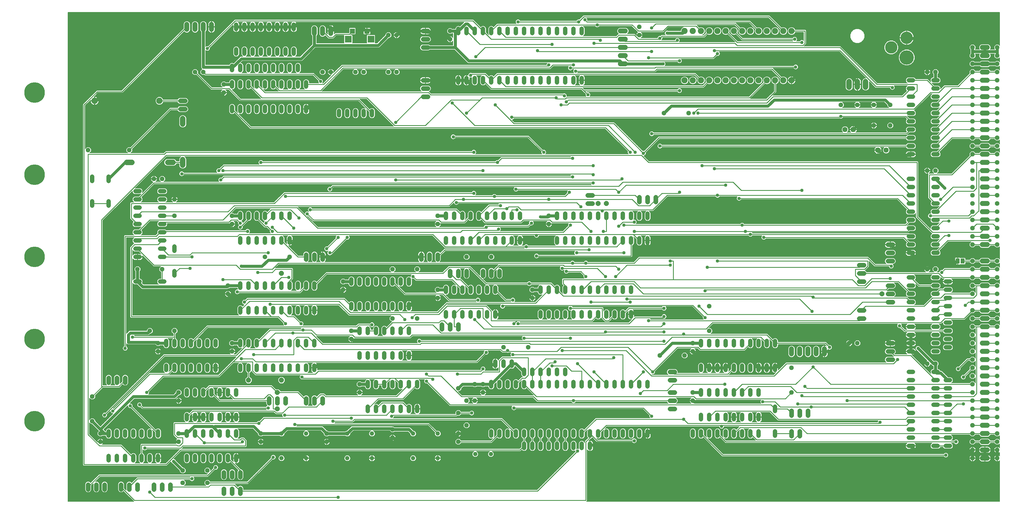
<source format=gtl>
G75*
%MOIN*%
%OFA0B0*%
%FSLAX25Y25*%
%IPPOS*%
%LPD*%
%AMOC8*
5,1,8,0,0,1.08239X$1,22.5*
%
%ADD10C,0.05200*%
%ADD11C,0.05200*%
%ADD12C,0.06000*%
%ADD13R,0.06000X0.06000*%
%ADD14R,0.08250X0.08250*%
%ADD15OC8,0.05200*%
%ADD16C,0.17500*%
%ADD17C,0.15000*%
%ADD18OC8,0.06300*%
%ADD19C,0.06300*%
%ADD20R,0.04600X0.06300*%
%ADD21C,0.06600*%
%ADD22OC8,0.05250*%
%ADD23C,0.25000*%
%ADD24C,0.05600*%
%ADD25OC8,0.06000*%
%ADD26C,0.07500*%
%ADD27C,0.07677*%
%ADD28C,0.03600*%
%ADD29C,0.04000*%
%ADD30C,0.00600*%
%ADD31C,0.01000*%
D10*
X0141300Y0073700D02*
X0141300Y0078900D01*
X0151300Y0078900D02*
X0151300Y0073700D01*
X0161300Y0073700D02*
X0161300Y0078900D01*
X0171300Y0078900D02*
X0171300Y0073700D01*
X0181300Y0073700D02*
X0181300Y0078900D01*
X0191300Y0078900D02*
X0191300Y0073700D01*
X0201300Y0073700D02*
X0201300Y0078900D01*
X0236300Y0078900D02*
X0236300Y0073700D01*
X0246300Y0073700D02*
X0246300Y0078900D01*
X0256300Y0078900D02*
X0256300Y0073700D01*
X0266300Y0073700D02*
X0266300Y0078900D01*
X0276300Y0078900D02*
X0276300Y0073700D01*
X0286300Y0073700D02*
X0286300Y0078900D01*
X0296300Y0078900D02*
X0296300Y0073700D01*
X0296300Y0103700D02*
X0296300Y0108900D01*
X0286300Y0108900D02*
X0286300Y0103700D01*
X0276300Y0103700D02*
X0276300Y0108900D01*
X0266300Y0108900D02*
X0266300Y0103700D01*
X0256300Y0103700D02*
X0256300Y0108900D01*
X0246300Y0108900D02*
X0246300Y0103700D01*
X0236300Y0103700D02*
X0236300Y0108900D01*
X0236300Y0123700D02*
X0236300Y0128900D01*
X0246300Y0128900D02*
X0246300Y0123700D01*
X0256300Y0123700D02*
X0256300Y0128900D01*
X0266300Y0128900D02*
X0266300Y0123700D01*
X0276300Y0123700D02*
X0276300Y0128900D01*
X0286300Y0128900D02*
X0286300Y0123700D01*
X0296300Y0123700D02*
X0296300Y0128900D01*
X0296300Y0153700D02*
X0296300Y0158900D01*
X0286300Y0158900D02*
X0286300Y0153700D01*
X0276300Y0153700D02*
X0276300Y0158900D01*
X0266300Y0158900D02*
X0266300Y0153700D01*
X0256300Y0153700D02*
X0256300Y0158900D01*
X0246300Y0158900D02*
X0246300Y0153700D01*
X0236300Y0153700D02*
X0236300Y0158900D01*
X0231300Y0183700D02*
X0231300Y0188900D01*
X0221300Y0188900D02*
X0221300Y0183700D01*
X0211300Y0183700D02*
X0211300Y0188900D01*
X0241300Y0188900D02*
X0241300Y0183700D01*
X0251300Y0183700D02*
X0251300Y0188900D01*
X0261300Y0188900D02*
X0261300Y0183700D01*
X0271300Y0183700D02*
X0271300Y0188900D01*
X0271300Y0213700D02*
X0271300Y0218900D01*
X0261300Y0218900D02*
X0261300Y0213700D01*
X0251300Y0213700D02*
X0251300Y0218900D01*
X0241300Y0218900D02*
X0241300Y0213700D01*
X0231300Y0213700D02*
X0231300Y0218900D01*
X0221300Y0218900D02*
X0221300Y0213700D01*
X0211300Y0213700D02*
X0211300Y0218900D01*
X0301300Y0218900D02*
X0301300Y0213700D01*
X0311300Y0213700D02*
X0311300Y0218900D01*
X0321300Y0218900D02*
X0321300Y0213700D01*
X0331300Y0213700D02*
X0331300Y0218900D01*
X0341300Y0218900D02*
X0341300Y0213700D01*
X0351300Y0213700D02*
X0351300Y0218900D01*
X0361300Y0218900D02*
X0361300Y0213700D01*
X0371300Y0213700D02*
X0371300Y0218900D01*
X0381300Y0218900D02*
X0381300Y0213700D01*
X0391300Y0213700D02*
X0391300Y0218900D01*
X0391300Y0188900D02*
X0391300Y0183700D01*
X0381300Y0183700D02*
X0381300Y0188900D01*
X0371300Y0188900D02*
X0371300Y0183700D01*
X0361300Y0183700D02*
X0361300Y0188900D01*
X0351300Y0188900D02*
X0351300Y0183700D01*
X0341300Y0183700D02*
X0341300Y0188900D01*
X0331300Y0188900D02*
X0331300Y0183700D01*
X0321300Y0183700D02*
X0321300Y0188900D01*
X0311300Y0188900D02*
X0311300Y0183700D01*
X0301300Y0183700D02*
X0301300Y0188900D01*
X0301300Y0253700D02*
X0301300Y0258900D01*
X0311300Y0258900D02*
X0311300Y0253700D01*
X0321300Y0253700D02*
X0321300Y0258900D01*
X0331300Y0258900D02*
X0331300Y0253700D01*
X0341300Y0253700D02*
X0341300Y0258900D01*
X0351300Y0258900D02*
X0351300Y0253700D01*
X0361300Y0253700D02*
X0361300Y0258900D01*
X0371300Y0258900D02*
X0371300Y0253700D01*
X0381300Y0253700D02*
X0381300Y0258900D01*
X0391300Y0258900D02*
X0391300Y0253700D01*
X0391300Y0283700D02*
X0391300Y0288900D01*
X0381300Y0288900D02*
X0381300Y0283700D01*
X0371300Y0283700D02*
X0371300Y0288900D01*
X0361300Y0288900D02*
X0361300Y0283700D01*
X0351300Y0283700D02*
X0351300Y0288900D01*
X0341300Y0288900D02*
X0341300Y0283700D01*
X0331300Y0283700D02*
X0331300Y0288900D01*
X0321300Y0288900D02*
X0321300Y0283700D01*
X0311300Y0283700D02*
X0311300Y0288900D01*
X0301300Y0288900D02*
X0301300Y0283700D01*
X0221300Y0298700D02*
X0221300Y0303900D01*
X0208900Y0291300D02*
X0203700Y0291300D01*
X0178900Y0291300D02*
X0173700Y0291300D01*
X0173700Y0321300D02*
X0178900Y0321300D01*
X0178900Y0331300D02*
X0173700Y0331300D01*
X0173700Y0341300D02*
X0178900Y0341300D01*
X0178900Y0351300D02*
X0173700Y0351300D01*
X0173700Y0361300D02*
X0178900Y0361300D01*
X0178900Y0371300D02*
X0173700Y0371300D01*
X0173700Y0381300D02*
X0178900Y0381300D01*
X0178900Y0391300D02*
X0173700Y0391300D01*
X0173700Y0401300D02*
X0178900Y0401300D01*
X0203700Y0401300D02*
X0208900Y0401300D01*
X0208900Y0391300D02*
X0203700Y0391300D01*
X0203700Y0381300D02*
X0208900Y0381300D01*
X0208900Y0371300D02*
X0203700Y0371300D01*
X0203700Y0361300D02*
X0208900Y0361300D01*
X0208900Y0351300D02*
X0203700Y0351300D01*
X0203700Y0341300D02*
X0208900Y0341300D01*
X0208900Y0331300D02*
X0203700Y0331300D01*
X0221300Y0328700D02*
X0221300Y0333900D01*
X0208900Y0321300D02*
X0203700Y0321300D01*
X0301300Y0338700D02*
X0301300Y0343900D01*
X0311300Y0343900D02*
X0311300Y0338700D01*
X0321300Y0338700D02*
X0321300Y0343900D01*
X0331300Y0343900D02*
X0331300Y0338700D01*
X0341300Y0338700D02*
X0341300Y0343900D01*
X0351300Y0343900D02*
X0351300Y0338700D01*
X0361300Y0338700D02*
X0361300Y0343900D01*
X0361300Y0368700D02*
X0361300Y0373900D01*
X0351300Y0373900D02*
X0351300Y0368700D01*
X0341300Y0368700D02*
X0341300Y0373900D01*
X0331300Y0373900D02*
X0331300Y0368700D01*
X0321300Y0368700D02*
X0321300Y0373900D01*
X0311300Y0373900D02*
X0311300Y0368700D01*
X0301300Y0368700D02*
X0301300Y0373900D01*
X0436300Y0293900D02*
X0436300Y0288700D01*
X0446300Y0288700D02*
X0446300Y0293900D01*
X0456300Y0293900D02*
X0456300Y0288700D01*
X0466300Y0288700D02*
X0466300Y0293900D01*
X0476300Y0293900D02*
X0476300Y0288700D01*
X0486300Y0288700D02*
X0486300Y0293900D01*
X0496300Y0293900D02*
X0496300Y0288700D01*
X0506300Y0288700D02*
X0506300Y0293900D01*
X0551300Y0283900D02*
X0551300Y0278700D01*
X0561300Y0278700D02*
X0561300Y0283900D01*
X0571300Y0283900D02*
X0571300Y0278700D01*
X0581300Y0278700D02*
X0581300Y0283900D01*
X0591300Y0283900D02*
X0591300Y0278700D01*
X0601300Y0278700D02*
X0601300Y0283900D01*
X0611300Y0283900D02*
X0611300Y0278700D01*
X0611300Y0253900D02*
X0611300Y0248700D01*
X0601300Y0248700D02*
X0601300Y0253900D01*
X0591300Y0253900D02*
X0591300Y0248700D01*
X0581300Y0248700D02*
X0581300Y0253900D01*
X0571300Y0253900D02*
X0571300Y0248700D01*
X0561300Y0248700D02*
X0561300Y0253900D01*
X0551300Y0253900D02*
X0551300Y0248700D01*
X0506300Y0258700D02*
X0506300Y0263900D01*
X0496300Y0263900D02*
X0496300Y0258700D01*
X0486300Y0258700D02*
X0486300Y0263900D01*
X0476300Y0263900D02*
X0476300Y0258700D01*
X0466300Y0258700D02*
X0466300Y0263900D01*
X0456300Y0263900D02*
X0456300Y0258700D01*
X0446300Y0258700D02*
X0446300Y0263900D01*
X0436300Y0263900D02*
X0436300Y0258700D01*
X0446300Y0233900D02*
X0446300Y0228700D01*
X0456300Y0228700D02*
X0456300Y0233900D01*
X0466300Y0233900D02*
X0466300Y0228700D01*
X0476300Y0228700D02*
X0476300Y0233900D01*
X0486300Y0233900D02*
X0486300Y0228700D01*
X0496300Y0228700D02*
X0496300Y0233900D01*
X0506300Y0233900D02*
X0506300Y0228700D01*
X0506300Y0203900D02*
X0506300Y0198700D01*
X0496300Y0198700D02*
X0496300Y0203900D01*
X0486300Y0203900D02*
X0486300Y0198700D01*
X0476300Y0198700D02*
X0476300Y0203900D01*
X0466300Y0203900D02*
X0466300Y0198700D01*
X0456300Y0198700D02*
X0456300Y0203900D01*
X0446300Y0203900D02*
X0446300Y0198700D01*
X0456300Y0168900D02*
X0456300Y0163700D01*
X0466300Y0163700D02*
X0466300Y0168900D01*
X0476300Y0168900D02*
X0476300Y0163700D01*
X0486300Y0163700D02*
X0486300Y0168900D01*
X0496300Y0168900D02*
X0496300Y0163700D01*
X0506300Y0163700D02*
X0506300Y0168900D01*
X0516300Y0168900D02*
X0516300Y0163700D01*
X0516300Y0138900D02*
X0516300Y0133700D01*
X0506300Y0133700D02*
X0506300Y0138900D01*
X0496300Y0138900D02*
X0496300Y0133700D01*
X0486300Y0133700D02*
X0486300Y0138900D01*
X0476300Y0138900D02*
X0476300Y0133700D01*
X0466300Y0133700D02*
X0466300Y0138900D01*
X0456300Y0138900D02*
X0456300Y0133700D01*
X0606300Y0108900D02*
X0606300Y0103700D01*
X0616300Y0103700D02*
X0616300Y0108900D01*
X0626300Y0108900D02*
X0626300Y0103700D01*
X0636300Y0103700D02*
X0636300Y0108900D01*
X0646300Y0108900D02*
X0646300Y0103700D01*
X0656300Y0103700D02*
X0656300Y0108900D01*
X0666300Y0108900D02*
X0666300Y0103700D01*
X0676300Y0103700D02*
X0676300Y0108900D01*
X0686300Y0108900D02*
X0686300Y0103700D01*
X0696300Y0103700D02*
X0696300Y0108900D01*
X0706300Y0108900D02*
X0706300Y0103700D01*
X0716300Y0103700D02*
X0716300Y0108900D01*
X0726300Y0108900D02*
X0726300Y0103700D01*
X0736300Y0103700D02*
X0736300Y0108900D01*
X0746300Y0108900D02*
X0746300Y0103700D01*
X0756300Y0103700D02*
X0756300Y0108900D01*
X0766300Y0108900D02*
X0766300Y0103700D01*
X0776300Y0103700D02*
X0776300Y0108900D01*
X0786300Y0108900D02*
X0786300Y0103700D01*
X0796300Y0103700D02*
X0796300Y0108900D01*
X0851300Y0108900D02*
X0851300Y0103700D01*
X0861300Y0103700D02*
X0861300Y0108900D01*
X0871300Y0108900D02*
X0871300Y0103700D01*
X0881300Y0103700D02*
X0881300Y0108900D01*
X0891300Y0108900D02*
X0891300Y0103700D01*
X0901300Y0103700D02*
X0901300Y0108900D01*
X0911300Y0108900D02*
X0911300Y0103700D01*
X0921300Y0103700D02*
X0921300Y0108900D01*
X0931300Y0108900D02*
X0931300Y0103700D01*
X0951300Y0103700D02*
X0951300Y0108900D01*
X0931300Y0123700D02*
X0931300Y0128900D01*
X0921300Y0128900D02*
X0921300Y0123700D01*
X0911300Y0123700D02*
X0911300Y0128900D01*
X0901300Y0128900D02*
X0901300Y0123700D01*
X0891300Y0123700D02*
X0891300Y0128900D01*
X0881300Y0128900D02*
X0881300Y0123700D01*
X0871300Y0123700D02*
X0871300Y0128900D01*
X0861300Y0128900D02*
X0861300Y0123700D01*
X0861300Y0153700D02*
X0861300Y0158900D01*
X0871300Y0158900D02*
X0871300Y0153700D01*
X0881300Y0153700D02*
X0881300Y0158900D01*
X0891300Y0158900D02*
X0891300Y0153700D01*
X0901300Y0153700D02*
X0901300Y0158900D01*
X0911300Y0158900D02*
X0911300Y0153700D01*
X0921300Y0153700D02*
X0921300Y0158900D01*
X0931300Y0158900D02*
X0931300Y0153700D01*
X0951300Y0138900D02*
X0951300Y0133700D01*
X0951300Y0183700D02*
X0951300Y0188900D01*
X0941300Y0188900D02*
X0941300Y0183700D01*
X0931300Y0183700D02*
X0931300Y0188900D01*
X0921300Y0188900D02*
X0921300Y0183700D01*
X0911300Y0183700D02*
X0911300Y0188900D01*
X0901300Y0188900D02*
X0901300Y0183700D01*
X0891300Y0183700D02*
X0891300Y0188900D01*
X0881300Y0188900D02*
X0881300Y0183700D01*
X0871300Y0183700D02*
X0871300Y0188900D01*
X0861300Y0188900D02*
X0861300Y0183700D01*
X0861300Y0213700D02*
X0861300Y0218900D01*
X0871300Y0218900D02*
X0871300Y0213700D01*
X0881300Y0213700D02*
X0881300Y0218900D01*
X0891300Y0218900D02*
X0891300Y0213700D01*
X0901300Y0213700D02*
X0901300Y0218900D01*
X0911300Y0218900D02*
X0911300Y0213700D01*
X0921300Y0213700D02*
X0921300Y0218900D01*
X0931300Y0218900D02*
X0931300Y0213700D01*
X0941300Y0213700D02*
X0941300Y0218900D01*
X0951300Y0218900D02*
X0951300Y0213700D01*
X0796300Y0168900D02*
X0796300Y0163700D01*
X0786300Y0163700D02*
X0786300Y0168900D01*
X0776300Y0168900D02*
X0776300Y0163700D01*
X0766300Y0163700D02*
X0766300Y0168900D01*
X0756300Y0168900D02*
X0756300Y0163700D01*
X0746300Y0163700D02*
X0746300Y0168900D01*
X0736300Y0168900D02*
X0736300Y0163700D01*
X0726300Y0163700D02*
X0726300Y0168900D01*
X0716300Y0168900D02*
X0716300Y0163700D01*
X0706300Y0163700D02*
X0706300Y0168900D01*
X0696300Y0168900D02*
X0696300Y0163700D01*
X0686300Y0163700D02*
X0686300Y0168900D01*
X0686300Y0178700D02*
X0686300Y0183900D01*
X0676300Y0183900D02*
X0676300Y0178700D01*
X0676300Y0168900D02*
X0676300Y0163700D01*
X0666300Y0163700D02*
X0666300Y0168900D01*
X0666300Y0178700D02*
X0666300Y0183900D01*
X0656300Y0183900D02*
X0656300Y0178700D01*
X0656300Y0168900D02*
X0656300Y0163700D01*
X0646300Y0163700D02*
X0646300Y0168900D01*
X0646300Y0178700D02*
X0646300Y0183900D01*
X0631300Y0188700D02*
X0631300Y0193900D01*
X0621300Y0193900D02*
X0621300Y0188700D01*
X0611300Y0188700D02*
X0611300Y0193900D01*
X0606300Y0168900D02*
X0606300Y0163700D01*
X0616300Y0163700D02*
X0616300Y0168900D01*
X0626300Y0168900D02*
X0626300Y0163700D01*
X0636300Y0163700D02*
X0636300Y0168900D01*
X0696300Y0178700D02*
X0696300Y0183900D01*
X0696300Y0248700D02*
X0696300Y0253900D01*
X0706300Y0253900D02*
X0706300Y0248700D01*
X0716300Y0248700D02*
X0716300Y0253900D01*
X0726300Y0253900D02*
X0726300Y0248700D01*
X0736300Y0248700D02*
X0736300Y0253900D01*
X0746300Y0253900D02*
X0746300Y0248700D01*
X0756300Y0248700D02*
X0756300Y0253900D01*
X0766300Y0253900D02*
X0766300Y0248700D01*
X0776300Y0248700D02*
X0776300Y0253900D01*
X0776300Y0278700D02*
X0776300Y0283900D01*
X0766300Y0283900D02*
X0766300Y0278700D01*
X0756300Y0278700D02*
X0756300Y0283900D01*
X0746300Y0283900D02*
X0746300Y0278700D01*
X0736300Y0278700D02*
X0736300Y0283900D01*
X0726300Y0283900D02*
X0726300Y0278700D01*
X0716300Y0278700D02*
X0716300Y0283900D01*
X0706300Y0283900D02*
X0706300Y0278700D01*
X0696300Y0278700D02*
X0696300Y0283900D01*
X0686300Y0283900D02*
X0686300Y0278700D01*
X0676300Y0278700D02*
X0676300Y0283900D01*
X0666300Y0283900D02*
X0666300Y0278700D01*
X0666300Y0253900D02*
X0666300Y0248700D01*
X0676300Y0248700D02*
X0676300Y0253900D01*
X0686300Y0253900D02*
X0686300Y0248700D01*
X0686300Y0338700D02*
X0686300Y0343900D01*
X0696300Y0343900D02*
X0696300Y0338700D01*
X0706300Y0338700D02*
X0706300Y0343900D01*
X0716300Y0343900D02*
X0716300Y0338700D01*
X0726300Y0338700D02*
X0726300Y0343900D01*
X0736300Y0343900D02*
X0736300Y0338700D01*
X0746300Y0338700D02*
X0746300Y0343900D01*
X0756300Y0343900D02*
X0756300Y0338700D01*
X0766300Y0338700D02*
X0766300Y0343900D01*
X0776300Y0343900D02*
X0776300Y0338700D01*
X0786300Y0338700D02*
X0786300Y0343900D01*
X0796300Y0343900D02*
X0796300Y0338700D01*
X0796300Y0368700D02*
X0796300Y0373900D01*
X0786300Y0373900D02*
X0786300Y0368700D01*
X0776300Y0368700D02*
X0776300Y0373900D01*
X0766300Y0373900D02*
X0766300Y0368700D01*
X0756300Y0368700D02*
X0756300Y0373900D01*
X0746300Y0373900D02*
X0746300Y0368700D01*
X0736300Y0368700D02*
X0736300Y0373900D01*
X0726300Y0373900D02*
X0726300Y0368700D01*
X0716300Y0368700D02*
X0716300Y0373900D01*
X0706300Y0373900D02*
X0706300Y0368700D01*
X0696300Y0368700D02*
X0696300Y0373900D01*
X0686300Y0373900D02*
X0686300Y0368700D01*
X0641300Y0368700D02*
X0641300Y0373900D01*
X0631300Y0373900D02*
X0631300Y0368700D01*
X0621300Y0368700D02*
X0621300Y0373900D01*
X0611300Y0373900D02*
X0611300Y0368700D01*
X0601300Y0368700D02*
X0601300Y0373900D01*
X0591300Y0373900D02*
X0591300Y0368700D01*
X0581300Y0368700D02*
X0581300Y0373900D01*
X0571300Y0373900D02*
X0571300Y0368700D01*
X0561300Y0368700D02*
X0561300Y0373900D01*
X0551300Y0373900D02*
X0551300Y0368700D01*
X0551300Y0343900D02*
X0551300Y0338700D01*
X0561300Y0338700D02*
X0561300Y0343900D01*
X0571300Y0343900D02*
X0571300Y0338700D01*
X0581300Y0338700D02*
X0581300Y0343900D01*
X0591300Y0343900D02*
X0591300Y0338700D01*
X0601300Y0338700D02*
X0601300Y0343900D01*
X0611300Y0343900D02*
X0611300Y0338700D01*
X0621300Y0338700D02*
X0621300Y0343900D01*
X0631300Y0343900D02*
X0631300Y0338700D01*
X0641300Y0338700D02*
X0641300Y0343900D01*
X0461300Y0493700D02*
X0461300Y0498900D01*
X0451300Y0498900D02*
X0451300Y0493700D01*
X0441300Y0493700D02*
X0441300Y0498900D01*
X0431300Y0498900D02*
X0431300Y0493700D01*
X0421300Y0493700D02*
X0421300Y0498900D01*
X0381300Y0498700D02*
X0381300Y0503900D01*
X0371300Y0503900D02*
X0371300Y0498700D01*
X0361300Y0498700D02*
X0361300Y0503900D01*
X0351300Y0503900D02*
X0351300Y0498700D01*
X0341300Y0498700D02*
X0341300Y0503900D01*
X0331300Y0503900D02*
X0331300Y0498700D01*
X0321300Y0498700D02*
X0321300Y0503900D01*
X0311300Y0503900D02*
X0311300Y0498700D01*
X0301300Y0498700D02*
X0301300Y0503900D01*
X0291300Y0503900D02*
X0291300Y0498700D01*
X0291300Y0528700D02*
X0291300Y0533900D01*
X0301300Y0533900D02*
X0301300Y0528700D01*
X0311300Y0528700D02*
X0311300Y0533900D01*
X0321300Y0533900D02*
X0321300Y0528700D01*
X0331300Y0528700D02*
X0331300Y0533900D01*
X0341300Y0533900D02*
X0341300Y0528700D01*
X0351300Y0528700D02*
X0351300Y0533900D01*
X0361300Y0533900D02*
X0361300Y0528700D01*
X0371300Y0528700D02*
X0371300Y0533900D01*
X0381300Y0533900D02*
X0381300Y0528700D01*
X0371300Y0548700D02*
X0371300Y0553900D01*
X0361300Y0553900D02*
X0361300Y0548700D01*
X0351300Y0548700D02*
X0351300Y0553900D01*
X0341300Y0553900D02*
X0341300Y0548700D01*
X0331300Y0548700D02*
X0331300Y0553900D01*
X0321300Y0553900D02*
X0321300Y0548700D01*
X0311300Y0548700D02*
X0311300Y0553900D01*
X0301300Y0553900D02*
X0301300Y0548700D01*
X0291300Y0548700D02*
X0291300Y0553900D01*
X0296300Y0568700D02*
X0296300Y0573900D01*
X0306300Y0573900D02*
X0306300Y0568700D01*
X0316300Y0568700D02*
X0316300Y0573900D01*
X0326300Y0573900D02*
X0326300Y0568700D01*
X0336300Y0568700D02*
X0336300Y0573900D01*
X0346300Y0573900D02*
X0346300Y0568700D01*
X0356300Y0568700D02*
X0356300Y0573900D01*
X0366300Y0573900D02*
X0366300Y0568700D01*
X0366300Y0598700D02*
X0366300Y0603900D01*
X0356300Y0603900D02*
X0356300Y0598700D01*
X0346300Y0598700D02*
X0346300Y0603900D01*
X0336300Y0603900D02*
X0336300Y0598700D01*
X0326300Y0598700D02*
X0326300Y0603900D01*
X0316300Y0603900D02*
X0316300Y0598700D01*
X0306300Y0598700D02*
X0306300Y0603900D01*
X0296300Y0603900D02*
X0296300Y0598700D01*
X0566300Y0598900D02*
X0566300Y0593700D01*
X0576300Y0593700D02*
X0576300Y0598900D01*
X0586300Y0598900D02*
X0586300Y0593700D01*
X0596300Y0593700D02*
X0596300Y0598900D01*
X0606300Y0598900D02*
X0606300Y0593700D01*
X0616300Y0593700D02*
X0616300Y0598900D01*
X0626300Y0598900D02*
X0626300Y0593700D01*
X0636300Y0593700D02*
X0636300Y0598900D01*
X0646300Y0598900D02*
X0646300Y0593700D01*
X0656300Y0593700D02*
X0656300Y0598900D01*
X0666300Y0598900D02*
X0666300Y0593700D01*
X0676300Y0593700D02*
X0676300Y0598900D01*
X0686300Y0598900D02*
X0686300Y0593700D01*
X0696300Y0593700D02*
X0696300Y0598900D01*
X0706300Y0598900D02*
X0706300Y0593700D01*
X0716300Y0593700D02*
X0716300Y0598900D01*
X0716300Y0538900D02*
X0716300Y0533700D01*
X0706300Y0533700D02*
X0706300Y0538900D01*
X0696300Y0538900D02*
X0696300Y0533700D01*
X0686300Y0533700D02*
X0686300Y0538900D01*
X0676300Y0538900D02*
X0676300Y0533700D01*
X0666300Y0533700D02*
X0666300Y0538900D01*
X0656300Y0538900D02*
X0656300Y0533700D01*
X0646300Y0533700D02*
X0646300Y0538900D01*
X0636300Y0538900D02*
X0636300Y0533700D01*
X0626300Y0533700D02*
X0626300Y0538900D01*
X0616300Y0538900D02*
X0616300Y0533700D01*
X0606300Y0533700D02*
X0606300Y0538900D01*
X0596300Y0538900D02*
X0596300Y0533700D01*
X0586300Y0533700D02*
X0586300Y0538900D01*
X0576300Y0538900D02*
X0576300Y0533700D01*
X0566300Y0533700D02*
X0566300Y0538900D01*
X0141300Y0418900D02*
X0141300Y0413700D01*
X0121300Y0413700D02*
X0121300Y0418900D01*
X0121300Y0388900D02*
X0121300Y0383700D01*
X0141300Y0383700D02*
X0141300Y0388900D01*
X0141300Y0108900D02*
X0141300Y0103700D01*
X0151300Y0103700D02*
X0151300Y0108900D01*
X0161300Y0108900D02*
X0161300Y0103700D01*
X0171300Y0103700D02*
X0171300Y0108900D01*
X0181300Y0108900D02*
X0181300Y0103700D01*
X0191300Y0103700D02*
X0191300Y0108900D01*
X0201300Y0108900D02*
X0201300Y0103700D01*
X0646300Y0093900D02*
X0646300Y0088700D01*
X0656300Y0088700D02*
X0656300Y0093900D01*
X0666300Y0093900D02*
X0666300Y0088700D01*
X0676300Y0088700D02*
X0676300Y0093900D01*
X0686300Y0093900D02*
X0686300Y0088700D01*
X0696300Y0088700D02*
X0696300Y0093900D01*
X0706300Y0093900D02*
X0706300Y0088700D01*
X0716300Y0088700D02*
X0716300Y0093900D01*
X0726300Y0093900D02*
X0726300Y0088700D01*
X1113700Y0091300D02*
X1118900Y0091300D01*
X1118900Y0101300D02*
X1113700Y0101300D01*
X1113700Y0111300D02*
X1118900Y0111300D01*
X1118900Y0121300D02*
X1113700Y0121300D01*
X1113700Y0131300D02*
X1118900Y0131300D01*
X1118900Y0141300D02*
X1113700Y0141300D01*
X1113700Y0151300D02*
X1118900Y0151300D01*
X1118900Y0161300D02*
X1113700Y0161300D01*
X1113700Y0171300D02*
X1118900Y0171300D01*
X1118900Y0181300D02*
X1113700Y0181300D01*
X1143700Y0181300D02*
X1148900Y0181300D01*
X1148900Y0171300D02*
X1143700Y0171300D01*
X1158700Y0171300D02*
X1163900Y0171300D01*
X1163900Y0161300D02*
X1158700Y0161300D01*
X1148900Y0161300D02*
X1143700Y0161300D01*
X1143700Y0151300D02*
X1148900Y0151300D01*
X1158700Y0151300D02*
X1163900Y0151300D01*
X1163900Y0141300D02*
X1158700Y0141300D01*
X1148900Y0141300D02*
X1143700Y0141300D01*
X1143700Y0131300D02*
X1148900Y0131300D01*
X1158700Y0131300D02*
X1163900Y0131300D01*
X1163900Y0121300D02*
X1158700Y0121300D01*
X1148900Y0121300D02*
X1143700Y0121300D01*
X1143700Y0111300D02*
X1148900Y0111300D01*
X1158700Y0111300D02*
X1163900Y0111300D01*
X1163900Y0101300D02*
X1158700Y0101300D01*
X1148900Y0101300D02*
X1143700Y0101300D01*
X1143700Y0091300D02*
X1148900Y0091300D01*
X1158700Y0091300D02*
X1163900Y0091300D01*
X1148900Y0206300D02*
X1143700Y0206300D01*
X1158700Y0211300D02*
X1163900Y0211300D01*
X1148900Y0216300D02*
X1143700Y0216300D01*
X1143700Y0226300D02*
X1148900Y0226300D01*
X1158700Y0231300D02*
X1163900Y0231300D01*
X1163900Y0221300D02*
X1158700Y0221300D01*
X1148900Y0236300D02*
X1143700Y0236300D01*
X1158700Y0241300D02*
X1163900Y0241300D01*
X1163900Y0251300D02*
X1158700Y0251300D01*
X1148900Y0256300D02*
X1143700Y0256300D01*
X1143700Y0246300D02*
X1148900Y0246300D01*
X1158700Y0261300D02*
X1163900Y0261300D01*
X1163900Y0271300D02*
X1158700Y0271300D01*
X1148900Y0276300D02*
X1143700Y0276300D01*
X1143700Y0266300D02*
X1148900Y0266300D01*
X1158700Y0281300D02*
X1163900Y0281300D01*
X1163900Y0291300D02*
X1158700Y0291300D01*
X1148900Y0296300D02*
X1143700Y0296300D01*
X1143700Y0286300D02*
X1148900Y0286300D01*
X1118900Y0286300D02*
X1113700Y0286300D01*
X1113700Y0296300D02*
X1118900Y0296300D01*
X1118900Y0276300D02*
X1113700Y0276300D01*
X1113700Y0266300D02*
X1118900Y0266300D01*
X1118900Y0256300D02*
X1113700Y0256300D01*
X1113700Y0246300D02*
X1118900Y0246300D01*
X1118900Y0236300D02*
X1113700Y0236300D01*
X1113700Y0226300D02*
X1118900Y0226300D01*
X1118900Y0216300D02*
X1113700Y0216300D01*
X1113700Y0206300D02*
X1118900Y0206300D01*
X1118900Y0326300D02*
X1113700Y0326300D01*
X1113700Y0336300D02*
X1118900Y0336300D01*
X1118900Y0346300D02*
X1113700Y0346300D01*
X1113700Y0356300D02*
X1118900Y0356300D01*
X1118900Y0366300D02*
X1113700Y0366300D01*
X1113700Y0376300D02*
X1118900Y0376300D01*
X1118900Y0386300D02*
X1113700Y0386300D01*
X1113700Y0396300D02*
X1118900Y0396300D01*
X1118900Y0406300D02*
X1113700Y0406300D01*
X1113700Y0416300D02*
X1118900Y0416300D01*
X1143700Y0416300D02*
X1148900Y0416300D01*
X1148900Y0406300D02*
X1143700Y0406300D01*
X1143700Y0396300D02*
X1148900Y0396300D01*
X1148900Y0386300D02*
X1143700Y0386300D01*
X1143700Y0376300D02*
X1148900Y0376300D01*
X1148900Y0366300D02*
X1143700Y0366300D01*
X1143700Y0356300D02*
X1148900Y0356300D01*
X1148900Y0346300D02*
X1143700Y0346300D01*
X1143700Y0336300D02*
X1148900Y0336300D01*
X1148900Y0326300D02*
X1143700Y0326300D01*
X1143700Y0446300D02*
X1148900Y0446300D01*
X1148900Y0456300D02*
X1143700Y0456300D01*
X1143700Y0466300D02*
X1148900Y0466300D01*
X1148900Y0476300D02*
X1143700Y0476300D01*
X1143700Y0486300D02*
X1148900Y0486300D01*
X1148900Y0496300D02*
X1143700Y0496300D01*
X1143700Y0506300D02*
X1148900Y0506300D01*
X1148900Y0516300D02*
X1143700Y0516300D01*
X1143700Y0526300D02*
X1148900Y0526300D01*
X1148900Y0536300D02*
X1143700Y0536300D01*
X1118900Y0536300D02*
X1113700Y0536300D01*
X1113700Y0526300D02*
X1118900Y0526300D01*
X1118900Y0516300D02*
X1113700Y0516300D01*
X1113700Y0506300D02*
X1118900Y0506300D01*
X1118900Y0496300D02*
X1113700Y0496300D01*
X1113700Y0486300D02*
X1118900Y0486300D01*
X1118900Y0476300D02*
X1113700Y0476300D01*
X1113700Y0466300D02*
X1118900Y0466300D01*
X1118900Y0456300D02*
X1113700Y0456300D01*
X1113700Y0446300D02*
X1118900Y0446300D01*
D11*
X0541300Y0106300D03*
X0511300Y0106300D03*
X0461300Y0106300D03*
X0431300Y0106300D03*
X0381300Y0106300D03*
X0351300Y0106300D03*
X0351300Y0076300D03*
X0381300Y0076300D03*
X0431300Y0076300D03*
X0461300Y0076300D03*
X0511300Y0076300D03*
X0541300Y0076300D03*
X0586800Y0081300D03*
X0605800Y0081300D03*
D12*
X0971300Y0203300D02*
X0971300Y0209300D01*
X0981300Y0209300D02*
X0981300Y0203300D01*
X0991300Y0203300D02*
X0991300Y0209300D01*
X1001300Y0209300D02*
X1001300Y0203300D01*
X1011300Y0203300D02*
X1011300Y0209300D01*
X1203300Y0206300D02*
X1209300Y0206300D01*
X1209300Y0196300D02*
X1203300Y0196300D01*
X1203300Y0186300D02*
X1209300Y0186300D01*
X1209300Y0176300D02*
X1203300Y0176300D01*
X1203300Y0166300D02*
X1209300Y0166300D01*
X1209300Y0156300D02*
X1203300Y0156300D01*
X1203300Y0146300D02*
X1209300Y0146300D01*
X1209300Y0136300D02*
X1203300Y0136300D01*
X1203300Y0126300D02*
X1209300Y0126300D01*
X1209300Y0116300D02*
X1203300Y0116300D01*
X1203300Y0106300D02*
X1209300Y0106300D01*
X1209300Y0096300D02*
X1203300Y0096300D01*
X1203300Y0086300D02*
X1209300Y0086300D01*
X1209300Y0076300D02*
X1203300Y0076300D01*
X1203300Y0216300D02*
X1209300Y0216300D01*
X1209300Y0226300D02*
X1203300Y0226300D01*
X1203300Y0236300D02*
X1209300Y0236300D01*
X1209300Y0246300D02*
X1203300Y0246300D01*
X1203300Y0256300D02*
X1209300Y0256300D01*
X1209300Y0266300D02*
X1203300Y0266300D01*
X1203300Y0276300D02*
X1209300Y0276300D01*
X1209300Y0286300D02*
X1203300Y0286300D01*
X1203300Y0296300D02*
X1209300Y0296300D01*
X1209300Y0306300D02*
X1203300Y0306300D01*
X1203300Y0316300D02*
X1209300Y0316300D01*
X1209300Y0336300D02*
X1203300Y0336300D01*
X1203300Y0346300D02*
X1209300Y0346300D01*
X1209300Y0356300D02*
X1203300Y0356300D01*
X1203300Y0366300D02*
X1209300Y0366300D01*
X1209300Y0376300D02*
X1203300Y0376300D01*
X1203300Y0386300D02*
X1209300Y0386300D01*
X1209300Y0396300D02*
X1203300Y0396300D01*
X1203300Y0406300D02*
X1209300Y0406300D01*
X1209300Y0416300D02*
X1203300Y0416300D01*
X1203300Y0426300D02*
X1209300Y0426300D01*
X1209300Y0436300D02*
X1203300Y0436300D01*
X1203300Y0446300D02*
X1209300Y0446300D01*
X1209300Y0456300D02*
X1203300Y0456300D01*
X1203300Y0466300D02*
X1209300Y0466300D01*
X1209300Y0476300D02*
X1203300Y0476300D01*
X1203300Y0486300D02*
X1209300Y0486300D01*
X1209300Y0496300D02*
X1203300Y0496300D01*
X1203300Y0506300D02*
X1209300Y0506300D01*
X1209300Y0516300D02*
X1203300Y0516300D01*
X1203300Y0526300D02*
X1209300Y0526300D01*
X1209300Y0536300D02*
X1203300Y0536300D01*
X1203300Y0546300D02*
X1209300Y0546300D01*
X1209300Y0556300D02*
X1203300Y0556300D01*
X1203300Y0566300D02*
X1209300Y0566300D01*
X1209300Y0576300D02*
X1203300Y0576300D01*
X0769300Y0576300D02*
X0763300Y0576300D01*
X0763300Y0566300D02*
X0769300Y0566300D01*
X0769300Y0556300D02*
X0763300Y0556300D01*
X0763300Y0586300D02*
X0769300Y0586300D01*
X0769300Y0596300D02*
X0763300Y0596300D01*
X0411300Y0593300D02*
X0411300Y0599300D01*
X0401300Y0599300D02*
X0401300Y0593300D01*
X0391300Y0593300D02*
X0391300Y0599300D01*
X0266300Y0598300D02*
X0266300Y0604300D01*
X0256300Y0604300D02*
X0256300Y0598300D01*
X0246300Y0598300D02*
X0246300Y0604300D01*
X0236300Y0604300D02*
X0236300Y0598300D01*
D13*
X0437450Y0596200D03*
X0455150Y0596200D03*
D14*
X0460100Y0586400D03*
X0432500Y0586400D03*
D15*
X0481300Y0591300D03*
X0491300Y0591300D03*
X0556300Y0586300D03*
X0556300Y0596300D03*
X0491300Y0546300D03*
X0481300Y0546300D03*
X0451300Y0546300D03*
X0441300Y0546300D03*
X0411300Y0546300D03*
X0401300Y0546300D03*
X0281300Y0531300D03*
X0281300Y0521300D03*
X0256300Y0546300D03*
X0246300Y0546300D03*
X0166300Y0451300D03*
X0116300Y0451300D03*
X0196300Y0416300D03*
X0206300Y0416300D03*
X0221300Y0391300D03*
X0221300Y0371300D03*
X0291300Y0371300D03*
X0291300Y0361300D03*
X0331300Y0321300D03*
X0361300Y0321300D03*
X0426300Y0291300D03*
X0426300Y0281300D03*
X0486300Y0306300D03*
X0516300Y0306300D03*
X0541300Y0281300D03*
X0541300Y0271300D03*
X0516300Y0246300D03*
X0486300Y0246300D03*
X0436300Y0231300D03*
X0436300Y0221300D03*
X0446300Y0166300D03*
X0446300Y0156300D03*
X0486300Y0111300D03*
X0486300Y0101300D03*
X0566300Y0096300D03*
X0566300Y0106300D03*
X0576300Y0116300D03*
X0566300Y0131300D03*
X0576300Y0146300D03*
X0586300Y0146300D03*
X0596300Y0156300D03*
X0596300Y0166300D03*
X0586300Y0166300D03*
X0566300Y0161300D03*
X0621300Y0211300D03*
X0651300Y0211300D03*
X0656300Y0271300D03*
X0656300Y0281300D03*
X0606300Y0321300D03*
X0576300Y0321300D03*
X0541300Y0361300D03*
X0541300Y0371300D03*
X0676300Y0371300D03*
X0676300Y0361300D03*
X0871300Y0261300D03*
X0871300Y0231300D03*
X0851300Y0216300D03*
X0851300Y0206300D03*
X0841300Y0201300D03*
X0811300Y0201300D03*
X0851300Y0156300D03*
X0851300Y0146300D03*
X0971300Y0156300D03*
X0971300Y0186300D03*
X1041300Y0216300D03*
X1051300Y0216300D03*
X1136300Y0191300D03*
X1146300Y0191300D03*
X1146300Y0306300D03*
X1136300Y0306300D03*
X1136300Y0426300D03*
X1146300Y0426300D03*
X1091300Y0481300D03*
X1071300Y0481300D03*
X1071300Y0506300D03*
X1091300Y0506300D03*
X1051300Y0506300D03*
X1031300Y0506300D03*
X1136300Y0546300D03*
X1146300Y0546300D03*
X0846300Y0496300D03*
X0816300Y0496300D03*
X0786300Y0591300D03*
X0786300Y0601300D03*
X0206300Y0306300D03*
X0176300Y0306300D03*
X0286300Y0286300D03*
X0286300Y0276300D03*
X0221300Y0231300D03*
X0201300Y0216300D03*
X0201300Y0206300D03*
X0191300Y0231300D03*
X0291300Y0216300D03*
X0291300Y0206300D03*
X0226300Y0156300D03*
X0226300Y0146300D03*
X0226300Y0106300D03*
X0226300Y0096300D03*
X0231300Y0061300D03*
X0231300Y0046300D03*
X0261300Y0046300D03*
X0261300Y0061300D03*
X0326300Y0096300D03*
X0326300Y0106300D03*
X0406300Y0106300D03*
X0406300Y0096300D03*
X0131300Y0096300D03*
X0131300Y0106300D03*
X0121300Y0121300D03*
X0121300Y0151300D03*
D16*
X1111300Y0564095D03*
D17*
X1092402Y0576300D03*
X1111300Y0588111D03*
D18*
X1046300Y0476300D03*
X1076300Y0451300D03*
D19*
X1086300Y0451300D03*
X1036300Y0476300D03*
D20*
X1173300Y0316300D03*
X1179300Y0316300D03*
D21*
X1061300Y0528000D02*
X1061300Y0534600D01*
X1051300Y0534600D02*
X1051300Y0528000D01*
X1041300Y0528000D02*
X1041300Y0534600D01*
X0231300Y0489600D02*
X0231300Y0483000D01*
X0231300Y0439600D02*
X0231300Y0433000D01*
X0219600Y0436300D02*
X0213000Y0436300D01*
X0169600Y0436300D02*
X0163000Y0436300D01*
D22*
X1191300Y0436300D03*
X1191300Y0446300D03*
X1191300Y0456300D03*
X1191300Y0466300D03*
X1191300Y0476300D03*
X1191300Y0486300D03*
X1191300Y0496300D03*
X1191300Y0506300D03*
X1191300Y0516300D03*
X1191300Y0526300D03*
X1191300Y0536300D03*
X1191300Y0546300D03*
X1191300Y0556300D03*
X1191300Y0566300D03*
X1191300Y0576300D03*
X1221300Y0576300D03*
X1221300Y0566300D03*
X1221300Y0556300D03*
X1221300Y0546300D03*
X1221300Y0536300D03*
X1221300Y0526300D03*
X1221300Y0516300D03*
X1221300Y0506300D03*
X1221300Y0496300D03*
X1221300Y0486300D03*
X1221300Y0476300D03*
X1221300Y0466300D03*
X1221300Y0456300D03*
X1221300Y0446300D03*
X1221300Y0436300D03*
X1221300Y0426300D03*
X1221300Y0416300D03*
X1221300Y0406300D03*
X1221300Y0396300D03*
X1221300Y0386300D03*
X1221300Y0376300D03*
X1221300Y0366300D03*
X1221300Y0356300D03*
X1221300Y0346300D03*
X1221300Y0336300D03*
X1221300Y0316300D03*
X1221300Y0306300D03*
X1221300Y0296300D03*
X1221300Y0286300D03*
X1221300Y0276300D03*
X1221300Y0266300D03*
X1221300Y0256300D03*
X1221300Y0246300D03*
X1221300Y0236300D03*
X1221300Y0226300D03*
X1221300Y0216300D03*
X1221300Y0206300D03*
X1221300Y0196300D03*
X1221300Y0186300D03*
X1221300Y0176300D03*
X1221300Y0166300D03*
X1221300Y0156300D03*
X1221300Y0146300D03*
X1221300Y0136300D03*
X1221300Y0126300D03*
X1221300Y0116300D03*
X1221300Y0106300D03*
X1221300Y0096300D03*
X1221300Y0086300D03*
X1221300Y0076300D03*
X1191300Y0076300D03*
X1191300Y0086300D03*
X1191300Y0096300D03*
X1191300Y0106300D03*
X1191300Y0116300D03*
X1191300Y0126300D03*
X1191300Y0136300D03*
X1191300Y0146300D03*
X1191300Y0156300D03*
X1191300Y0166300D03*
X1191300Y0176300D03*
X1191300Y0186300D03*
X1191300Y0196300D03*
X1191300Y0206300D03*
X1191300Y0216300D03*
X1191300Y0226300D03*
X1191300Y0236300D03*
X1191300Y0246300D03*
X1191300Y0256300D03*
X1191300Y0266300D03*
X1191300Y0276300D03*
X1191300Y0286300D03*
X1191300Y0296300D03*
X1191300Y0306300D03*
X1191300Y0316300D03*
X1191300Y0336300D03*
X1191300Y0346300D03*
X1191300Y0356300D03*
X1191300Y0366300D03*
X1191300Y0376300D03*
X1191300Y0386300D03*
X1191300Y0396300D03*
X1191300Y0406300D03*
X1191300Y0416300D03*
X1191300Y0426300D03*
D23*
X0051300Y0421300D03*
X0051300Y0521300D03*
X0051300Y0321300D03*
X0051300Y0221300D03*
X0051300Y0121300D03*
D24*
X0141300Y0168500D02*
X0141300Y0174100D01*
X0151300Y0174100D02*
X0151300Y0168500D01*
X0161300Y0168500D02*
X0161300Y0174100D01*
X0336300Y0149100D02*
X0336300Y0143500D01*
X0346300Y0143500D02*
X0346300Y0149100D01*
X0356300Y0149100D02*
X0356300Y0143500D01*
X0381300Y0143500D02*
X0381300Y0149100D01*
X0391300Y0149100D02*
X0391300Y0143500D01*
X0401300Y0143500D02*
X0401300Y0149100D01*
X0546300Y0233500D02*
X0546300Y0239100D01*
X0556300Y0239100D02*
X0556300Y0233500D01*
X0566300Y0233500D02*
X0566300Y0239100D01*
X0566300Y0298500D02*
X0566300Y0304100D01*
X0556300Y0304100D02*
X0556300Y0298500D01*
X0576300Y0298500D02*
X0576300Y0304100D01*
X0596300Y0304100D02*
X0596300Y0298500D01*
X0606300Y0298500D02*
X0606300Y0304100D01*
X0616300Y0304100D02*
X0616300Y0298500D01*
X0541300Y0318500D02*
X0541300Y0324100D01*
X0531300Y0324100D02*
X0531300Y0318500D01*
X0521300Y0318500D02*
X0521300Y0324100D01*
X0401300Y0324100D02*
X0401300Y0318500D01*
X0391300Y0318500D02*
X0391300Y0324100D01*
X0381300Y0324100D02*
X0381300Y0318500D01*
X0234100Y0501300D02*
X0228500Y0501300D01*
X0228500Y0511300D02*
X0234100Y0511300D01*
X0523500Y0516300D02*
X0529100Y0516300D01*
X0529100Y0526300D02*
X0523500Y0526300D01*
X0523500Y0536300D02*
X0529100Y0536300D01*
X0529100Y0576300D02*
X0523500Y0576300D01*
X0523500Y0586300D02*
X0529100Y0586300D01*
X0529100Y0596300D02*
X0523500Y0596300D01*
X0723500Y0396300D02*
X0729100Y0396300D01*
X0729100Y0386300D02*
X0723500Y0386300D01*
X0786300Y0388500D02*
X0786300Y0394100D01*
X0796300Y0394100D02*
X0796300Y0388500D01*
X0806300Y0388500D02*
X0806300Y0394100D01*
X1053500Y0311300D02*
X1059100Y0311300D01*
X1059100Y0301300D02*
X1053500Y0301300D01*
X1053500Y0291300D02*
X1059100Y0291300D01*
X1088500Y0286300D02*
X1094100Y0286300D01*
X1094100Y0276300D02*
X1088500Y0276300D01*
X1088500Y0266300D02*
X1094100Y0266300D01*
X1059100Y0256300D02*
X1053500Y0256300D01*
X1053500Y0246300D02*
X1059100Y0246300D01*
X1088500Y0216300D02*
X1094100Y0216300D01*
X1094100Y0206300D02*
X1088500Y0206300D01*
X1088500Y0196300D02*
X1094100Y0196300D01*
X0991300Y0134100D02*
X0991300Y0128500D01*
X0981300Y0128500D02*
X0981300Y0134100D01*
X0971300Y0134100D02*
X0971300Y0128500D01*
X0971300Y0109100D02*
X0971300Y0103500D01*
X0981300Y0103500D02*
X0981300Y0109100D01*
X0829100Y0136300D02*
X0823500Y0136300D01*
X0823500Y0146300D02*
X0829100Y0146300D01*
X0829100Y0156300D02*
X0823500Y0156300D01*
X0823500Y0171300D02*
X0829100Y0171300D01*
X0829100Y0181300D02*
X0823500Y0181300D01*
X1088500Y0316300D02*
X1094100Y0316300D01*
X1094100Y0326300D02*
X1088500Y0326300D01*
X1088500Y0336300D02*
X1094100Y0336300D01*
X0301300Y0059100D02*
X0301300Y0053500D01*
X0291300Y0053500D02*
X0291300Y0059100D01*
X0281300Y0059100D02*
X0281300Y0053500D01*
X0281300Y0039100D02*
X0281300Y0033500D01*
X0291300Y0033500D02*
X0291300Y0039100D01*
X0301300Y0039100D02*
X0301300Y0033500D01*
X0216300Y0038500D02*
X0216300Y0044100D01*
X0206300Y0044100D02*
X0206300Y0038500D01*
X0196300Y0038500D02*
X0196300Y0044100D01*
X0176300Y0044100D02*
X0176300Y0038500D01*
X0166300Y0038500D02*
X0166300Y0044100D01*
X0156300Y0044100D02*
X0156300Y0038500D01*
X0136300Y0038500D02*
X0136300Y0044100D01*
X0126300Y0044100D02*
X0126300Y0038500D01*
X0116300Y0038500D02*
X0116300Y0044100D01*
D25*
X0346300Y0136300D03*
X0346300Y0156300D03*
X0351300Y0171300D03*
X0311300Y0171300D03*
X0351300Y0301300D03*
X0736300Y0386300D03*
X0746300Y0386300D03*
X1081300Y0276300D03*
D26*
X0971300Y0536300D03*
X0961300Y0536300D03*
X0951300Y0536300D03*
X0941300Y0536300D03*
X0931300Y0536300D03*
X0921300Y0536300D03*
X0911300Y0536300D03*
X0901300Y0536300D03*
X0891300Y0536300D03*
X0881300Y0536300D03*
X0871300Y0536300D03*
X0861300Y0536300D03*
X0851300Y0536300D03*
X0841300Y0536300D03*
X0841300Y0596300D03*
X0851300Y0596300D03*
X0861300Y0596300D03*
X0871300Y0596300D03*
X0881300Y0596300D03*
X0891300Y0596300D03*
X0901300Y0596300D03*
X0911300Y0596300D03*
X0921300Y0596300D03*
X0931300Y0596300D03*
X0941300Y0596300D03*
X0951300Y0596300D03*
X0961300Y0596300D03*
X0971300Y0596300D03*
D27*
X0202954Y0511300D03*
X0124213Y0511300D03*
D28*
X0125050Y0511300D01*
X0132550Y0518800D01*
X0278800Y0518800D01*
X0281300Y0521300D01*
X0281300Y0531300D02*
X0291300Y0531300D01*
X0291300Y0551300D02*
X0302550Y0562550D01*
X0375050Y0562550D01*
X0391300Y0578800D01*
X0468800Y0578800D01*
X0481300Y0591300D01*
X0491300Y0591300D02*
X0496300Y0596300D01*
X0495050Y0597550D01*
X0457550Y0597550D01*
X0456300Y0596300D01*
X0455150Y0596200D01*
X0453800Y0596300D01*
X0447550Y0602550D01*
X0417550Y0602550D01*
X0411300Y0596300D01*
X0411300Y0598800D01*
X0405050Y0605050D01*
X0370050Y0605050D01*
X0366300Y0601300D01*
X0356300Y0601300D01*
X0346300Y0601300D01*
X0336300Y0601300D01*
X0326300Y0601300D01*
X0316300Y0601300D01*
X0306300Y0601300D01*
X0296300Y0601300D01*
X0256300Y0601300D02*
X0256300Y0552550D01*
X0290050Y0552550D01*
X0291300Y0551300D01*
X0381300Y0501300D02*
X0388800Y0508800D01*
X0411300Y0508800D01*
X0526300Y0536300D02*
X0566300Y0536300D01*
X0576300Y0536300D01*
X0590050Y0522550D01*
X0715050Y0522550D01*
X0762550Y0560050D02*
X0766300Y0556300D01*
X0815050Y0556300D01*
X0762550Y0560050D02*
X0578800Y0560050D01*
X0562550Y0576300D01*
X0526300Y0576300D01*
X0547550Y0595050D02*
X0556300Y0586300D01*
X0547550Y0595050D02*
X0527550Y0595050D01*
X0526300Y0596300D01*
X0496300Y0596300D01*
X0556300Y0596300D02*
X0562550Y0596300D01*
X0562550Y0576300D01*
X0562550Y0596300D02*
X0566300Y0596300D01*
X0575050Y0605050D01*
X0577550Y0605050D01*
X0586300Y0596300D01*
X0391300Y0596300D02*
X0391300Y0578800D01*
X0166300Y0436300D02*
X0161300Y0436300D01*
X0141300Y0416300D01*
X0197550Y0407550D02*
X0221300Y0407550D01*
X0221300Y0391300D01*
X0230050Y0360050D02*
X0290050Y0360050D01*
X0291300Y0361300D01*
X0291300Y0371300D02*
X0301300Y0371300D01*
X0361300Y0341300D02*
X0372550Y0330050D01*
X0393800Y0330050D01*
X0401300Y0322550D01*
X0401300Y0321300D01*
X0521300Y0321300D01*
X0541300Y0281300D02*
X0551300Y0281300D01*
X0541300Y0271300D02*
X0516300Y0271300D01*
X0506300Y0261300D01*
X0446300Y0231300D02*
X0436300Y0231300D01*
X0436300Y0221300D02*
X0437550Y0220050D01*
X0487550Y0220050D01*
X0437550Y0190050D02*
X0610050Y0190050D01*
X0611300Y0191300D01*
X0631300Y0191300D02*
X0606300Y0166300D01*
X0596300Y0166300D01*
X0586300Y0166300D01*
X0571300Y0166300D01*
X0566300Y0161300D01*
X0631300Y0191300D02*
X0636300Y0191300D01*
X0646300Y0181300D01*
X0610050Y0120050D02*
X0596300Y0106300D01*
X0566300Y0106300D01*
X0560050Y0100050D01*
X0487550Y0100050D01*
X0486300Y0101300D01*
X0482550Y0097550D01*
X0407550Y0097550D01*
X0406300Y0096300D01*
X0326300Y0096300D01*
X0326300Y0106300D02*
X0317550Y0115050D01*
X0270050Y0115050D01*
X0268800Y0113800D01*
X0276300Y0106300D01*
X0268800Y0113800D02*
X0267550Y0115050D01*
X0245050Y0115050D01*
X0236300Y0106300D01*
X0226300Y0106300D01*
X0226300Y0096300D02*
X0207550Y0096300D01*
X0207550Y0133800D01*
X0178800Y0133800D01*
X0173800Y0138800D01*
X0173800Y0146300D01*
X0186300Y0146300D01*
X0187550Y0145050D01*
X0183800Y0141300D01*
X0187550Y0145050D02*
X0188800Y0146300D01*
X0226300Y0146300D01*
X0221300Y0151300D02*
X0226300Y0156300D01*
X0221300Y0151300D02*
X0171300Y0151300D01*
X0131300Y0111300D01*
X0121300Y0121300D01*
X0131300Y0111300D02*
X0135050Y0107550D01*
X0135050Y0106300D01*
X0131300Y0106300D01*
X0135050Y0106300D02*
X0141300Y0106300D01*
X0131300Y0096300D02*
X0207550Y0096300D01*
X0220050Y0072550D02*
X0231300Y0061300D01*
X0296300Y0076300D02*
X0302550Y0082550D01*
X0375050Y0082550D01*
X0381300Y0076300D01*
X0406300Y0106300D02*
X0400050Y0112550D01*
X0357550Y0112550D01*
X0351300Y0106300D01*
X0326300Y0106300D01*
X0296300Y0126300D02*
X0286300Y0126300D01*
X0256300Y0126300D02*
X0246300Y0126300D01*
X0276300Y0206300D02*
X0201300Y0206300D01*
X0201300Y0216300D02*
X0200050Y0217550D01*
X0165050Y0217550D01*
X0165050Y0226300D01*
X0167550Y0228800D01*
X0188800Y0228800D01*
X0191300Y0231300D01*
X0201300Y0216300D02*
X0211300Y0216300D01*
X0276300Y0206300D02*
X0291300Y0206300D01*
X0291300Y0216300D02*
X0301300Y0216300D01*
X0391300Y0186300D02*
X0395050Y0190050D01*
X0437550Y0190050D01*
X0446300Y0166300D02*
X0456300Y0166300D01*
X0437550Y0112550D02*
X0485050Y0112550D01*
X0486300Y0111300D01*
X0506300Y0111300D01*
X0511300Y0106300D01*
X0437550Y0112550D02*
X0431300Y0106300D01*
X0406300Y0106300D01*
X0611300Y0251300D02*
X0655050Y0251300D01*
X0655050Y0271300D02*
X0656300Y0271300D01*
X0655050Y0271300D02*
X0641300Y0285050D01*
X0656300Y0281300D02*
X0666300Y0281300D01*
X0687550Y0318800D02*
X0777550Y0318800D01*
X0782550Y0323800D01*
X0796300Y0323800D01*
X0796300Y0341300D01*
X0686300Y0371300D02*
X0676300Y0371300D01*
X0675050Y0370050D01*
X0666300Y0370050D01*
X0671300Y0342550D02*
X0642550Y0342550D01*
X0641300Y0341300D01*
X0551300Y0371300D02*
X0541300Y0371300D01*
X0436300Y0291300D02*
X0426300Y0291300D01*
X0426300Y0281300D02*
X0418800Y0273800D01*
X0288800Y0273800D01*
X0286300Y0276300D01*
X0285050Y0285050D02*
X0286300Y0286300D01*
X0301300Y0286300D01*
X0285050Y0285050D02*
X0182550Y0285050D01*
X0176300Y0291300D01*
X0176300Y0306300D01*
X0302550Y0310050D02*
X0327550Y0310050D01*
X0335050Y0317550D01*
X0357550Y0317550D01*
X0361300Y0321300D01*
X0776300Y0251300D02*
X0778800Y0253800D01*
X0843800Y0253800D01*
X0850050Y0247550D01*
X0851300Y0216300D02*
X0826300Y0216300D01*
X0811300Y0201300D01*
X0851300Y0206300D02*
X0871300Y0186300D01*
X0881300Y0186300D01*
X0891300Y0186300D01*
X0900050Y0195050D01*
X0922550Y0195050D01*
X0931300Y0186300D01*
X0941300Y0186300D01*
X0951300Y0186300D01*
X0962550Y0197550D01*
X1003800Y0197550D01*
X1011300Y0205050D01*
X1011300Y0206300D01*
X1031300Y0206300D01*
X1041300Y0216300D01*
X1047550Y0222550D01*
X1085050Y0222550D01*
X1091300Y0216300D01*
X1116300Y0216300D01*
X1116300Y0226300D01*
X1116300Y0216300D02*
X1116300Y0206300D01*
X1117550Y0205050D01*
X1122550Y0205050D01*
X1136300Y0191300D01*
X1143800Y0191300D02*
X1146300Y0191300D01*
X1146300Y0181300D01*
X1147550Y0180050D01*
X1152550Y0180050D01*
X1161300Y0171300D01*
X1143800Y0191300D02*
X1125050Y0210050D01*
X1136300Y0306300D02*
X1116300Y0326300D01*
X1110050Y0332550D01*
X1095050Y0332550D01*
X1091300Y0336300D01*
X1136300Y0306300D02*
X1142550Y0312550D01*
X1161300Y0312550D01*
X1161300Y0311300D01*
X1161300Y0312550D02*
X1168800Y0312550D01*
X1172550Y0316300D01*
X1173300Y0316300D01*
X1157550Y0405050D02*
X1146300Y0416300D01*
X1116300Y0446300D02*
X1115050Y0445050D01*
X1082550Y0445050D01*
X1076300Y0451300D01*
X1051300Y0481300D02*
X1046300Y0476300D01*
X1051300Y0481300D02*
X1071300Y0481300D01*
X1091300Y0506300D02*
X1085050Y0512550D01*
X0950050Y0512550D01*
X0942550Y0505050D01*
X0825050Y0505050D01*
X0816300Y0496300D01*
X0971300Y0536300D02*
X0976300Y0541300D01*
X1043800Y0541300D01*
X1051300Y0533800D01*
X1051300Y0531300D01*
X1136300Y0546300D02*
X1136300Y0587550D01*
X1111300Y0587550D01*
X1111300Y0588111D01*
X1146300Y0546300D02*
X1146300Y0536300D01*
X1191300Y0556300D02*
X1206300Y0556300D01*
X1221300Y0556300D01*
X1221300Y0566300D02*
X1221300Y0571300D01*
X1206300Y0571300D01*
X1191300Y0571300D01*
X1191300Y0566300D01*
X1191300Y0571300D02*
X1191300Y0576300D01*
X1206300Y0576300D02*
X1206300Y0571300D01*
X1206300Y0566300D01*
X1221300Y0571300D02*
X1221300Y0576300D01*
X0841300Y0596300D02*
X0838800Y0593800D01*
X0820050Y0593800D01*
X0851300Y0216300D02*
X0861300Y0216300D01*
X0861300Y0156300D02*
X0851300Y0156300D01*
X0851300Y0146300D02*
X0852550Y0145050D01*
X0900050Y0145050D01*
X0925050Y0145050D01*
X0843800Y0112550D02*
X0802550Y0112550D01*
X0796300Y0106300D01*
X0782550Y0092550D01*
X0727550Y0092550D01*
X0726300Y0091300D01*
X1116300Y0091300D02*
X1122550Y0085050D01*
X1190050Y0085050D01*
X1191300Y0086300D01*
X1191300Y0081300D01*
X1206300Y0081300D01*
X1221300Y0081300D01*
X1221300Y0076300D01*
X1221300Y0081300D02*
X1221300Y0086300D01*
X1206300Y0086300D02*
X1206300Y0081300D01*
X1206300Y0076300D01*
X1191300Y0076300D02*
X1191300Y0081300D01*
D29*
X1171300Y0096300D03*
X1158800Y0080050D03*
X1078800Y0120050D03*
X1038800Y0146300D03*
X0995050Y0138800D03*
X0978800Y0142550D03*
X0983800Y0152550D03*
X0987550Y0163800D03*
X0997550Y0187550D03*
X1017550Y0211300D03*
X0996300Y0255050D03*
X0997550Y0272550D03*
X1091300Y0295050D03*
X1092550Y0310050D03*
X1153800Y0302550D03*
X1161300Y0311300D03*
X1212550Y0341300D03*
X1162550Y0347550D03*
X1162550Y0365050D03*
X1140050Y0371300D03*
X1152550Y0391300D03*
X1157550Y0405050D03*
X1031300Y0492550D03*
X1093800Y0527550D03*
X0983800Y0582550D03*
X0975050Y0586300D03*
X0976300Y0552550D03*
X0881300Y0568800D03*
X0877550Y0572550D03*
X0835050Y0560050D03*
X0815050Y0556300D03*
X0797550Y0563800D03*
X0801300Y0571300D03*
X0811300Y0587550D03*
X0820050Y0593800D03*
X0801300Y0600050D03*
X0832550Y0585050D03*
X0738800Y0585050D03*
X0731300Y0581300D03*
X0735050Y0603800D03*
X0720050Y0610050D03*
X0712550Y0607550D03*
X0680050Y0580050D03*
X0662550Y0572550D03*
X0676300Y0555050D03*
X0702550Y0551300D03*
X0706300Y0555050D03*
X0708800Y0547550D03*
X0715050Y0522550D03*
X0723800Y0518800D03*
X0697550Y0510050D03*
X0691300Y0506300D03*
X0685050Y0515050D03*
X0695050Y0517550D03*
X0631300Y0491300D03*
X0611300Y0506300D03*
X0576300Y0496300D03*
X0558800Y0508800D03*
X0581300Y0542550D03*
X0587550Y0565050D03*
X0638800Y0607550D03*
X0835050Y0523800D03*
X0852550Y0496300D03*
X0857550Y0496300D03*
X0801300Y0471300D03*
X0811300Y0456300D03*
X0791300Y0447550D03*
X0781300Y0448800D03*
X0775050Y0448800D03*
X0730050Y0432550D03*
X0730050Y0421300D03*
X0730050Y0411300D03*
X0705050Y0418800D03*
X0701300Y0400050D03*
X0715050Y0382550D03*
X0741300Y0377550D03*
X0761300Y0358800D03*
X0767550Y0360050D03*
X0780050Y0363800D03*
X0780050Y0352550D03*
X0742550Y0352550D03*
X0727550Y0352550D03*
X0702550Y0360050D03*
X0671300Y0342550D03*
X0661300Y0347550D03*
X0655050Y0362550D03*
X0666300Y0370050D03*
X0637550Y0378800D03*
X0625050Y0380050D03*
X0617550Y0383800D03*
X0610050Y0395050D03*
X0585050Y0398800D03*
X0572550Y0391300D03*
X0563800Y0387550D03*
X0600050Y0357550D03*
X0615050Y0355050D03*
X0648800Y0333800D03*
X0661300Y0322550D03*
X0687550Y0318800D03*
X0705050Y0313800D03*
X0692550Y0307550D03*
X0697550Y0303800D03*
X0721300Y0297550D03*
X0745050Y0297550D03*
X0757550Y0297550D03*
X0761300Y0306300D03*
X0767550Y0326300D03*
X0725050Y0330050D03*
X0710050Y0326300D03*
X0721300Y0313800D03*
X0652550Y0288800D03*
X0641300Y0285050D03*
X0632550Y0268800D03*
X0620050Y0261300D03*
X0590050Y0268800D03*
X0586300Y0245050D03*
X0633800Y0240050D03*
X0638800Y0240050D03*
X0655050Y0251300D03*
X0646300Y0222550D03*
X0626300Y0207550D03*
X0632550Y0202550D03*
X0600050Y0205050D03*
X0596300Y0185050D03*
X0565050Y0178800D03*
X0535050Y0172550D03*
X0527550Y0170050D03*
X0527550Y0178800D03*
X0518800Y0218800D03*
X0487550Y0220050D03*
X0461300Y0238800D03*
X0501300Y0245050D03*
X0510050Y0247550D03*
X0511300Y0297550D03*
X0431300Y0345050D03*
X0420050Y0345050D03*
X0406300Y0331300D03*
X0410050Y0326300D03*
X0366300Y0356300D03*
X0372550Y0368800D03*
X0382550Y0373800D03*
X0386300Y0378800D03*
X0356300Y0395050D03*
X0410050Y0403800D03*
X0326300Y0436300D03*
X0280050Y0426300D03*
X0275050Y0426300D03*
X0277550Y0415050D03*
X0230050Y0422550D03*
X0197550Y0407550D03*
X0230050Y0360050D03*
X0242550Y0321300D03*
X0240050Y0307550D03*
X0280050Y0293800D03*
X0297550Y0278800D03*
X0306300Y0266300D03*
X0337550Y0263800D03*
X0356300Y0240050D03*
X0365050Y0228800D03*
X0377550Y0232550D03*
X0375050Y0240050D03*
X0317550Y0202550D03*
X0302550Y0197550D03*
X0276300Y0206300D03*
X0187550Y0156300D03*
X0183800Y0141300D03*
X0178800Y0141300D03*
X0167550Y0140050D03*
X0146300Y0133800D03*
X0136300Y0128800D03*
X0185050Y0088800D03*
X0220050Y0072550D03*
X0257550Y0095050D03*
X0271300Y0065050D03*
X0242550Y0051300D03*
X0191300Y0035050D03*
X0303800Y0096300D03*
X0341300Y0077550D03*
X0323800Y0118800D03*
X0355050Y0128800D03*
X0367550Y0117550D03*
X0335050Y0137550D03*
X0376300Y0175050D03*
X0437550Y0190050D03*
X0436300Y0125050D03*
X0413800Y0121300D03*
X0485050Y0127550D03*
X0582550Y0131300D03*
X0610050Y0120050D03*
X0633800Y0137550D03*
X0706300Y0146300D03*
X0731300Y0181300D03*
X0711300Y0191300D03*
X0683800Y0193800D03*
X0680050Y0188800D03*
X0692550Y0207550D03*
X0702550Y0222550D03*
X0745050Y0230050D03*
X0702550Y0258800D03*
X0727550Y0266300D03*
X0771300Y0270050D03*
X0775050Y0266300D03*
X0816300Y0258800D03*
X0816300Y0248800D03*
X0816300Y0240050D03*
X0797550Y0243800D03*
X0816300Y0230050D03*
X0816300Y0218800D03*
X0840050Y0227550D03*
X0850050Y0247550D03*
X0866300Y0247550D03*
X0858800Y0261300D03*
X0866300Y0280050D03*
X0868800Y0308800D03*
X0881300Y0316300D03*
X0823800Y0316300D03*
X0823800Y0311300D03*
X0915050Y0352550D03*
X0921300Y0348800D03*
X0937550Y0345050D03*
X0911300Y0360050D03*
X0907550Y0392550D03*
X0891300Y0408800D03*
X0881300Y0396300D03*
X0835050Y0400050D03*
X0862550Y0432550D03*
X0877550Y0428800D03*
X0983800Y0402550D03*
X0765050Y0416300D03*
X0761300Y0400050D03*
X0705050Y0441300D03*
X0670050Y0448800D03*
X0613800Y0436300D03*
X0596300Y0426300D03*
X0585050Y0448800D03*
X0560050Y0467550D03*
X0490050Y0485050D03*
X0411300Y0508800D03*
X0398800Y0535050D03*
X0261300Y0575050D03*
X0490050Y0415050D03*
X0636300Y0403800D03*
X0676300Y0391300D03*
X0360050Y0296300D03*
X0322550Y0302550D03*
X0302550Y0310050D03*
X0335050Y0326300D03*
X0340050Y0352550D03*
X0340050Y0357550D03*
X0332550Y0362550D03*
X0310050Y0352550D03*
X0301300Y0357550D03*
X0301300Y0362550D03*
X0170050Y0223800D03*
X0161300Y0210050D03*
X0420050Y0028800D03*
X0711300Y0085050D03*
X0780050Y0097550D03*
X0801300Y0127550D03*
X0840050Y0123800D03*
X0843800Y0112550D03*
X0886300Y0115050D03*
X0900050Y0145050D03*
X0925050Y0145050D03*
X0936300Y0145050D03*
X0890050Y0166300D03*
X0802550Y0181300D03*
X0791300Y0181300D03*
X0755050Y0198800D03*
X0787550Y0155050D03*
X1100050Y0196300D03*
X1125050Y0210050D03*
X1102550Y0237550D03*
X1182550Y0262550D03*
X1173800Y0185050D03*
X1180050Y0175050D03*
X1180050Y0142550D03*
D30*
X0091900Y0023600D02*
X0091900Y0619000D01*
X1224000Y0619000D01*
X1224000Y0578868D01*
X1222843Y0580025D01*
X1219757Y0580025D01*
X1217575Y0577843D01*
X1217575Y0574757D01*
X1218132Y0574200D01*
X1212868Y0574200D01*
X1213400Y0575484D01*
X1213400Y0577116D01*
X1212776Y0578622D01*
X1211622Y0579776D01*
X1210116Y0580400D01*
X1202484Y0580400D01*
X1200978Y0579776D01*
X1199824Y0578622D01*
X1199200Y0577116D01*
X1199200Y0575484D01*
X1199732Y0574200D01*
X1194468Y0574200D01*
X1195025Y0574757D01*
X1195025Y0577843D01*
X1192843Y0580025D01*
X1189757Y0580025D01*
X1187575Y0577843D01*
X1187575Y0574757D01*
X1188400Y0573932D01*
X1188400Y0568668D01*
X1187575Y0567843D01*
X1187575Y0564757D01*
X1189757Y0562575D01*
X1192843Y0562575D01*
X1195025Y0564757D01*
X1195025Y0567843D01*
X1194468Y0568400D01*
X1199732Y0568400D01*
X1199200Y0567116D01*
X1199200Y0565484D01*
X1199824Y0563978D01*
X1200978Y0562824D01*
X1202484Y0562200D01*
X1210116Y0562200D01*
X1211622Y0562824D01*
X1212776Y0563978D01*
X1213400Y0565484D01*
X1213400Y0567116D01*
X1212868Y0568400D01*
X1218132Y0568400D01*
X1217575Y0567843D01*
X1217575Y0564757D01*
X1219757Y0562575D01*
X1222843Y0562575D01*
X1224000Y0563732D01*
X1224000Y0558868D01*
X1222843Y0560025D01*
X1219757Y0560025D01*
X1218932Y0559200D01*
X1212198Y0559200D01*
X1211622Y0559776D01*
X1210116Y0560400D01*
X1202484Y0560400D01*
X1200978Y0559776D01*
X1200402Y0559200D01*
X1193668Y0559200D01*
X1192843Y0560025D01*
X1189757Y0560025D01*
X1187575Y0557843D01*
X1187575Y0554757D01*
X1189757Y0552575D01*
X1192843Y0552575D01*
X1193668Y0553400D01*
X1200402Y0553400D01*
X1200978Y0552824D01*
X1202484Y0552200D01*
X1210116Y0552200D01*
X1211622Y0552824D01*
X1212198Y0553400D01*
X1218932Y0553400D01*
X1219757Y0552575D01*
X1222843Y0552575D01*
X1224000Y0553732D01*
X1224000Y0548868D01*
X1222843Y0550025D01*
X1219757Y0550025D01*
X1217632Y0547900D01*
X1213075Y0547900D01*
X1212776Y0548622D01*
X1211622Y0549776D01*
X1210116Y0550400D01*
X1202484Y0550400D01*
X1200978Y0549776D01*
X1199824Y0548622D01*
X1199525Y0547900D01*
X1194968Y0547900D01*
X1192843Y0550025D01*
X1189757Y0550025D01*
X1187575Y0547843D01*
X1187575Y0544838D01*
X1173137Y0530400D01*
X1156887Y0530400D01*
X1152600Y0526113D01*
X1152600Y0527036D01*
X1152037Y0528396D01*
X1150996Y0529437D01*
X1149636Y0530000D01*
X1144863Y0530000D01*
X1141767Y0533096D01*
X1142964Y0532600D01*
X1149636Y0532600D01*
X1150996Y0533163D01*
X1152037Y0534204D01*
X1152600Y0535564D01*
X1152600Y0537036D01*
X1152037Y0538396D01*
X1150996Y0539437D01*
X1149636Y0540000D01*
X1149200Y0540000D01*
X1149200Y0543967D01*
X1150000Y0544767D01*
X1150000Y0547833D01*
X1147833Y0550000D01*
X1144767Y0550000D01*
X1142600Y0547833D01*
X1142600Y0544767D01*
X1143400Y0543967D01*
X1143400Y0540000D01*
X1142964Y0540000D01*
X1141604Y0539437D01*
X1140563Y0538396D01*
X1140000Y0537036D01*
X1140000Y0535564D01*
X1140496Y0534367D01*
X1137900Y0536963D01*
X1136963Y0537900D01*
X1122242Y0537900D01*
X1122037Y0538396D01*
X1120996Y0539437D01*
X1119636Y0540000D01*
X1112964Y0540000D01*
X1111604Y0539437D01*
X1110563Y0538396D01*
X1110000Y0537036D01*
X1110000Y0535564D01*
X1110563Y0534204D01*
X1111604Y0533163D01*
X1112240Y0532900D01*
X1075713Y0532900D01*
X1031650Y0576963D01*
X1030713Y0577900D01*
X0986413Y0577900D01*
X0986650Y0578137D01*
X0986650Y0578137D01*
X0988213Y0579700D01*
X0989150Y0580637D01*
X0989150Y0596963D01*
X0988213Y0597900D01*
X0975887Y0597900D01*
X0975412Y0599047D01*
X0974047Y0600412D01*
X0972265Y0601150D01*
X0970335Y0601150D01*
X0968553Y0600412D01*
X0967188Y0599047D01*
X0966450Y0597265D01*
X0966450Y0595335D01*
X0967188Y0593553D01*
X0968553Y0592188D01*
X0970335Y0591450D01*
X0972265Y0591450D01*
X0974047Y0592188D01*
X0975412Y0593553D01*
X0975887Y0594700D01*
X0985950Y0594700D01*
X0985950Y0584784D01*
X0985556Y0585178D01*
X0984417Y0585650D01*
X0983183Y0585650D01*
X0982044Y0585178D01*
X0981172Y0584306D01*
X0981107Y0584150D01*
X0977284Y0584150D01*
X0977678Y0584544D01*
X0978150Y0585683D01*
X0978150Y0586917D01*
X0977678Y0588056D01*
X0976806Y0588928D01*
X0975667Y0589400D01*
X0974433Y0589400D01*
X0973294Y0588928D01*
X0972422Y0588056D01*
X0972357Y0587900D01*
X0911963Y0587900D01*
X0905675Y0594188D01*
X0906150Y0595335D01*
X0906150Y0597265D01*
X0905412Y0599047D01*
X0904047Y0600412D01*
X0902265Y0601150D01*
X0900335Y0601150D01*
X0898553Y0600412D01*
X0897188Y0599047D01*
X0896450Y0597265D01*
X0896450Y0595335D01*
X0897188Y0593553D01*
X0898553Y0592188D01*
X0900335Y0591450D01*
X0902265Y0591450D01*
X0903412Y0591925D01*
X0909700Y0585637D01*
X0910637Y0584700D01*
X0972357Y0584700D01*
X0972422Y0584544D01*
X0972816Y0584150D01*
X0905713Y0584150D01*
X0895675Y0594188D01*
X0896150Y0595335D01*
X0896150Y0597265D01*
X0895412Y0599047D01*
X0894047Y0600412D01*
X0892265Y0601150D01*
X0890335Y0601150D01*
X0888553Y0600412D01*
X0887188Y0599047D01*
X0886450Y0597265D01*
X0886450Y0595335D01*
X0887188Y0593553D01*
X0888553Y0592188D01*
X0890335Y0591450D01*
X0892265Y0591450D01*
X0893412Y0591925D01*
X0902437Y0582900D01*
X0834784Y0582900D01*
X0835178Y0583294D01*
X0835650Y0584433D01*
X0835650Y0585667D01*
X0835178Y0586806D01*
X0834306Y0587678D01*
X0833167Y0588150D01*
X0831933Y0588150D01*
X0830794Y0587678D01*
X0829922Y0586806D01*
X0829450Y0585667D01*
X0829450Y0585400D01*
X0813534Y0585400D01*
X0813928Y0585794D01*
X0814400Y0586933D01*
X0814400Y0588167D01*
X0814335Y0588323D01*
X0814463Y0588450D01*
X0865713Y0588450D01*
X0869188Y0591925D01*
X0870335Y0591450D01*
X0872265Y0591450D01*
X0874047Y0592188D01*
X0875412Y0593553D01*
X0876150Y0595335D01*
X0876150Y0597265D01*
X0875412Y0599047D01*
X0874047Y0600412D01*
X0872265Y0601150D01*
X0870335Y0601150D01*
X0868553Y0600412D01*
X0867188Y0599047D01*
X0866450Y0597265D01*
X0866450Y0595335D01*
X0866925Y0594188D01*
X0864387Y0591650D01*
X0862748Y0591650D01*
X0864047Y0592188D01*
X0865412Y0593553D01*
X0866150Y0595335D01*
X0866150Y0597265D01*
X0865412Y0599047D01*
X0864047Y0600412D01*
X0862265Y0601150D01*
X0860335Y0601150D01*
X0859188Y0600675D01*
X0856413Y0603450D01*
X0901887Y0603450D01*
X0906925Y0598412D01*
X0906450Y0597265D01*
X0906450Y0595335D01*
X0907188Y0593553D01*
X0908553Y0592188D01*
X0910335Y0591450D01*
X0912265Y0591450D01*
X0914047Y0592188D01*
X0915412Y0593553D01*
X0916150Y0595335D01*
X0916150Y0597265D01*
X0915412Y0599047D01*
X0914047Y0600412D01*
X0912265Y0601150D01*
X0910335Y0601150D01*
X0909188Y0600675D01*
X0903913Y0605950D01*
X0919387Y0605950D01*
X0926925Y0598412D01*
X0926450Y0597265D01*
X0926450Y0595335D01*
X0927188Y0593553D01*
X0928553Y0592188D01*
X0930335Y0591450D01*
X0932265Y0591450D01*
X0934047Y0592188D01*
X0935412Y0593553D01*
X0936150Y0595335D01*
X0936150Y0597265D01*
X0935412Y0599047D01*
X0934047Y0600412D01*
X0932265Y0601150D01*
X0930335Y0601150D01*
X0929188Y0600675D01*
X0920713Y0609150D01*
X0723213Y0609150D01*
X0723085Y0609277D01*
X0723150Y0609433D01*
X0723150Y0610667D01*
X0722678Y0611806D01*
X0722284Y0612200D01*
X0943137Y0612200D01*
X0956925Y0598412D01*
X0956450Y0597265D01*
X0956450Y0595335D01*
X0957188Y0593553D01*
X0958553Y0592188D01*
X0960335Y0591450D01*
X0962265Y0591450D01*
X0964047Y0592188D01*
X0965412Y0593553D01*
X0966150Y0595335D01*
X0966150Y0597265D01*
X0965412Y0599047D01*
X0964047Y0600412D01*
X0962265Y0601150D01*
X0960335Y0601150D01*
X0959188Y0600675D01*
X0944463Y0615400D01*
X0718137Y0615400D01*
X0717200Y0614463D01*
X0713323Y0610585D01*
X0713167Y0610650D01*
X0711933Y0610650D01*
X0710794Y0610178D01*
X0709922Y0609306D01*
X0709857Y0609150D01*
X0641493Y0609150D01*
X0641428Y0609306D01*
X0640556Y0610178D01*
X0639417Y0610650D01*
X0638183Y0610650D01*
X0637044Y0610178D01*
X0636172Y0609306D01*
X0635700Y0608167D01*
X0635700Y0606933D01*
X0636172Y0605794D01*
X0636566Y0605400D01*
X0613137Y0605400D01*
X0612200Y0604463D01*
X0609085Y0601348D01*
X0608396Y0602037D01*
X0607036Y0602600D01*
X0605564Y0602600D01*
X0604204Y0602037D01*
X0603163Y0600996D01*
X0602600Y0599636D01*
X0602600Y0592964D01*
X0603096Y0591767D01*
X0600000Y0594863D01*
X0600000Y0599636D01*
X0599437Y0600996D01*
X0598396Y0602037D01*
X0597036Y0602600D01*
X0595564Y0602600D01*
X0594204Y0602037D01*
X0593515Y0601348D01*
X0584463Y0610400D01*
X0294387Y0610400D01*
X0293450Y0609463D01*
X0262073Y0578085D01*
X0261917Y0578150D01*
X0260683Y0578150D01*
X0259544Y0577678D01*
X0259200Y0577334D01*
X0259200Y0595402D01*
X0259776Y0595978D01*
X0260400Y0597484D01*
X0260400Y0605116D01*
X0259776Y0606622D01*
X0258622Y0607776D01*
X0257116Y0608400D01*
X0255484Y0608400D01*
X0253978Y0607776D01*
X0252824Y0606622D01*
X0252200Y0605116D01*
X0252200Y0597484D01*
X0252824Y0595978D01*
X0253400Y0595402D01*
X0253400Y0551973D01*
X0253841Y0550907D01*
X0254657Y0550091D01*
X0254878Y0550000D01*
X0254767Y0550000D01*
X0252600Y0547833D01*
X0252600Y0544767D01*
X0254767Y0542600D01*
X0257737Y0542600D01*
X0258137Y0542200D01*
X0389387Y0542200D01*
X0395765Y0535823D01*
X0395700Y0535667D01*
X0395700Y0534433D01*
X0396172Y0533294D01*
X0396566Y0532900D01*
X0385000Y0532900D01*
X0385000Y0534636D01*
X0384437Y0535996D01*
X0383396Y0537037D01*
X0382036Y0537600D01*
X0380564Y0537600D01*
X0379204Y0537037D01*
X0378163Y0535996D01*
X0377600Y0534636D01*
X0377600Y0527964D01*
X0378163Y0526604D01*
X0379204Y0525563D01*
X0379598Y0525400D01*
X0373002Y0525400D01*
X0373396Y0525563D01*
X0374437Y0526604D01*
X0375000Y0527964D01*
X0375000Y0534636D01*
X0374437Y0535996D01*
X0373396Y0537037D01*
X0372036Y0537600D01*
X0370564Y0537600D01*
X0369204Y0537037D01*
X0368163Y0535996D01*
X0367600Y0534636D01*
X0367600Y0527964D01*
X0368163Y0526604D01*
X0369204Y0525563D01*
X0369598Y0525400D01*
X0363002Y0525400D01*
X0363396Y0525563D01*
X0364437Y0526604D01*
X0365000Y0527964D01*
X0365000Y0534636D01*
X0364437Y0535996D01*
X0363396Y0537037D01*
X0362036Y0537600D01*
X0360564Y0537600D01*
X0359204Y0537037D01*
X0358163Y0535996D01*
X0357600Y0534636D01*
X0357600Y0527964D01*
X0358163Y0526604D01*
X0359204Y0525563D01*
X0359598Y0525400D01*
X0353002Y0525400D01*
X0353396Y0525563D01*
X0354437Y0526604D01*
X0355000Y0527964D01*
X0355000Y0534636D01*
X0354437Y0535996D01*
X0353396Y0537037D01*
X0352036Y0537600D01*
X0350564Y0537600D01*
X0349204Y0537037D01*
X0348163Y0535996D01*
X0347600Y0534636D01*
X0347600Y0527964D01*
X0348096Y0526767D01*
X0345000Y0529863D01*
X0345000Y0534636D01*
X0344437Y0535996D01*
X0343396Y0537037D01*
X0342036Y0537600D01*
X0340564Y0537600D01*
X0339204Y0537037D01*
X0338163Y0535996D01*
X0337600Y0534636D01*
X0337600Y0527964D01*
X0338163Y0526604D01*
X0339204Y0525563D01*
X0340564Y0525000D01*
X0342036Y0525000D01*
X0343396Y0525563D01*
X0344085Y0526252D01*
X0347437Y0522900D01*
X0331963Y0522900D01*
X0329367Y0525496D01*
X0330564Y0525000D01*
X0332036Y0525000D01*
X0333396Y0525563D01*
X0334437Y0526604D01*
X0335000Y0527964D01*
X0335000Y0534636D01*
X0334437Y0535996D01*
X0333396Y0537037D01*
X0332036Y0537600D01*
X0330564Y0537600D01*
X0329204Y0537037D01*
X0328163Y0535996D01*
X0327600Y0534636D01*
X0327600Y0527964D01*
X0328096Y0526767D01*
X0325000Y0529863D01*
X0325000Y0534636D01*
X0324437Y0535996D01*
X0323396Y0537037D01*
X0322036Y0537600D01*
X0320564Y0537600D01*
X0319204Y0537037D01*
X0318163Y0535996D01*
X0317600Y0534636D01*
X0317600Y0527964D01*
X0318096Y0526767D01*
X0315000Y0529863D01*
X0315000Y0534636D01*
X0314437Y0535996D01*
X0313396Y0537037D01*
X0312036Y0537600D01*
X0310564Y0537600D01*
X0309204Y0537037D01*
X0308163Y0535996D01*
X0307600Y0534636D01*
X0307600Y0527964D01*
X0308163Y0526604D01*
X0309204Y0525563D01*
X0310564Y0525000D01*
X0312036Y0525000D01*
X0313396Y0525563D01*
X0314085Y0526252D01*
X0325950Y0514387D01*
X0326187Y0514150D01*
X0301963Y0514150D01*
X0291113Y0525000D01*
X0292036Y0525000D01*
X0293396Y0525563D01*
X0294437Y0526604D01*
X0295000Y0527964D01*
X0295000Y0534636D01*
X0294437Y0535996D01*
X0293396Y0537037D01*
X0292036Y0537600D01*
X0290564Y0537600D01*
X0289204Y0537037D01*
X0288163Y0535996D01*
X0287600Y0534636D01*
X0287600Y0534200D01*
X0283633Y0534200D01*
X0282833Y0535000D01*
X0279767Y0535000D01*
X0277600Y0532833D01*
X0277600Y0529767D01*
X0279467Y0527900D01*
X0266963Y0527900D01*
X0250000Y0544863D01*
X0250000Y0547833D01*
X0247833Y0550000D01*
X0244767Y0550000D01*
X0242600Y0547833D01*
X0242600Y0544767D01*
X0244767Y0542600D01*
X0247737Y0542600D01*
X0264700Y0525637D01*
X0265637Y0524700D01*
X0279185Y0524700D01*
X0277400Y0522915D01*
X0277400Y0521600D01*
X0281000Y0521600D01*
X0281000Y0521000D01*
X0281600Y0521000D01*
X0281600Y0521600D01*
X0285200Y0521600D01*
X0285200Y0522915D01*
X0283415Y0524700D01*
X0286887Y0524700D01*
X0299700Y0511887D01*
X0300637Y0510950D01*
X0444387Y0510950D01*
X0453233Y0502104D01*
X0452036Y0502600D01*
X0450564Y0502600D01*
X0449204Y0502037D01*
X0448163Y0500996D01*
X0447600Y0499636D01*
X0447600Y0492964D01*
X0448163Y0491604D01*
X0449204Y0490563D01*
X0450564Y0490000D01*
X0452036Y0490000D01*
X0453396Y0490563D01*
X0454437Y0491604D01*
X0455000Y0492964D01*
X0455000Y0499636D01*
X0454504Y0500833D01*
X0457600Y0497737D01*
X0457600Y0492964D01*
X0458163Y0491604D01*
X0459204Y0490563D01*
X0460564Y0490000D01*
X0462036Y0490000D01*
X0463396Y0490563D01*
X0464437Y0491604D01*
X0465000Y0492964D01*
X0465000Y0499636D01*
X0464437Y0500996D01*
X0463396Y0502037D01*
X0462036Y0502600D01*
X0460564Y0502600D01*
X0459204Y0502037D01*
X0458515Y0501348D01*
X0446413Y0513450D01*
X0454387Y0513450D01*
X0487200Y0480637D01*
X0487437Y0480400D01*
X0314463Y0480400D01*
X0299367Y0495496D01*
X0300564Y0495000D01*
X0302036Y0495000D01*
X0303396Y0495563D01*
X0304437Y0496604D01*
X0305000Y0497964D01*
X0305000Y0504636D01*
X0304437Y0505996D01*
X0303396Y0507037D01*
X0302036Y0507600D01*
X0300564Y0507600D01*
X0299204Y0507037D01*
X0298163Y0505996D01*
X0297600Y0504636D01*
X0297600Y0497964D01*
X0298096Y0496767D01*
X0295000Y0499863D01*
X0295000Y0504636D01*
X0294437Y0505996D01*
X0293396Y0507037D01*
X0292036Y0507600D01*
X0290564Y0507600D01*
X0289204Y0507037D01*
X0288163Y0505996D01*
X0287600Y0504636D01*
X0287600Y0497964D01*
X0288163Y0496604D01*
X0289204Y0495563D01*
X0290564Y0495000D01*
X0292036Y0495000D01*
X0293396Y0495563D01*
X0294085Y0496252D01*
X0313137Y0477200D01*
X0744387Y0477200D01*
X0772015Y0449573D01*
X0771950Y0449417D01*
X0771950Y0448183D01*
X0772422Y0447044D01*
X0772816Y0446650D01*
X0672284Y0446650D01*
X0672678Y0447044D01*
X0673150Y0448183D01*
X0673150Y0449417D01*
X0672678Y0450556D01*
X0671806Y0451428D01*
X0670667Y0451900D01*
X0669433Y0451900D01*
X0669277Y0451835D01*
X0652900Y0468213D01*
X0651963Y0469150D01*
X0562743Y0469150D01*
X0562678Y0469306D01*
X0561806Y0470178D01*
X0560667Y0470650D01*
X0559433Y0470650D01*
X0558294Y0470178D01*
X0557422Y0469306D01*
X0556950Y0468167D01*
X0556950Y0466933D01*
X0557422Y0465794D01*
X0558294Y0464922D01*
X0559433Y0464450D01*
X0560667Y0464450D01*
X0561806Y0464922D01*
X0562678Y0465794D01*
X0562743Y0465950D01*
X0650637Y0465950D01*
X0667015Y0449573D01*
X0666950Y0449417D01*
X0666950Y0448183D01*
X0667422Y0447044D01*
X0667816Y0446650D01*
X0587284Y0446650D01*
X0587678Y0447044D01*
X0588150Y0448183D01*
X0588150Y0449417D01*
X0587678Y0450556D01*
X0586806Y0451428D01*
X0585667Y0451900D01*
X0584433Y0451900D01*
X0583294Y0451428D01*
X0582422Y0450556D01*
X0582357Y0450400D01*
X0210637Y0450400D01*
X0209700Y0449463D01*
X0208137Y0447900D01*
X0168133Y0447900D01*
X0170000Y0449767D01*
X0170000Y0452737D01*
X0216963Y0499700D01*
X0224941Y0499700D01*
X0225194Y0499091D01*
X0226291Y0497994D01*
X0227724Y0497400D01*
X0234876Y0497400D01*
X0236309Y0497994D01*
X0237406Y0499091D01*
X0238000Y0500524D01*
X0238000Y0502076D01*
X0237406Y0503509D01*
X0236309Y0504606D01*
X0234876Y0505200D01*
X0227724Y0505200D01*
X0226291Y0504606D01*
X0225194Y0503509D01*
X0224941Y0502900D01*
X0215637Y0502900D01*
X0214700Y0501963D01*
X0167737Y0455000D01*
X0164767Y0455000D01*
X0162600Y0452833D01*
X0162600Y0449767D01*
X0164467Y0447900D01*
X0118133Y0447900D01*
X0120000Y0449767D01*
X0120000Y0452833D01*
X0117833Y0455000D01*
X0114767Y0455000D01*
X0112900Y0453133D01*
X0112900Y0505637D01*
X0119095Y0511832D01*
X0119075Y0511704D01*
X0119075Y0511600D01*
X0123913Y0511600D01*
X0123913Y0511000D01*
X0119075Y0511000D01*
X0119075Y0510896D01*
X0119201Y0510097D01*
X0119451Y0509327D01*
X0119818Y0508607D01*
X0120294Y0507952D01*
X0120866Y0507381D01*
X0121520Y0506905D01*
X0122241Y0506538D01*
X0123010Y0506288D01*
X0123809Y0506161D01*
X0123913Y0506161D01*
X0123913Y0511000D01*
X0124513Y0511000D01*
X0124513Y0506161D01*
X0124618Y0506161D01*
X0125417Y0506288D01*
X0126186Y0506538D01*
X0126907Y0506905D01*
X0127561Y0507381D01*
X0128133Y0507952D01*
X0128608Y0508607D01*
X0128975Y0509327D01*
X0129225Y0510097D01*
X0129352Y0510896D01*
X0129352Y0511000D01*
X0124513Y0511000D01*
X0124513Y0511600D01*
X0123913Y0511600D01*
X0123913Y0516439D01*
X0123809Y0516439D01*
X0123681Y0516418D01*
X0128213Y0520950D01*
X0158213Y0520950D01*
X0159150Y0521887D01*
X0233032Y0595770D01*
X0233978Y0594824D01*
X0235484Y0594200D01*
X0237116Y0594200D01*
X0238622Y0594824D01*
X0239776Y0595978D01*
X0240400Y0597484D01*
X0240400Y0605116D01*
X0239776Y0606622D01*
X0238622Y0607776D01*
X0237116Y0608400D01*
X0235484Y0608400D01*
X0233978Y0607776D01*
X0232824Y0606622D01*
X0232200Y0605116D01*
X0232200Y0599463D01*
X0156887Y0524150D01*
X0126887Y0524150D01*
X0110637Y0507900D01*
X0109700Y0506963D01*
X0109700Y0068137D01*
X0110637Y0067200D01*
X0211963Y0067200D01*
X0216950Y0072187D01*
X0216950Y0071933D01*
X0217422Y0070794D01*
X0218294Y0069922D01*
X0218777Y0069722D01*
X0227600Y0060899D01*
X0227600Y0059767D01*
X0229767Y0057600D01*
X0232833Y0057600D01*
X0235000Y0059767D01*
X0235000Y0062833D01*
X0232833Y0065000D01*
X0231701Y0065000D01*
X0222878Y0073823D01*
X0222678Y0074306D01*
X0221806Y0075178D01*
X0220667Y0075650D01*
X0220413Y0075650D01*
X0229463Y0084700D01*
X0585340Y0084700D01*
X0584704Y0084437D01*
X0583663Y0083396D01*
X0583100Y0082036D01*
X0583100Y0080564D01*
X0583663Y0079204D01*
X0584704Y0078163D01*
X0586064Y0077600D01*
X0587536Y0077600D01*
X0588896Y0078163D01*
X0589937Y0079204D01*
X0590500Y0080564D01*
X0590500Y0082036D01*
X0589937Y0083396D01*
X0588896Y0084437D01*
X0588260Y0084700D01*
X0604340Y0084700D01*
X0603704Y0084437D01*
X0602663Y0083396D01*
X0602100Y0082036D01*
X0602100Y0080564D01*
X0602663Y0079204D01*
X0603704Y0078163D01*
X0605064Y0077600D01*
X0606536Y0077600D01*
X0607896Y0078163D01*
X0608937Y0079204D01*
X0609500Y0080564D01*
X0609500Y0082036D01*
X0608937Y0083396D01*
X0607896Y0084437D01*
X0607260Y0084700D01*
X0641963Y0084700D01*
X0643515Y0086252D01*
X0644204Y0085563D01*
X0645564Y0085000D01*
X0647036Y0085000D01*
X0648396Y0085563D01*
X0649437Y0086604D01*
X0650000Y0087964D01*
X0650000Y0094636D01*
X0649437Y0095996D01*
X0648396Y0097037D01*
X0647900Y0097242D01*
X0647900Y0100358D01*
X0648396Y0100563D01*
X0649437Y0101604D01*
X0650000Y0102964D01*
X0650000Y0109636D01*
X0649437Y0110996D01*
X0648396Y0112037D01*
X0647036Y0112600D01*
X0645564Y0112600D01*
X0644204Y0112037D01*
X0643163Y0110996D01*
X0642600Y0109636D01*
X0642600Y0102964D01*
X0643163Y0101604D01*
X0644204Y0100563D01*
X0644700Y0100358D01*
X0644700Y0097242D01*
X0644204Y0097037D01*
X0643163Y0095996D01*
X0642600Y0094636D01*
X0642600Y0089863D01*
X0640637Y0087900D01*
X0230163Y0087900D01*
X0230400Y0088137D01*
X0231963Y0089700D01*
X0308213Y0089700D01*
X0309150Y0090637D01*
X0309150Y0098213D01*
X0308213Y0099150D01*
X0305713Y0101650D01*
X0301887Y0101650D01*
X0300950Y0100713D01*
X0300637Y0100400D01*
X0298002Y0100400D01*
X0298396Y0100563D01*
X0299437Y0101604D01*
X0300000Y0102964D01*
X0300000Y0109636D01*
X0299437Y0110996D01*
X0298396Y0112037D01*
X0298122Y0112150D01*
X0316349Y0112150D01*
X0322600Y0105899D01*
X0322600Y0104767D01*
X0324767Y0102600D01*
X0327833Y0102600D01*
X0328633Y0103400D01*
X0348967Y0103400D01*
X0349204Y0103163D01*
X0350564Y0102600D01*
X0352036Y0102600D01*
X0353396Y0103163D01*
X0354437Y0104204D01*
X0355000Y0105564D01*
X0355000Y0105899D01*
X0358751Y0109650D01*
X0379719Y0109650D01*
X0379204Y0109437D01*
X0378163Y0108396D01*
X0377600Y0107036D01*
X0377600Y0105564D01*
X0378163Y0104204D01*
X0379204Y0103163D01*
X0380564Y0102600D01*
X0382036Y0102600D01*
X0383396Y0103163D01*
X0384437Y0104204D01*
X0385000Y0105564D01*
X0385000Y0107036D01*
X0384437Y0108396D01*
X0383396Y0109437D01*
X0382881Y0109650D01*
X0398849Y0109650D01*
X0402600Y0105899D01*
X0402600Y0104767D01*
X0404767Y0102600D01*
X0407833Y0102600D01*
X0408633Y0103400D01*
X0428967Y0103400D01*
X0429204Y0103163D01*
X0430564Y0102600D01*
X0432036Y0102600D01*
X0433396Y0103163D01*
X0434437Y0104204D01*
X0435000Y0105564D01*
X0435000Y0105899D01*
X0438751Y0109650D01*
X0459719Y0109650D01*
X0459204Y0109437D01*
X0458163Y0108396D01*
X0457600Y0107036D01*
X0457600Y0105564D01*
X0458163Y0104204D01*
X0459204Y0103163D01*
X0460564Y0102600D01*
X0462036Y0102600D01*
X0463396Y0103163D01*
X0464437Y0104204D01*
X0465000Y0105564D01*
X0465000Y0107036D01*
X0464437Y0108396D01*
X0463396Y0109437D01*
X0462881Y0109650D01*
X0482717Y0109650D01*
X0484767Y0107600D01*
X0487833Y0107600D01*
X0488633Y0108400D01*
X0505099Y0108400D01*
X0507600Y0105899D01*
X0507600Y0105564D01*
X0508163Y0104204D01*
X0509204Y0103163D01*
X0510564Y0102600D01*
X0512036Y0102600D01*
X0513396Y0103163D01*
X0514437Y0104204D01*
X0515000Y0105564D01*
X0515000Y0107036D01*
X0514437Y0108396D01*
X0513396Y0109437D01*
X0512036Y0110000D01*
X0511701Y0110000D01*
X0508758Y0112943D01*
X0507943Y0113758D01*
X0506877Y0114200D01*
X0488633Y0114200D01*
X0487833Y0115000D01*
X0486701Y0115000D01*
X0486693Y0115008D01*
X0485627Y0115450D01*
X0436973Y0115450D01*
X0435907Y0115008D01*
X0435091Y0114193D01*
X0430899Y0110000D01*
X0430564Y0110000D01*
X0429204Y0109437D01*
X0428967Y0109200D01*
X0408633Y0109200D01*
X0407833Y0110000D01*
X0406701Y0110000D01*
X0401693Y0115008D01*
X0400627Y0115450D01*
X0369834Y0115450D01*
X0370178Y0115794D01*
X0370243Y0115950D01*
X0529387Y0115950D01*
X0537805Y0107532D01*
X0537600Y0107036D01*
X0537600Y0105564D01*
X0538163Y0104204D01*
X0539204Y0103163D01*
X0540564Y0102600D01*
X0542036Y0102600D01*
X0543396Y0103163D01*
X0544437Y0104204D01*
X0545000Y0105564D01*
X0545000Y0107036D01*
X0544437Y0108396D01*
X0543396Y0109437D01*
X0542036Y0110000D01*
X0540564Y0110000D01*
X0540068Y0109795D01*
X0531650Y0118213D01*
X0530713Y0119150D01*
X0416034Y0119150D01*
X0416428Y0119544D01*
X0416493Y0119700D01*
X0438213Y0119700D01*
X0439150Y0120637D01*
X0440713Y0122200D01*
X0618137Y0122200D01*
X0628233Y0112104D01*
X0627036Y0112600D01*
X0625564Y0112600D01*
X0624204Y0112037D01*
X0623163Y0110996D01*
X0622600Y0109636D01*
X0622600Y0102964D01*
X0623163Y0101604D01*
X0624204Y0100563D01*
X0625564Y0100000D01*
X0627036Y0100000D01*
X0628396Y0100563D01*
X0629437Y0101604D01*
X0630000Y0102964D01*
X0630000Y0109636D01*
X0629504Y0110833D01*
X0632600Y0107737D01*
X0632600Y0102964D01*
X0633163Y0101604D01*
X0634204Y0100563D01*
X0635564Y0100000D01*
X0637036Y0100000D01*
X0638396Y0100563D01*
X0639437Y0101604D01*
X0640000Y0102964D01*
X0640000Y0109636D01*
X0639437Y0110996D01*
X0638396Y0112037D01*
X0637036Y0112600D01*
X0635564Y0112600D01*
X0634204Y0112037D01*
X0633515Y0111348D01*
X0620400Y0124463D01*
X0619463Y0125400D01*
X0487284Y0125400D01*
X0487678Y0125794D01*
X0488150Y0126933D01*
X0488150Y0127200D01*
X0564463Y0127200D01*
X0564863Y0127600D01*
X0567833Y0127600D01*
X0569933Y0129700D01*
X0579857Y0129700D01*
X0579922Y0129544D01*
X0580794Y0128672D01*
X0581933Y0128200D01*
X0583167Y0128200D01*
X0584306Y0128672D01*
X0585178Y0129544D01*
X0585650Y0130683D01*
X0585650Y0131917D01*
X0585178Y0133056D01*
X0584306Y0133928D01*
X0583167Y0134400D01*
X0581933Y0134400D01*
X0580794Y0133928D01*
X0579922Y0133056D01*
X0579857Y0132900D01*
X0569933Y0132900D01*
X0567833Y0135000D01*
X0564767Y0135000D01*
X0562600Y0132833D01*
X0562600Y0130400D01*
X0518381Y0130400D01*
X0518786Y0130671D01*
X0519329Y0131214D01*
X0519756Y0131853D01*
X0520050Y0132562D01*
X0520200Y0133316D01*
X0520200Y0136000D01*
X0516600Y0136000D01*
X0516600Y0136600D01*
X0516000Y0136600D01*
X0516000Y0142800D01*
X0515916Y0142800D01*
X0515162Y0142650D01*
X0514453Y0142356D01*
X0513814Y0141929D01*
X0513271Y0141386D01*
X0512844Y0140747D01*
X0512550Y0140038D01*
X0512400Y0139284D01*
X0512400Y0136600D01*
X0516000Y0136600D01*
X0516000Y0136000D01*
X0512400Y0136000D01*
X0512400Y0133316D01*
X0512550Y0132562D01*
X0512844Y0131853D01*
X0513271Y0131214D01*
X0513814Y0130671D01*
X0514219Y0130400D01*
X0508002Y0130400D01*
X0508396Y0130563D01*
X0509437Y0131604D01*
X0510000Y0132964D01*
X0510000Y0139636D01*
X0509437Y0140996D01*
X0508396Y0142037D01*
X0507036Y0142600D01*
X0505564Y0142600D01*
X0504204Y0142037D01*
X0503515Y0141348D01*
X0499463Y0145400D01*
X0473137Y0145400D01*
X0472200Y0144463D01*
X0469085Y0141348D01*
X0468396Y0142037D01*
X0467036Y0142600D01*
X0465564Y0142600D01*
X0464367Y0142104D01*
X0469463Y0147200D01*
X0499463Y0147200D01*
X0513515Y0161252D01*
X0514204Y0160563D01*
X0515564Y0160000D01*
X0517036Y0160000D01*
X0518396Y0160563D01*
X0519437Y0161604D01*
X0520000Y0162964D01*
X0520000Y0169636D01*
X0519437Y0170996D01*
X0518396Y0172037D01*
X0518002Y0172200D01*
X0525316Y0172200D01*
X0524922Y0171806D01*
X0524450Y0170667D01*
X0524450Y0169433D01*
X0524922Y0168294D01*
X0525794Y0167422D01*
X0526933Y0166950D01*
X0528167Y0166950D01*
X0528323Y0167015D01*
X0554700Y0140637D01*
X0555637Y0139700D01*
X0631566Y0139700D01*
X0631172Y0139306D01*
X0630700Y0138167D01*
X0630700Y0136933D01*
X0631172Y0135794D01*
X0632044Y0134922D01*
X0633183Y0134450D01*
X0634417Y0134450D01*
X0635556Y0134922D01*
X0636428Y0135794D01*
X0636493Y0135950D01*
X0790637Y0135950D01*
X0798265Y0128323D01*
X0798200Y0128167D01*
X0798200Y0126933D01*
X0798672Y0125794D01*
X0799066Y0125400D01*
X0733137Y0125400D01*
X0732200Y0124463D01*
X0719085Y0111348D01*
X0718396Y0112037D01*
X0717036Y0112600D01*
X0715564Y0112600D01*
X0714204Y0112037D01*
X0713163Y0110996D01*
X0712600Y0109636D01*
X0712600Y0102964D01*
X0713163Y0101604D01*
X0714204Y0100563D01*
X0715564Y0100000D01*
X0717036Y0100000D01*
X0718396Y0100563D01*
X0719437Y0101604D01*
X0720000Y0102964D01*
X0720000Y0107737D01*
X0723096Y0110833D01*
X0722600Y0109636D01*
X0722600Y0102964D01*
X0723163Y0101604D01*
X0723752Y0101015D01*
X0720637Y0097900D01*
X0719700Y0096963D01*
X0719700Y0095360D01*
X0719437Y0095996D01*
X0718396Y0097037D01*
X0717036Y0097600D01*
X0715564Y0097600D01*
X0714204Y0097037D01*
X0713163Y0095996D01*
X0712600Y0094636D01*
X0712600Y0087964D01*
X0712649Y0087847D01*
X0711917Y0088150D01*
X0710683Y0088150D01*
X0709951Y0087847D01*
X0710000Y0087964D01*
X0710000Y0094636D01*
X0709437Y0095996D01*
X0708396Y0097037D01*
X0707036Y0097600D01*
X0705564Y0097600D01*
X0704204Y0097037D01*
X0703163Y0095996D01*
X0702600Y0094636D01*
X0702600Y0087964D01*
X0703163Y0086604D01*
X0704204Y0085563D01*
X0705564Y0085000D01*
X0707036Y0085000D01*
X0708200Y0085482D01*
X0708200Y0084433D01*
X0708265Y0084277D01*
X0661887Y0037900D01*
X0305200Y0037900D01*
X0305200Y0039876D01*
X0304606Y0041309D01*
X0303509Y0042406D01*
X0302076Y0043000D01*
X0300524Y0043000D01*
X0299091Y0042406D01*
X0298274Y0041589D01*
X0295400Y0044463D01*
X0295163Y0044700D01*
X0310713Y0044700D01*
X0311650Y0045637D01*
X0340527Y0074515D01*
X0340683Y0074450D01*
X0341917Y0074450D01*
X0343056Y0074922D01*
X0343928Y0075794D01*
X0344400Y0076933D01*
X0344400Y0078167D01*
X0343928Y0079306D01*
X0343056Y0080178D01*
X0341917Y0080650D01*
X0340683Y0080650D01*
X0339544Y0080178D01*
X0338672Y0079306D01*
X0338200Y0078167D01*
X0338200Y0076933D01*
X0338265Y0076777D01*
X0309387Y0047900D01*
X0264933Y0047900D01*
X0262833Y0050000D01*
X0259767Y0050000D01*
X0257600Y0047833D01*
X0257600Y0044767D01*
X0259467Y0042900D01*
X0233133Y0042900D01*
X0235000Y0044767D01*
X0235000Y0047833D01*
X0233133Y0049700D01*
X0239857Y0049700D01*
X0239922Y0049544D01*
X0240794Y0048672D01*
X0241933Y0048200D01*
X0243167Y0048200D01*
X0244306Y0048672D01*
X0245178Y0049544D01*
X0245650Y0050683D01*
X0245650Y0051917D01*
X0245178Y0053056D01*
X0244784Y0053450D01*
X0261963Y0053450D01*
X0262900Y0054387D01*
X0270527Y0062015D01*
X0270683Y0061950D01*
X0271917Y0061950D01*
X0273056Y0062422D01*
X0273928Y0063294D01*
X0274400Y0064433D01*
X0274400Y0065667D01*
X0273928Y0066806D01*
X0273056Y0067678D01*
X0271917Y0068150D01*
X0270683Y0068150D01*
X0269544Y0067678D01*
X0268672Y0066806D01*
X0268200Y0065667D01*
X0268200Y0064433D01*
X0268265Y0064277D01*
X0265000Y0061013D01*
X0265000Y0062833D01*
X0262833Y0065000D01*
X0259767Y0065000D01*
X0257600Y0062833D01*
X0257600Y0059767D01*
X0259767Y0057600D01*
X0261587Y0057600D01*
X0260637Y0056650D01*
X0129387Y0056650D01*
X0119326Y0046589D01*
X0118509Y0047406D01*
X0117076Y0048000D01*
X0115524Y0048000D01*
X0114091Y0047406D01*
X0112994Y0046309D01*
X0112400Y0044876D01*
X0112400Y0037724D01*
X0112994Y0036291D01*
X0114091Y0035194D01*
X0115524Y0034600D01*
X0117076Y0034600D01*
X0118509Y0035194D01*
X0119606Y0036291D01*
X0120200Y0037724D01*
X0120200Y0042937D01*
X0122585Y0045322D01*
X0122400Y0044876D01*
X0122400Y0037724D01*
X0122994Y0036291D01*
X0124091Y0035194D01*
X0125524Y0034600D01*
X0127076Y0034600D01*
X0128509Y0035194D01*
X0129606Y0036291D01*
X0130200Y0037724D01*
X0130200Y0044876D01*
X0129606Y0046309D01*
X0128509Y0047406D01*
X0127076Y0048000D01*
X0125524Y0048000D01*
X0125078Y0047815D01*
X0130713Y0053450D01*
X0240316Y0053450D01*
X0239922Y0053056D01*
X0239857Y0052900D01*
X0175637Y0052900D01*
X0174700Y0051963D01*
X0174700Y0051963D01*
X0169326Y0046589D01*
X0168509Y0047406D01*
X0167076Y0048000D01*
X0165524Y0048000D01*
X0164091Y0047406D01*
X0162994Y0046309D01*
X0162400Y0044876D01*
X0162400Y0037724D01*
X0162585Y0037278D01*
X0160200Y0039663D01*
X0160200Y0044876D01*
X0159606Y0046309D01*
X0158509Y0047406D01*
X0157076Y0048000D01*
X0155524Y0048000D01*
X0154091Y0047406D01*
X0152994Y0046309D01*
X0152400Y0044876D01*
X0152400Y0037724D01*
X0152994Y0036291D01*
X0154091Y0035194D01*
X0155524Y0034600D01*
X0157076Y0034600D01*
X0158509Y0035194D01*
X0159326Y0036011D01*
X0171737Y0023600D01*
X0091900Y0023600D01*
X0091900Y0023694D02*
X0171643Y0023694D01*
X0171045Y0024293D02*
X0091900Y0024293D01*
X0091900Y0024891D02*
X0170446Y0024891D01*
X0169848Y0025490D02*
X0091900Y0025490D01*
X0091900Y0026088D02*
X0169249Y0026088D01*
X0168651Y0026687D02*
X0091900Y0026687D01*
X0091900Y0027285D02*
X0168052Y0027285D01*
X0167454Y0027884D02*
X0091900Y0027884D01*
X0091900Y0028482D02*
X0166855Y0028482D01*
X0166257Y0029081D02*
X0091900Y0029081D01*
X0091900Y0029679D02*
X0165658Y0029679D01*
X0165060Y0030278D02*
X0091900Y0030278D01*
X0091900Y0030876D02*
X0164461Y0030876D01*
X0163863Y0031475D02*
X0091900Y0031475D01*
X0091900Y0032073D02*
X0163264Y0032073D01*
X0162666Y0032672D02*
X0091900Y0032672D01*
X0091900Y0033270D02*
X0162067Y0033270D01*
X0161469Y0033869D02*
X0091900Y0033869D01*
X0091900Y0034467D02*
X0160870Y0034467D01*
X0160272Y0035066D02*
X0158200Y0035066D01*
X0158980Y0035664D02*
X0159673Y0035664D01*
X0161804Y0038058D02*
X0162400Y0038058D01*
X0162403Y0037460D02*
X0162510Y0037460D01*
X0162400Y0038657D02*
X0161206Y0038657D01*
X0160607Y0039255D02*
X0162400Y0039255D01*
X0162400Y0039854D02*
X0160200Y0039854D01*
X0160200Y0040452D02*
X0162400Y0040452D01*
X0162400Y0041051D02*
X0160200Y0041051D01*
X0160200Y0041649D02*
X0162400Y0041649D01*
X0162400Y0042248D02*
X0160200Y0042248D01*
X0160200Y0042846D02*
X0162400Y0042846D01*
X0162400Y0043445D02*
X0160200Y0043445D01*
X0160200Y0044043D02*
X0162400Y0044043D01*
X0162400Y0044642D02*
X0160200Y0044642D01*
X0160049Y0045240D02*
X0162551Y0045240D01*
X0162799Y0045839D02*
X0159801Y0045839D01*
X0159478Y0046437D02*
X0163122Y0046437D01*
X0163721Y0047036D02*
X0158879Y0047036D01*
X0157958Y0047634D02*
X0164642Y0047634D01*
X0167958Y0047634D02*
X0170372Y0047634D01*
X0169773Y0047036D02*
X0168879Y0047036D01*
X0170970Y0048233D02*
X0125496Y0048233D01*
X0126094Y0048832D02*
X0171569Y0048832D01*
X0172167Y0049430D02*
X0126693Y0049430D01*
X0127291Y0050029D02*
X0172766Y0050029D01*
X0173364Y0050627D02*
X0127890Y0050627D01*
X0128488Y0051226D02*
X0173963Y0051226D01*
X0174561Y0051824D02*
X0129087Y0051824D01*
X0129685Y0052423D02*
X0175160Y0052423D01*
X0173002Y0070400D02*
X0173396Y0070563D01*
X0174437Y0071604D01*
X0175000Y0072964D01*
X0175000Y0079636D01*
X0174437Y0080996D01*
X0173396Y0082037D01*
X0172036Y0082600D01*
X0170564Y0082600D01*
X0169204Y0082037D01*
X0168515Y0081348D01*
X0157900Y0091963D01*
X0156963Y0092900D01*
X0133415Y0092900D01*
X0135200Y0094685D01*
X0135200Y0096000D01*
X0131600Y0096000D01*
X0131600Y0096600D01*
X0131000Y0096600D01*
X0131000Y0100200D01*
X0129685Y0100200D01*
X0127400Y0097915D01*
X0127400Y0096600D01*
X0131000Y0096600D01*
X0131000Y0096000D01*
X0127613Y0096000D01*
X0117900Y0105713D01*
X0117900Y0119467D01*
X0119767Y0117600D01*
X0120899Y0117600D01*
X0128841Y0109657D01*
X0129133Y0109366D01*
X0127600Y0107833D01*
X0127600Y0104767D01*
X0129767Y0102600D01*
X0132833Y0102600D01*
X0133633Y0103400D01*
X0137600Y0103400D01*
X0137600Y0102964D01*
X0138163Y0101604D01*
X0139204Y0100563D01*
X0140564Y0100000D01*
X0142036Y0100000D01*
X0143396Y0100563D01*
X0144437Y0101604D01*
X0145000Y0102964D01*
X0145000Y0109636D01*
X0144437Y0110996D01*
X0143396Y0112037D01*
X0142036Y0112600D01*
X0140564Y0112600D01*
X0139204Y0112037D01*
X0138163Y0110996D01*
X0137600Y0109636D01*
X0137600Y0109200D01*
X0137501Y0109200D01*
X0136693Y0110008D01*
X0135401Y0111300D01*
X0164450Y0140349D01*
X0164450Y0139433D01*
X0164922Y0138294D01*
X0165794Y0137422D01*
X0166933Y0136950D01*
X0168167Y0136950D01*
X0168323Y0137015D01*
X0193233Y0112104D01*
X0192036Y0112600D01*
X0190564Y0112600D01*
X0189204Y0112037D01*
X0188163Y0110996D01*
X0187600Y0109636D01*
X0187600Y0102964D01*
X0188163Y0101604D01*
X0189204Y0100563D01*
X0190564Y0100000D01*
X0192036Y0100000D01*
X0193396Y0100563D01*
X0194437Y0101604D01*
X0195000Y0102964D01*
X0195000Y0109636D01*
X0194504Y0110833D01*
X0197600Y0107737D01*
X0197600Y0102964D01*
X0198163Y0101604D01*
X0199204Y0100563D01*
X0200564Y0100000D01*
X0202036Y0100000D01*
X0203396Y0100563D01*
X0204437Y0101604D01*
X0205000Y0102964D01*
X0205000Y0109636D01*
X0204437Y0110996D01*
X0203396Y0112037D01*
X0202036Y0112600D01*
X0200564Y0112600D01*
X0199204Y0112037D01*
X0198515Y0111348D01*
X0170585Y0139277D01*
X0170650Y0139433D01*
X0170650Y0140667D01*
X0170178Y0141806D01*
X0169306Y0142678D01*
X0168167Y0143150D01*
X0167251Y0143150D01*
X0172501Y0148400D01*
X0221877Y0148400D01*
X0222943Y0148841D01*
X0226701Y0152600D01*
X0227833Y0152600D01*
X0230000Y0154767D01*
X0230000Y0157833D01*
X0227833Y0160000D01*
X0224767Y0160000D01*
X0222600Y0157833D01*
X0222600Y0156701D01*
X0220099Y0154200D01*
X0189834Y0154200D01*
X0190178Y0154544D01*
X0190650Y0155683D01*
X0190650Y0156917D01*
X0190585Y0157073D01*
X0208213Y0174700D01*
X0275713Y0174700D01*
X0293213Y0192200D01*
X0299598Y0192200D01*
X0299204Y0192037D01*
X0298163Y0190996D01*
X0297600Y0189636D01*
X0297600Y0182964D01*
X0298163Y0181604D01*
X0299204Y0180563D01*
X0300564Y0180000D01*
X0302036Y0180000D01*
X0303396Y0180563D01*
X0304437Y0181604D01*
X0305000Y0182964D01*
X0305000Y0189636D01*
X0304437Y0190996D01*
X0303396Y0192037D01*
X0303002Y0192200D01*
X0309598Y0192200D01*
X0309204Y0192037D01*
X0308163Y0190996D01*
X0307600Y0189636D01*
X0307600Y0182964D01*
X0308163Y0181604D01*
X0309204Y0180563D01*
X0309700Y0180358D01*
X0309700Y0175400D01*
X0309602Y0175400D01*
X0307200Y0172998D01*
X0307200Y0169602D01*
X0309602Y0167200D01*
X0312998Y0167200D01*
X0315400Y0169602D01*
X0315400Y0172998D01*
X0312998Y0175400D01*
X0312900Y0175400D01*
X0312900Y0180358D01*
X0313396Y0180563D01*
X0314437Y0181604D01*
X0314700Y0182240D01*
X0314700Y0181887D01*
X0315637Y0180950D01*
X0315637Y0180950D01*
X0318450Y0178137D01*
X0319387Y0177200D01*
X0374066Y0177200D01*
X0373672Y0176806D01*
X0373200Y0175667D01*
X0373200Y0174433D01*
X0373672Y0173294D01*
X0374544Y0172422D01*
X0375683Y0171950D01*
X0376917Y0171950D01*
X0377520Y0172200D01*
X0454598Y0172200D01*
X0454204Y0172037D01*
X0453163Y0170996D01*
X0452600Y0169636D01*
X0452600Y0169200D01*
X0448633Y0169200D01*
X0447833Y0170000D01*
X0444767Y0170000D01*
X0442600Y0167833D01*
X0442600Y0164767D01*
X0444767Y0162600D01*
X0447833Y0162600D01*
X0448633Y0163400D01*
X0452600Y0163400D01*
X0452600Y0162964D01*
X0453163Y0161604D01*
X0454204Y0160563D01*
X0455564Y0160000D01*
X0457036Y0160000D01*
X0458396Y0160563D01*
X0459437Y0161604D01*
X0460000Y0162964D01*
X0460000Y0169636D01*
X0459437Y0170996D01*
X0458396Y0172037D01*
X0458002Y0172200D01*
X0464598Y0172200D01*
X0464204Y0172037D01*
X0463163Y0170996D01*
X0462600Y0169636D01*
X0462600Y0162964D01*
X0463163Y0161604D01*
X0464204Y0160563D01*
X0465564Y0160000D01*
X0467036Y0160000D01*
X0468396Y0160563D01*
X0469437Y0161604D01*
X0470000Y0162964D01*
X0470000Y0164700D01*
X0472600Y0164700D01*
X0472600Y0162964D01*
X0473163Y0161604D01*
X0474204Y0160563D01*
X0475564Y0160000D01*
X0477036Y0160000D01*
X0478396Y0160563D01*
X0479437Y0161604D01*
X0480000Y0162964D01*
X0480000Y0167737D01*
X0483096Y0170833D01*
X0482600Y0169636D01*
X0482600Y0162964D01*
X0483163Y0161604D01*
X0484204Y0160563D01*
X0485564Y0160000D01*
X0487036Y0160000D01*
X0488396Y0160563D01*
X0489437Y0161604D01*
X0490000Y0162964D01*
X0490000Y0169636D01*
X0489504Y0170833D01*
X0492600Y0167737D01*
X0492600Y0162964D01*
X0493163Y0161604D01*
X0494204Y0160563D01*
X0495564Y0160000D01*
X0497036Y0160000D01*
X0498233Y0160496D01*
X0490637Y0152900D01*
X0448415Y0152900D01*
X0450200Y0154685D01*
X0450200Y0156000D01*
X0446600Y0156000D01*
X0446600Y0156600D01*
X0446000Y0156600D01*
X0446000Y0160200D01*
X0444685Y0160200D01*
X0442400Y0157915D01*
X0442400Y0156600D01*
X0446000Y0156600D01*
X0446000Y0156000D01*
X0442400Y0156000D01*
X0442400Y0154685D01*
X0444185Y0152900D01*
X0405713Y0152900D01*
X0404150Y0154463D01*
X0403213Y0155400D01*
X0398137Y0155400D01*
X0394326Y0151589D01*
X0393509Y0152406D01*
X0392076Y0153000D01*
X0390524Y0153000D01*
X0389091Y0152406D01*
X0387994Y0151309D01*
X0387400Y0149876D01*
X0387400Y0142724D01*
X0387994Y0141291D01*
X0388885Y0140400D01*
X0383715Y0140400D01*
X0384606Y0141291D01*
X0385200Y0142724D01*
X0385200Y0149876D01*
X0384606Y0151309D01*
X0383509Y0152406D01*
X0382076Y0153000D01*
X0380524Y0153000D01*
X0379091Y0152406D01*
X0378274Y0151589D01*
X0372900Y0156963D01*
X0371963Y0157900D01*
X0350400Y0157900D01*
X0350400Y0157998D01*
X0347998Y0160400D01*
X0344602Y0160400D01*
X0344532Y0160330D01*
X0339463Y0165400D01*
X0263137Y0165400D01*
X0262200Y0164463D01*
X0259085Y0161348D01*
X0258396Y0162037D01*
X0257036Y0162600D01*
X0255564Y0162600D01*
X0254204Y0162037D01*
X0253163Y0160996D01*
X0252600Y0159636D01*
X0252600Y0152964D01*
X0253163Y0151604D01*
X0254204Y0150563D01*
X0255564Y0150000D01*
X0257036Y0150000D01*
X0258396Y0150563D01*
X0259437Y0151604D01*
X0260000Y0152964D01*
X0260000Y0157737D01*
X0263096Y0160833D01*
X0262600Y0159636D01*
X0262600Y0152964D01*
X0263163Y0151604D01*
X0264204Y0150563D01*
X0265564Y0150000D01*
X0267036Y0150000D01*
X0268396Y0150563D01*
X0269085Y0151252D01*
X0274700Y0145637D01*
X0275637Y0144700D01*
X0332400Y0144700D01*
X0332400Y0142724D01*
X0332994Y0141291D01*
X0333869Y0140416D01*
X0333294Y0140178D01*
X0332422Y0139306D01*
X0332357Y0139150D01*
X0183213Y0139150D01*
X0181835Y0140527D01*
X0181900Y0140683D01*
X0181900Y0141917D01*
X0181428Y0143056D01*
X0180556Y0143928D01*
X0179417Y0144400D01*
X0178183Y0144400D01*
X0177044Y0143928D01*
X0176172Y0143056D01*
X0175700Y0141917D01*
X0175700Y0140683D01*
X0176172Y0139544D01*
X0177044Y0138672D01*
X0178183Y0138200D01*
X0179417Y0138200D01*
X0179573Y0138265D01*
X0181887Y0135950D01*
X0332357Y0135950D01*
X0332422Y0135794D01*
X0332816Y0135400D01*
X0243137Y0135400D01*
X0242200Y0134463D01*
X0239085Y0131348D01*
X0238396Y0132037D01*
X0237036Y0132600D01*
X0235564Y0132600D01*
X0234204Y0132037D01*
X0233163Y0130996D01*
X0232600Y0129636D01*
X0232600Y0122964D01*
X0233163Y0121604D01*
X0234204Y0120563D01*
X0234598Y0120400D01*
X0220637Y0120400D01*
X0219700Y0119463D01*
X0219700Y0104387D01*
X0220637Y0103450D01*
X0224286Y0099801D01*
X0222400Y0097915D01*
X0222400Y0096600D01*
X0226000Y0096600D01*
X0226000Y0096000D01*
X0222400Y0096000D01*
X0222400Y0094685D01*
X0222935Y0094150D01*
X0180637Y0094150D01*
X0179700Y0093213D01*
X0179700Y0082242D01*
X0179204Y0082037D01*
X0178163Y0080996D01*
X0177600Y0079636D01*
X0177600Y0072964D01*
X0178163Y0071604D01*
X0179204Y0070563D01*
X0179598Y0070400D01*
X0173002Y0070400D01*
X0173809Y0070976D02*
X0178791Y0070976D01*
X0178192Y0071575D02*
X0174408Y0071575D01*
X0174673Y0072173D02*
X0177927Y0072173D01*
X0177680Y0072772D02*
X0174920Y0072772D01*
X0175000Y0073370D02*
X0177600Y0073370D01*
X0177600Y0073969D02*
X0175000Y0073969D01*
X0175000Y0074568D02*
X0177600Y0074568D01*
X0177600Y0075166D02*
X0175000Y0075166D01*
X0175000Y0075765D02*
X0177600Y0075765D01*
X0177600Y0076363D02*
X0175000Y0076363D01*
X0175000Y0076962D02*
X0177600Y0076962D01*
X0177600Y0077560D02*
X0175000Y0077560D01*
X0175000Y0078159D02*
X0177600Y0078159D01*
X0177600Y0078757D02*
X0175000Y0078757D01*
X0175000Y0079356D02*
X0177600Y0079356D01*
X0177732Y0079954D02*
X0174868Y0079954D01*
X0174620Y0080553D02*
X0177980Y0080553D01*
X0178319Y0081151D02*
X0174281Y0081151D01*
X0173683Y0081750D02*
X0178917Y0081750D01*
X0179700Y0082348D02*
X0172644Y0082348D01*
X0169956Y0082348D02*
X0167515Y0082348D01*
X0168113Y0081750D02*
X0168917Y0081750D01*
X0166916Y0082947D02*
X0179700Y0082947D01*
X0179700Y0083545D02*
X0166318Y0083545D01*
X0165719Y0084144D02*
X0179700Y0084144D01*
X0179700Y0084742D02*
X0165121Y0084742D01*
X0164522Y0085341D02*
X0179700Y0085341D01*
X0179700Y0085939D02*
X0163923Y0085939D01*
X0163325Y0086538D02*
X0179700Y0086538D01*
X0179700Y0087136D02*
X0162726Y0087136D01*
X0162128Y0087735D02*
X0179700Y0087735D01*
X0179700Y0088333D02*
X0161529Y0088333D01*
X0160931Y0088932D02*
X0179700Y0088932D01*
X0179700Y0089530D02*
X0160332Y0089530D01*
X0159734Y0090129D02*
X0179700Y0090129D01*
X0179700Y0090727D02*
X0159135Y0090727D01*
X0158537Y0091326D02*
X0179700Y0091326D01*
X0179700Y0091924D02*
X0157938Y0091924D01*
X0157340Y0092523D02*
X0179700Y0092523D01*
X0179700Y0093121D02*
X0133637Y0093121D01*
X0134235Y0093720D02*
X0180207Y0093720D01*
X0180564Y0100000D02*
X0182036Y0100000D01*
X0183396Y0100563D01*
X0184437Y0101604D01*
X0185000Y0102964D01*
X0185000Y0109636D01*
X0184437Y0110996D01*
X0183396Y0112037D01*
X0182036Y0112600D01*
X0180564Y0112600D01*
X0179204Y0112037D01*
X0178163Y0110996D01*
X0177600Y0109636D01*
X0177600Y0102964D01*
X0178163Y0101604D01*
X0179204Y0100563D01*
X0180564Y0100000D01*
X0179831Y0100303D02*
X0172769Y0100303D01*
X0173396Y0100563D02*
X0174437Y0101604D01*
X0175000Y0102964D01*
X0175000Y0109636D01*
X0174437Y0110996D01*
X0173396Y0112037D01*
X0172036Y0112600D01*
X0170564Y0112600D01*
X0169204Y0112037D01*
X0168163Y0110996D01*
X0167600Y0109636D01*
X0167600Y0102964D01*
X0168163Y0101604D01*
X0169204Y0100563D01*
X0170564Y0100000D01*
X0172036Y0100000D01*
X0173396Y0100563D01*
X0173735Y0100902D02*
X0178865Y0100902D01*
X0178267Y0101501D02*
X0174333Y0101501D01*
X0174642Y0102099D02*
X0177958Y0102099D01*
X0177710Y0102698D02*
X0174890Y0102698D01*
X0175000Y0103296D02*
X0177600Y0103296D01*
X0177600Y0103895D02*
X0175000Y0103895D01*
X0175000Y0104493D02*
X0177600Y0104493D01*
X0177600Y0105092D02*
X0175000Y0105092D01*
X0175000Y0105690D02*
X0177600Y0105690D01*
X0177600Y0106289D02*
X0175000Y0106289D01*
X0175000Y0106887D02*
X0177600Y0106887D01*
X0177600Y0107486D02*
X0175000Y0107486D01*
X0175000Y0108084D02*
X0177600Y0108084D01*
X0177600Y0108683D02*
X0175000Y0108683D01*
X0175000Y0109281D02*
X0177600Y0109281D01*
X0177701Y0109880D02*
X0174899Y0109880D01*
X0174651Y0110478D02*
X0177949Y0110478D01*
X0178244Y0111077D02*
X0174356Y0111077D01*
X0173757Y0111675D02*
X0178843Y0111675D01*
X0179776Y0112274D02*
X0172824Y0112274D01*
X0169776Y0112274D02*
X0162824Y0112274D01*
X0163396Y0112037D02*
X0162036Y0112600D01*
X0160564Y0112600D01*
X0159204Y0112037D01*
X0158163Y0110996D01*
X0157600Y0109636D01*
X0157600Y0102964D01*
X0158163Y0101604D01*
X0159204Y0100563D01*
X0160564Y0100000D01*
X0162036Y0100000D01*
X0163396Y0100563D01*
X0164437Y0101604D01*
X0165000Y0102964D01*
X0165000Y0109636D01*
X0164437Y0110996D01*
X0163396Y0112037D01*
X0163757Y0111675D02*
X0168843Y0111675D01*
X0168244Y0111077D02*
X0164356Y0111077D01*
X0164651Y0110478D02*
X0167949Y0110478D01*
X0167701Y0109880D02*
X0164899Y0109880D01*
X0165000Y0109281D02*
X0167600Y0109281D01*
X0167600Y0108683D02*
X0165000Y0108683D01*
X0165000Y0108084D02*
X0167600Y0108084D01*
X0167600Y0107486D02*
X0165000Y0107486D01*
X0165000Y0106887D02*
X0167600Y0106887D01*
X0167600Y0106289D02*
X0165000Y0106289D01*
X0165000Y0105690D02*
X0167600Y0105690D01*
X0167600Y0105092D02*
X0165000Y0105092D01*
X0165000Y0104493D02*
X0167600Y0104493D01*
X0167600Y0103895D02*
X0165000Y0103895D01*
X0165000Y0103296D02*
X0167600Y0103296D01*
X0167710Y0102698D02*
X0164890Y0102698D01*
X0164642Y0102099D02*
X0167958Y0102099D01*
X0168267Y0101501D02*
X0164333Y0101501D01*
X0163735Y0100902D02*
X0168865Y0100902D01*
X0169831Y0100303D02*
X0162769Y0100303D01*
X0159831Y0100303D02*
X0152769Y0100303D01*
X0153396Y0100563D02*
X0154437Y0101604D01*
X0155000Y0102964D01*
X0155000Y0109636D01*
X0154437Y0110996D01*
X0153396Y0112037D01*
X0152036Y0112600D01*
X0150564Y0112600D01*
X0149204Y0112037D01*
X0148163Y0110996D01*
X0147600Y0109636D01*
X0147600Y0102964D01*
X0148163Y0101604D01*
X0149204Y0100563D01*
X0150564Y0100000D01*
X0152036Y0100000D01*
X0153396Y0100563D01*
X0153735Y0100902D02*
X0158865Y0100902D01*
X0158267Y0101501D02*
X0154333Y0101501D01*
X0154642Y0102099D02*
X0157958Y0102099D01*
X0157710Y0102698D02*
X0154890Y0102698D01*
X0155000Y0103296D02*
X0157600Y0103296D01*
X0157600Y0103895D02*
X0155000Y0103895D01*
X0155000Y0104493D02*
X0157600Y0104493D01*
X0157600Y0105092D02*
X0155000Y0105092D01*
X0155000Y0105690D02*
X0157600Y0105690D01*
X0157600Y0106289D02*
X0155000Y0106289D01*
X0155000Y0106887D02*
X0157600Y0106887D01*
X0157600Y0107486D02*
X0155000Y0107486D01*
X0155000Y0108084D02*
X0157600Y0108084D01*
X0157600Y0108683D02*
X0155000Y0108683D01*
X0155000Y0109281D02*
X0157600Y0109281D01*
X0157701Y0109880D02*
X0154899Y0109880D01*
X0154651Y0110478D02*
X0157949Y0110478D01*
X0158244Y0111077D02*
X0154356Y0111077D01*
X0153757Y0111675D02*
X0158843Y0111675D01*
X0159776Y0112274D02*
X0152824Y0112274D01*
X0149776Y0112274D02*
X0142824Y0112274D01*
X0143757Y0111675D02*
X0148843Y0111675D01*
X0148244Y0111077D02*
X0144356Y0111077D01*
X0144651Y0110478D02*
X0147949Y0110478D01*
X0147701Y0109880D02*
X0144899Y0109880D01*
X0145000Y0109281D02*
X0147600Y0109281D01*
X0147600Y0108683D02*
X0145000Y0108683D01*
X0145000Y0108084D02*
X0147600Y0108084D01*
X0147600Y0107486D02*
X0145000Y0107486D01*
X0145000Y0106887D02*
X0147600Y0106887D01*
X0147600Y0106289D02*
X0145000Y0106289D01*
X0145000Y0105690D02*
X0147600Y0105690D01*
X0147600Y0105092D02*
X0145000Y0105092D01*
X0145000Y0104493D02*
X0147600Y0104493D01*
X0147600Y0103895D02*
X0145000Y0103895D01*
X0145000Y0103296D02*
X0147600Y0103296D01*
X0147710Y0102698D02*
X0144890Y0102698D01*
X0144642Y0102099D02*
X0147958Y0102099D01*
X0148267Y0101501D02*
X0144333Y0101501D01*
X0143735Y0100902D02*
X0148865Y0100902D01*
X0149831Y0100303D02*
X0142769Y0100303D01*
X0139831Y0100303D02*
X0123309Y0100303D01*
X0123908Y0099705D02*
X0129190Y0099705D01*
X0128591Y0099106D02*
X0124506Y0099106D01*
X0125105Y0098508D02*
X0127993Y0098508D01*
X0127400Y0097909D02*
X0125703Y0097909D01*
X0126302Y0097311D02*
X0127400Y0097311D01*
X0127400Y0096712D02*
X0126900Y0096712D01*
X0127499Y0096114D02*
X0131000Y0096114D01*
X0131000Y0096712D02*
X0131600Y0096712D01*
X0131600Y0096600D02*
X0131600Y0100200D01*
X0132915Y0100200D01*
X0135200Y0097915D01*
X0135200Y0096600D01*
X0131600Y0096600D01*
X0131600Y0096114D02*
X0226000Y0096114D01*
X0222400Y0096712D02*
X0135200Y0096712D01*
X0135200Y0097311D02*
X0222400Y0097311D01*
X0222400Y0097909D02*
X0135200Y0097909D01*
X0134607Y0098508D02*
X0222993Y0098508D01*
X0223591Y0099106D02*
X0134009Y0099106D01*
X0133410Y0099705D02*
X0224190Y0099705D01*
X0223784Y0100303D02*
X0202769Y0100303D01*
X0203735Y0100902D02*
X0223185Y0100902D01*
X0222587Y0101501D02*
X0204333Y0101501D01*
X0204642Y0102099D02*
X0221988Y0102099D01*
X0221390Y0102698D02*
X0204890Y0102698D01*
X0205000Y0103296D02*
X0220791Y0103296D01*
X0220193Y0103895D02*
X0205000Y0103895D01*
X0205000Y0104493D02*
X0219700Y0104493D01*
X0219700Y0105092D02*
X0205000Y0105092D01*
X0205000Y0105690D02*
X0219700Y0105690D01*
X0219700Y0106289D02*
X0205000Y0106289D01*
X0205000Y0106887D02*
X0219700Y0106887D01*
X0219700Y0107486D02*
X0205000Y0107486D01*
X0205000Y0108084D02*
X0219700Y0108084D01*
X0219700Y0108683D02*
X0205000Y0108683D01*
X0205000Y0109281D02*
X0219700Y0109281D01*
X0219700Y0109880D02*
X0204899Y0109880D01*
X0204651Y0110478D02*
X0219700Y0110478D01*
X0219700Y0111077D02*
X0204356Y0111077D01*
X0203757Y0111675D02*
X0219700Y0111675D01*
X0219700Y0112274D02*
X0202824Y0112274D01*
X0199776Y0112274D02*
X0197589Y0112274D01*
X0196990Y0112872D02*
X0219700Y0112872D01*
X0219700Y0113471D02*
X0196392Y0113471D01*
X0195793Y0114069D02*
X0219700Y0114069D01*
X0219700Y0114668D02*
X0195195Y0114668D01*
X0194596Y0115266D02*
X0219700Y0115266D01*
X0219700Y0115865D02*
X0193998Y0115865D01*
X0193399Y0116463D02*
X0219700Y0116463D01*
X0219700Y0117062D02*
X0192801Y0117062D01*
X0192202Y0117660D02*
X0219700Y0117660D01*
X0219700Y0118259D02*
X0191604Y0118259D01*
X0191005Y0118857D02*
X0219700Y0118857D01*
X0219700Y0119456D02*
X0190407Y0119456D01*
X0189808Y0120054D02*
X0220292Y0120054D01*
X0232600Y0123047D02*
X0186816Y0123047D01*
X0187414Y0122448D02*
X0232814Y0122448D01*
X0233061Y0121850D02*
X0188013Y0121850D01*
X0188611Y0121251D02*
X0233516Y0121251D01*
X0234115Y0120653D02*
X0189210Y0120653D01*
X0187078Y0118259D02*
X0142360Y0118259D01*
X0142959Y0118857D02*
X0186480Y0118857D01*
X0185881Y0119456D02*
X0143557Y0119456D01*
X0144156Y0120054D02*
X0185283Y0120054D01*
X0184684Y0120653D02*
X0144754Y0120653D01*
X0145353Y0121251D02*
X0184086Y0121251D01*
X0183487Y0121850D02*
X0145951Y0121850D01*
X0146550Y0122448D02*
X0182889Y0122448D01*
X0182290Y0123047D02*
X0147148Y0123047D01*
X0147747Y0123645D02*
X0181692Y0123645D01*
X0181093Y0124244D02*
X0148345Y0124244D01*
X0148944Y0124842D02*
X0180495Y0124842D01*
X0179896Y0125441D02*
X0149542Y0125441D01*
X0150141Y0126039D02*
X0179298Y0126039D01*
X0178699Y0126638D02*
X0150739Y0126638D01*
X0151338Y0127237D02*
X0178101Y0127237D01*
X0177502Y0127835D02*
X0151936Y0127835D01*
X0152535Y0128434D02*
X0176904Y0128434D01*
X0176305Y0129032D02*
X0153133Y0129032D01*
X0153732Y0129631D02*
X0175707Y0129631D01*
X0175108Y0130229D02*
X0154330Y0130229D01*
X0154929Y0130828D02*
X0174510Y0130828D01*
X0173911Y0131426D02*
X0155527Y0131426D01*
X0156126Y0132025D02*
X0173313Y0132025D01*
X0172714Y0132623D02*
X0156724Y0132623D01*
X0157323Y0133222D02*
X0172116Y0133222D01*
X0171517Y0133820D02*
X0157921Y0133820D01*
X0158520Y0134419D02*
X0170919Y0134419D01*
X0170320Y0135017D02*
X0159118Y0135017D01*
X0159717Y0135616D02*
X0169722Y0135616D01*
X0169123Y0136214D02*
X0160315Y0136214D01*
X0160914Y0136813D02*
X0168525Y0136813D01*
X0165820Y0137411D02*
X0161512Y0137411D01*
X0162111Y0138010D02*
X0165206Y0138010D01*
X0164792Y0138608D02*
X0162709Y0138608D01*
X0163308Y0139207D02*
X0164544Y0139207D01*
X0164450Y0139805D02*
X0163906Y0139805D01*
X0167498Y0143396D02*
X0176512Y0143396D01*
X0176065Y0142798D02*
X0169017Y0142798D01*
X0169785Y0142199D02*
X0175817Y0142199D01*
X0175700Y0141601D02*
X0170263Y0141601D01*
X0170511Y0141002D02*
X0175700Y0141002D01*
X0175816Y0140404D02*
X0170650Y0140404D01*
X0170650Y0139805D02*
X0176064Y0139805D01*
X0176509Y0139207D02*
X0170656Y0139207D01*
X0171254Y0138608D02*
X0177198Y0138608D01*
X0179828Y0138010D02*
X0171853Y0138010D01*
X0172452Y0137411D02*
X0180426Y0137411D01*
X0181025Y0136813D02*
X0173050Y0136813D01*
X0173649Y0136214D02*
X0181623Y0136214D01*
X0183156Y0139207D02*
X0332381Y0139207D01*
X0332921Y0139805D02*
X0182557Y0139805D01*
X0181959Y0140404D02*
X0333839Y0140404D01*
X0333282Y0141002D02*
X0181900Y0141002D01*
X0181900Y0141601D02*
X0332865Y0141601D01*
X0332617Y0142199D02*
X0181783Y0142199D01*
X0181535Y0142798D02*
X0224287Y0142798D01*
X0224685Y0142400D02*
X0222400Y0144685D01*
X0222400Y0146000D01*
X0226000Y0146000D01*
X0226000Y0146600D01*
X0226000Y0150200D01*
X0224685Y0150200D01*
X0222400Y0147915D01*
X0222400Y0146600D01*
X0226000Y0146600D01*
X0226600Y0146600D01*
X0226600Y0150200D01*
X0227915Y0150200D01*
X0230200Y0147915D01*
X0230200Y0146600D01*
X0226600Y0146600D01*
X0226600Y0146000D01*
X0230200Y0146000D01*
X0230200Y0144685D01*
X0227915Y0142400D01*
X0226600Y0142400D01*
X0226600Y0146000D01*
X0226000Y0146000D01*
X0226000Y0142400D01*
X0224685Y0142400D01*
X0226000Y0142798D02*
X0226600Y0142798D01*
X0226600Y0143396D02*
X0226000Y0143396D01*
X0226000Y0143995D02*
X0226600Y0143995D01*
X0226600Y0144593D02*
X0226000Y0144593D01*
X0226000Y0145192D02*
X0226600Y0145192D01*
X0226600Y0145790D02*
X0226000Y0145790D01*
X0226000Y0146389D02*
X0170490Y0146389D01*
X0171089Y0146987D02*
X0222400Y0146987D01*
X0222400Y0147586D02*
X0171687Y0147586D01*
X0172286Y0148184D02*
X0222669Y0148184D01*
X0222801Y0148783D02*
X0223267Y0148783D01*
X0223483Y0149381D02*
X0223866Y0149381D01*
X0224081Y0149980D02*
X0224465Y0149980D01*
X0224680Y0150578D02*
X0234189Y0150578D01*
X0234204Y0150563D02*
X0235564Y0150000D01*
X0237036Y0150000D01*
X0238396Y0150563D01*
X0239437Y0151604D01*
X0240000Y0152964D01*
X0240000Y0159636D01*
X0239437Y0160996D01*
X0238396Y0162037D01*
X0237036Y0162600D01*
X0235564Y0162600D01*
X0234204Y0162037D01*
X0233163Y0160996D01*
X0232600Y0159636D01*
X0232600Y0152964D01*
X0233163Y0151604D01*
X0234204Y0150563D01*
X0233590Y0151177D02*
X0225278Y0151177D01*
X0225877Y0151775D02*
X0233092Y0151775D01*
X0232844Y0152374D02*
X0226475Y0152374D01*
X0228205Y0152972D02*
X0232600Y0152972D01*
X0232600Y0153571D02*
X0228804Y0153571D01*
X0229402Y0154170D02*
X0232600Y0154170D01*
X0232600Y0154768D02*
X0230000Y0154768D01*
X0230000Y0155367D02*
X0232600Y0155367D01*
X0232600Y0155965D02*
X0230000Y0155965D01*
X0230000Y0156564D02*
X0232600Y0156564D01*
X0232600Y0157162D02*
X0230000Y0157162D01*
X0230000Y0157761D02*
X0232600Y0157761D01*
X0232600Y0158359D02*
X0229473Y0158359D01*
X0228875Y0158958D02*
X0232600Y0158958D01*
X0232600Y0159556D02*
X0228276Y0159556D01*
X0224324Y0159556D02*
X0193069Y0159556D01*
X0193667Y0160155D02*
X0232815Y0160155D01*
X0233063Y0160753D02*
X0194266Y0160753D01*
X0194864Y0161352D02*
X0233519Y0161352D01*
X0234118Y0161950D02*
X0195463Y0161950D01*
X0196061Y0162549D02*
X0235440Y0162549D01*
X0237160Y0162549D02*
X0245440Y0162549D01*
X0245564Y0162600D02*
X0244204Y0162037D01*
X0243163Y0160996D01*
X0242600Y0159636D01*
X0242600Y0152964D01*
X0243163Y0151604D01*
X0244204Y0150563D01*
X0245564Y0150000D01*
X0247036Y0150000D01*
X0248396Y0150563D01*
X0249437Y0151604D01*
X0250000Y0152964D01*
X0250000Y0159636D01*
X0249437Y0160996D01*
X0248396Y0162037D01*
X0247036Y0162600D01*
X0245564Y0162600D01*
X0244118Y0161950D02*
X0238482Y0161950D01*
X0239081Y0161352D02*
X0243519Y0161352D01*
X0243063Y0160753D02*
X0239537Y0160753D01*
X0239785Y0160155D02*
X0242815Y0160155D01*
X0242600Y0159556D02*
X0240000Y0159556D01*
X0240000Y0158958D02*
X0242600Y0158958D01*
X0242600Y0158359D02*
X0240000Y0158359D01*
X0240000Y0157761D02*
X0242600Y0157761D01*
X0242600Y0157162D02*
X0240000Y0157162D01*
X0240000Y0156564D02*
X0242600Y0156564D01*
X0242600Y0155965D02*
X0240000Y0155965D01*
X0240000Y0155367D02*
X0242600Y0155367D01*
X0242600Y0154768D02*
X0240000Y0154768D01*
X0240000Y0154170D02*
X0242600Y0154170D01*
X0242600Y0153571D02*
X0240000Y0153571D01*
X0240000Y0152972D02*
X0242600Y0152972D01*
X0242844Y0152374D02*
X0239756Y0152374D01*
X0239508Y0151775D02*
X0243092Y0151775D01*
X0243590Y0151177D02*
X0239010Y0151177D01*
X0238411Y0150578D02*
X0244189Y0150578D01*
X0248411Y0150578D02*
X0254189Y0150578D01*
X0253590Y0151177D02*
X0249010Y0151177D01*
X0249508Y0151775D02*
X0253092Y0151775D01*
X0252844Y0152374D02*
X0249756Y0152374D01*
X0250000Y0152972D02*
X0252600Y0152972D01*
X0252600Y0153571D02*
X0250000Y0153571D01*
X0250000Y0154170D02*
X0252600Y0154170D01*
X0252600Y0154768D02*
X0250000Y0154768D01*
X0250000Y0155367D02*
X0252600Y0155367D01*
X0252600Y0155965D02*
X0250000Y0155965D01*
X0250000Y0156564D02*
X0252600Y0156564D01*
X0252600Y0157162D02*
X0250000Y0157162D01*
X0250000Y0157761D02*
X0252600Y0157761D01*
X0252600Y0158359D02*
X0250000Y0158359D01*
X0250000Y0158958D02*
X0252600Y0158958D01*
X0252600Y0159556D02*
X0250000Y0159556D01*
X0249785Y0160155D02*
X0252815Y0160155D01*
X0253063Y0160753D02*
X0249537Y0160753D01*
X0249081Y0161352D02*
X0253519Y0161352D01*
X0254118Y0161950D02*
X0248482Y0161950D01*
X0247160Y0162549D02*
X0255440Y0162549D01*
X0257160Y0162549D02*
X0260286Y0162549D01*
X0260884Y0163147D02*
X0196660Y0163147D01*
X0197258Y0163746D02*
X0261483Y0163746D01*
X0262081Y0164344D02*
X0197857Y0164344D01*
X0198455Y0164943D02*
X0262680Y0164943D01*
X0263016Y0160753D02*
X0263063Y0160753D01*
X0262815Y0160155D02*
X0262417Y0160155D01*
X0262600Y0159556D02*
X0261819Y0159556D01*
X0261220Y0158958D02*
X0262600Y0158958D01*
X0262600Y0158359D02*
X0260622Y0158359D01*
X0260023Y0157761D02*
X0262600Y0157761D01*
X0262600Y0157162D02*
X0260000Y0157162D01*
X0260000Y0156564D02*
X0262600Y0156564D01*
X0262600Y0155965D02*
X0260000Y0155965D01*
X0260000Y0155367D02*
X0262600Y0155367D01*
X0262600Y0154768D02*
X0260000Y0154768D01*
X0260000Y0154170D02*
X0262600Y0154170D01*
X0262600Y0153571D02*
X0260000Y0153571D01*
X0260000Y0152972D02*
X0262600Y0152972D01*
X0262844Y0152374D02*
X0259756Y0152374D01*
X0259508Y0151775D02*
X0263092Y0151775D01*
X0263590Y0151177D02*
X0259010Y0151177D01*
X0258411Y0150578D02*
X0264189Y0150578D01*
X0268411Y0150578D02*
X0269759Y0150578D01*
X0270357Y0149980D02*
X0228135Y0149980D01*
X0228734Y0149381D02*
X0270956Y0149381D01*
X0271554Y0148783D02*
X0229332Y0148783D01*
X0229931Y0148184D02*
X0272153Y0148184D01*
X0272751Y0147586D02*
X0230200Y0147586D01*
X0230200Y0146987D02*
X0273350Y0146987D01*
X0273948Y0146389D02*
X0226600Y0146389D01*
X0226600Y0146987D02*
X0226000Y0146987D01*
X0226000Y0147586D02*
X0226600Y0147586D01*
X0226600Y0148184D02*
X0226000Y0148184D01*
X0226000Y0148783D02*
X0226600Y0148783D01*
X0226600Y0149381D02*
X0226000Y0149381D01*
X0226000Y0149980D02*
X0226600Y0149980D01*
X0230200Y0145790D02*
X0274547Y0145790D01*
X0275145Y0145192D02*
X0230200Y0145192D01*
X0230109Y0144593D02*
X0332400Y0144593D01*
X0332400Y0143995D02*
X0229510Y0143995D01*
X0228912Y0143396D02*
X0332400Y0143396D01*
X0332400Y0142798D02*
X0228313Y0142798D01*
X0223688Y0143396D02*
X0181088Y0143396D01*
X0180395Y0143995D02*
X0223090Y0143995D01*
X0222491Y0144593D02*
X0168695Y0144593D01*
X0169293Y0145192D02*
X0222400Y0145192D01*
X0222400Y0145790D02*
X0169892Y0145790D01*
X0168096Y0143995D02*
X0177205Y0143995D01*
X0165604Y0155367D02*
X0165129Y0155367D01*
X0165005Y0154768D02*
X0164531Y0154768D01*
X0164407Y0154170D02*
X0163932Y0154170D01*
X0163808Y0153571D02*
X0163334Y0153571D01*
X0163210Y0152972D02*
X0162735Y0152972D01*
X0162611Y0152374D02*
X0162137Y0152374D01*
X0162013Y0151775D02*
X0161538Y0151775D01*
X0161414Y0151177D02*
X0160940Y0151177D01*
X0160816Y0150578D02*
X0160341Y0150578D01*
X0160217Y0149980D02*
X0159743Y0149980D01*
X0159619Y0149381D02*
X0159144Y0149381D01*
X0159020Y0148783D02*
X0158546Y0148783D01*
X0158422Y0148184D02*
X0157947Y0148184D01*
X0157823Y0147586D02*
X0157349Y0147586D01*
X0157225Y0146987D02*
X0156750Y0146987D01*
X0156626Y0146389D02*
X0156152Y0146389D01*
X0156028Y0145790D02*
X0155553Y0145790D01*
X0155429Y0145192D02*
X0154955Y0145192D01*
X0154831Y0144593D02*
X0154356Y0144593D01*
X0154232Y0143995D02*
X0153758Y0143995D01*
X0153634Y0143396D02*
X0153159Y0143396D01*
X0153035Y0142798D02*
X0152561Y0142798D01*
X0152437Y0142199D02*
X0151962Y0142199D01*
X0151838Y0141601D02*
X0151363Y0141601D01*
X0151240Y0141002D02*
X0150765Y0141002D01*
X0150641Y0140404D02*
X0150166Y0140404D01*
X0150043Y0139805D02*
X0149568Y0139805D01*
X0149444Y0139207D02*
X0148969Y0139207D01*
X0148845Y0138608D02*
X0148371Y0138608D01*
X0148247Y0138010D02*
X0147772Y0138010D01*
X0147648Y0137411D02*
X0147174Y0137411D01*
X0146917Y0136900D02*
X0146663Y0136900D01*
X0209463Y0199700D01*
X0296187Y0199700D01*
X0291887Y0195400D01*
X0274387Y0177900D01*
X0215163Y0177900D01*
X0218515Y0181252D01*
X0219204Y0180563D01*
X0220564Y0180000D01*
X0222036Y0180000D01*
X0223396Y0180563D01*
X0224437Y0181604D01*
X0225000Y0182964D01*
X0225000Y0189636D01*
X0224437Y0190996D01*
X0223396Y0192037D01*
X0222036Y0192600D01*
X0220564Y0192600D01*
X0219204Y0192037D01*
X0218163Y0190996D01*
X0217600Y0189636D01*
X0217600Y0184863D01*
X0214504Y0181767D01*
X0215000Y0182964D01*
X0215000Y0189636D01*
X0214437Y0190996D01*
X0213396Y0192037D01*
X0212036Y0192600D01*
X0210564Y0192600D01*
X0209204Y0192037D01*
X0208163Y0190996D01*
X0207600Y0189636D01*
X0207600Y0182964D01*
X0208163Y0181604D01*
X0209204Y0180563D01*
X0209598Y0180400D01*
X0190637Y0180400D01*
X0189700Y0179463D01*
X0147073Y0136835D01*
X0146917Y0136900D01*
X0144444Y0139207D02*
X0117900Y0139207D01*
X0117900Y0139805D02*
X0145043Y0139805D01*
X0145641Y0140404D02*
X0117900Y0140404D01*
X0117900Y0141002D02*
X0146240Y0141002D01*
X0146838Y0141601D02*
X0117900Y0141601D01*
X0117900Y0142199D02*
X0147437Y0142199D01*
X0148035Y0142798D02*
X0117900Y0142798D01*
X0117900Y0143396D02*
X0148634Y0143396D01*
X0149232Y0143995D02*
X0117900Y0143995D01*
X0117900Y0144593D02*
X0149831Y0144593D01*
X0150429Y0145192D02*
X0117900Y0145192D01*
X0117900Y0145790D02*
X0151028Y0145790D01*
X0151626Y0146389D02*
X0117900Y0146389D01*
X0117900Y0146987D02*
X0152225Y0146987D01*
X0152823Y0147586D02*
X0117900Y0147586D01*
X0117900Y0148184D02*
X0119183Y0148184D01*
X0119767Y0147600D02*
X0122833Y0147600D01*
X0125000Y0149767D01*
X0125000Y0152737D01*
X0134463Y0162200D01*
X0154463Y0162200D01*
X0158274Y0166011D01*
X0159091Y0165194D01*
X0160524Y0164600D01*
X0162076Y0164600D01*
X0163509Y0165194D01*
X0164606Y0166291D01*
X0165200Y0167724D01*
X0165200Y0174876D01*
X0164606Y0176309D01*
X0163509Y0177406D01*
X0162076Y0178000D01*
X0160524Y0178000D01*
X0159091Y0177406D01*
X0157994Y0176309D01*
X0157400Y0174876D01*
X0157400Y0169663D01*
X0155015Y0167278D01*
X0155200Y0167724D01*
X0155200Y0174876D01*
X0154606Y0176309D01*
X0153509Y0177406D01*
X0152076Y0178000D01*
X0150524Y0178000D01*
X0149091Y0177406D01*
X0147994Y0176309D01*
X0147400Y0174876D01*
X0147400Y0167724D01*
X0147994Y0166291D01*
X0148885Y0165400D01*
X0143715Y0165400D01*
X0144606Y0166291D01*
X0145200Y0167724D01*
X0145200Y0174876D01*
X0144606Y0176309D01*
X0143509Y0177406D01*
X0142076Y0178000D01*
X0140524Y0178000D01*
X0139091Y0177406D01*
X0137994Y0176309D01*
X0137400Y0174876D01*
X0137400Y0167724D01*
X0137994Y0166291D01*
X0138885Y0165400D01*
X0134150Y0165400D01*
X0134150Y0365637D01*
X0170000Y0401487D01*
X0170000Y0400564D01*
X0170563Y0399204D01*
X0171604Y0398163D01*
X0172964Y0397600D01*
X0179636Y0397600D01*
X0180833Y0398096D01*
X0177737Y0395000D01*
X0172964Y0395000D01*
X0171604Y0394437D01*
X0170563Y0393396D01*
X0170000Y0392036D01*
X0170000Y0390564D01*
X0170563Y0389204D01*
X0171604Y0388163D01*
X0172240Y0387900D01*
X0168137Y0387900D01*
X0167200Y0386963D01*
X0167200Y0368137D01*
X0168137Y0367200D01*
X0171252Y0364085D01*
X0170563Y0363396D01*
X0170000Y0362036D01*
X0170000Y0360564D01*
X0170563Y0359204D01*
X0171604Y0358163D01*
X0172964Y0357600D01*
X0179636Y0357600D01*
X0180833Y0358096D01*
X0177737Y0355000D01*
X0172964Y0355000D01*
X0171604Y0354437D01*
X0170563Y0353396D01*
X0170000Y0352036D01*
X0170000Y0350564D01*
X0170563Y0349204D01*
X0171604Y0348163D01*
X0172240Y0347900D01*
X0160637Y0347900D01*
X0159700Y0346963D01*
X0159700Y0212743D01*
X0159544Y0212678D01*
X0158672Y0211806D01*
X0158200Y0210667D01*
X0158200Y0209433D01*
X0158672Y0208294D01*
X0159544Y0207422D01*
X0160683Y0206950D01*
X0161917Y0206950D01*
X0163056Y0207422D01*
X0163928Y0208294D01*
X0164400Y0209433D01*
X0164400Y0210667D01*
X0163928Y0211806D01*
X0163056Y0212678D01*
X0162900Y0212743D01*
X0162900Y0215599D01*
X0163407Y0215091D01*
X0164473Y0214650D01*
X0197717Y0214650D01*
X0199767Y0212600D01*
X0202833Y0212600D01*
X0203633Y0213400D01*
X0207600Y0213400D01*
X0207600Y0212964D01*
X0208163Y0211604D01*
X0209204Y0210563D01*
X0210564Y0210000D01*
X0212036Y0210000D01*
X0213396Y0210563D01*
X0214437Y0211604D01*
X0215000Y0212964D01*
X0215000Y0219636D01*
X0214437Y0220996D01*
X0213396Y0222037D01*
X0213002Y0222200D01*
X0219598Y0222200D01*
X0219204Y0222037D01*
X0218163Y0220996D01*
X0217600Y0219636D01*
X0217600Y0212964D01*
X0218163Y0211604D01*
X0219204Y0210563D01*
X0220564Y0210000D01*
X0222036Y0210000D01*
X0223396Y0210563D01*
X0224437Y0211604D01*
X0225000Y0212964D01*
X0225000Y0219636D01*
X0224437Y0220996D01*
X0223396Y0222037D01*
X0222900Y0222242D01*
X0222900Y0227667D01*
X0225000Y0229767D01*
X0225000Y0232833D01*
X0222833Y0235000D01*
X0219767Y0235000D01*
X0217600Y0232833D01*
X0217600Y0229767D01*
X0219700Y0227667D01*
X0219700Y0225400D01*
X0172743Y0225400D01*
X0172678Y0225556D01*
X0172334Y0225900D01*
X0189377Y0225900D01*
X0190443Y0226341D01*
X0191258Y0227157D01*
X0191701Y0227600D01*
X0192833Y0227600D01*
X0195000Y0229767D01*
X0195000Y0232833D01*
X0192833Y0235000D01*
X0189767Y0235000D01*
X0187600Y0232833D01*
X0187600Y0231701D01*
X0187599Y0231700D01*
X0166973Y0231700D01*
X0165907Y0231258D01*
X0163407Y0228758D01*
X0162900Y0228251D01*
X0162900Y0344700D01*
X0172240Y0344700D01*
X0171604Y0344437D01*
X0170563Y0343396D01*
X0170000Y0342036D01*
X0170000Y0340564D01*
X0170563Y0339204D01*
X0171604Y0338163D01*
X0172240Y0337900D01*
X0171887Y0337900D01*
X0168137Y0334150D01*
X0167200Y0333213D01*
X0167200Y0248137D01*
X0168137Y0247200D01*
X0346887Y0247200D01*
X0353265Y0240823D01*
X0353200Y0240667D01*
X0353200Y0239433D01*
X0353672Y0238294D01*
X0354066Y0237900D01*
X0260637Y0237900D01*
X0259700Y0236963D01*
X0244085Y0221348D01*
X0243396Y0222037D01*
X0242036Y0222600D01*
X0240564Y0222600D01*
X0239204Y0222037D01*
X0238163Y0220996D01*
X0237600Y0219636D01*
X0237600Y0212964D01*
X0238163Y0211604D01*
X0239204Y0210563D01*
X0240564Y0210000D01*
X0242036Y0210000D01*
X0243396Y0210563D01*
X0244437Y0211604D01*
X0245000Y0212964D01*
X0245000Y0217737D01*
X0248096Y0220833D01*
X0247600Y0219636D01*
X0247600Y0212964D01*
X0248163Y0211604D01*
X0249204Y0210563D01*
X0250564Y0210000D01*
X0252036Y0210000D01*
X0253396Y0210563D01*
X0254437Y0211604D01*
X0255000Y0212964D01*
X0255000Y0219636D01*
X0254437Y0220996D01*
X0253396Y0222037D01*
X0252036Y0222600D01*
X0250564Y0222600D01*
X0249367Y0222104D01*
X0261963Y0234700D01*
X0375316Y0234700D01*
X0374922Y0234306D01*
X0374857Y0234150D01*
X0336887Y0234150D01*
X0335950Y0233213D01*
X0324085Y0221348D01*
X0323396Y0222037D01*
X0322036Y0222600D01*
X0320564Y0222600D01*
X0319204Y0222037D01*
X0318163Y0220996D01*
X0317600Y0219636D01*
X0317600Y0212964D01*
X0318163Y0211604D01*
X0319204Y0210563D01*
X0319598Y0210400D01*
X0313002Y0210400D01*
X0313396Y0210563D01*
X0314437Y0211604D01*
X0315000Y0212964D01*
X0315000Y0219636D01*
X0314437Y0220996D01*
X0313396Y0222037D01*
X0312036Y0222600D01*
X0310564Y0222600D01*
X0309204Y0222037D01*
X0308163Y0220996D01*
X0307600Y0219636D01*
X0307600Y0214863D01*
X0304504Y0211767D01*
X0305000Y0212964D01*
X0305000Y0219636D01*
X0304437Y0220996D01*
X0303396Y0222037D01*
X0302036Y0222600D01*
X0300564Y0222600D01*
X0299204Y0222037D01*
X0298163Y0220996D01*
X0297600Y0219636D01*
X0297600Y0219200D01*
X0293633Y0219200D01*
X0292833Y0220000D01*
X0289767Y0220000D01*
X0287600Y0217833D01*
X0287600Y0214767D01*
X0289767Y0212600D01*
X0292833Y0212600D01*
X0293633Y0213400D01*
X0297600Y0213400D01*
X0297600Y0212964D01*
X0298163Y0211604D01*
X0299204Y0210563D01*
X0300564Y0210000D01*
X0302036Y0210000D01*
X0303233Y0210496D01*
X0295637Y0202900D01*
X0293415Y0202900D01*
X0295200Y0204685D01*
X0295200Y0206000D01*
X0291600Y0206000D01*
X0291600Y0206600D01*
X0291000Y0206600D01*
X0291000Y0210200D01*
X0289685Y0210200D01*
X0287400Y0207915D01*
X0287400Y0206600D01*
X0291000Y0206600D01*
X0291000Y0206000D01*
X0287400Y0206000D01*
X0287400Y0204685D01*
X0289185Y0202900D01*
X0208137Y0202900D01*
X0207200Y0201963D01*
X0137073Y0131835D01*
X0136917Y0131900D01*
X0135683Y0131900D01*
X0134544Y0131428D01*
X0133672Y0130556D01*
X0133200Y0129417D01*
X0133200Y0128183D01*
X0133672Y0127044D01*
X0134544Y0126172D01*
X0135683Y0125700D01*
X0136917Y0125700D01*
X0138056Y0126172D01*
X0138928Y0127044D01*
X0139400Y0128183D01*
X0139400Y0129417D01*
X0139335Y0129573D01*
X0143200Y0133437D01*
X0143200Y0133183D01*
X0143672Y0132044D01*
X0144544Y0131172D01*
X0145683Y0130700D01*
X0146599Y0130700D01*
X0131300Y0115401D01*
X0125000Y0121701D01*
X0125000Y0122833D01*
X0122833Y0125000D01*
X0119767Y0125000D01*
X0117900Y0123133D01*
X0117900Y0149467D01*
X0119767Y0147600D01*
X0118584Y0148783D02*
X0117900Y0148783D01*
X0117900Y0149381D02*
X0117986Y0149381D01*
X0123417Y0148184D02*
X0153422Y0148184D01*
X0154020Y0148783D02*
X0124015Y0148783D01*
X0124614Y0149381D02*
X0154619Y0149381D01*
X0155217Y0149980D02*
X0125000Y0149980D01*
X0125000Y0150578D02*
X0155816Y0150578D01*
X0156414Y0151177D02*
X0125000Y0151177D01*
X0125000Y0151775D02*
X0157013Y0151775D01*
X0157611Y0152374D02*
X0125000Y0152374D01*
X0125235Y0152972D02*
X0158210Y0152972D01*
X0158808Y0153571D02*
X0125834Y0153571D01*
X0126432Y0154170D02*
X0159407Y0154170D01*
X0160005Y0154768D02*
X0127031Y0154768D01*
X0127629Y0155367D02*
X0160604Y0155367D01*
X0161202Y0155965D02*
X0128228Y0155965D01*
X0128826Y0156564D02*
X0161801Y0156564D01*
X0162399Y0157162D02*
X0129425Y0157162D01*
X0130023Y0157761D02*
X0162998Y0157761D01*
X0163596Y0158359D02*
X0130622Y0158359D01*
X0131220Y0158958D02*
X0164195Y0158958D01*
X0164793Y0159556D02*
X0131819Y0159556D01*
X0132417Y0160155D02*
X0165392Y0160155D01*
X0165990Y0160753D02*
X0133016Y0160753D01*
X0133614Y0161352D02*
X0166589Y0161352D01*
X0167187Y0161950D02*
X0134213Y0161950D01*
X0134150Y0165541D02*
X0138743Y0165541D01*
X0138145Y0166140D02*
X0134150Y0166140D01*
X0134150Y0166738D02*
X0137808Y0166738D01*
X0137560Y0167337D02*
X0134150Y0167337D01*
X0134150Y0167935D02*
X0137400Y0167935D01*
X0137400Y0168534D02*
X0134150Y0168534D01*
X0134150Y0169132D02*
X0137400Y0169132D01*
X0137400Y0169731D02*
X0134150Y0169731D01*
X0134150Y0170329D02*
X0137400Y0170329D01*
X0137400Y0170928D02*
X0134150Y0170928D01*
X0134150Y0171526D02*
X0137400Y0171526D01*
X0137400Y0172125D02*
X0134150Y0172125D01*
X0134150Y0172723D02*
X0137400Y0172723D01*
X0137400Y0173322D02*
X0134150Y0173322D01*
X0134150Y0173920D02*
X0137400Y0173920D01*
X0137400Y0174519D02*
X0134150Y0174519D01*
X0134150Y0175117D02*
X0137500Y0175117D01*
X0137748Y0175716D02*
X0134150Y0175716D01*
X0134150Y0176314D02*
X0137999Y0176314D01*
X0138598Y0176913D02*
X0134150Y0176913D01*
X0134150Y0177511D02*
X0139345Y0177511D01*
X0143255Y0177511D02*
X0149345Y0177511D01*
X0148598Y0176913D02*
X0144002Y0176913D01*
X0144601Y0176314D02*
X0147999Y0176314D01*
X0147748Y0175716D02*
X0144852Y0175716D01*
X0145100Y0175117D02*
X0147500Y0175117D01*
X0147400Y0174519D02*
X0145200Y0174519D01*
X0145200Y0173920D02*
X0147400Y0173920D01*
X0147400Y0173322D02*
X0145200Y0173322D01*
X0145200Y0172723D02*
X0147400Y0172723D01*
X0147400Y0172125D02*
X0145200Y0172125D01*
X0145200Y0171526D02*
X0147400Y0171526D01*
X0147400Y0170928D02*
X0145200Y0170928D01*
X0145200Y0170329D02*
X0147400Y0170329D01*
X0147400Y0169731D02*
X0145200Y0169731D01*
X0145200Y0169132D02*
X0147400Y0169132D01*
X0147400Y0168534D02*
X0145200Y0168534D01*
X0145200Y0167935D02*
X0147400Y0167935D01*
X0147560Y0167337D02*
X0145039Y0167337D01*
X0144792Y0166738D02*
X0147808Y0166738D01*
X0148145Y0166140D02*
X0144455Y0166140D01*
X0143857Y0165541D02*
X0148743Y0165541D01*
X0155039Y0167337D02*
X0155074Y0167337D01*
X0155200Y0167935D02*
X0155673Y0167935D01*
X0155200Y0168534D02*
X0156271Y0168534D01*
X0156870Y0169132D02*
X0155200Y0169132D01*
X0155200Y0169731D02*
X0157400Y0169731D01*
X0157400Y0170329D02*
X0155200Y0170329D01*
X0155200Y0170928D02*
X0157400Y0170928D01*
X0157400Y0171526D02*
X0155200Y0171526D01*
X0155200Y0172125D02*
X0157400Y0172125D01*
X0157400Y0172723D02*
X0155200Y0172723D01*
X0155200Y0173322D02*
X0157400Y0173322D01*
X0157400Y0173920D02*
X0155200Y0173920D01*
X0155200Y0174519D02*
X0157400Y0174519D01*
X0157500Y0175117D02*
X0155100Y0175117D01*
X0154852Y0175716D02*
X0157748Y0175716D01*
X0157999Y0176314D02*
X0154601Y0176314D01*
X0154002Y0176913D02*
X0158598Y0176913D01*
X0159345Y0177511D02*
X0153255Y0177511D01*
X0163255Y0177511D02*
X0182749Y0177511D01*
X0182150Y0176913D02*
X0164002Y0176913D01*
X0164601Y0176314D02*
X0181552Y0176314D01*
X0180953Y0175716D02*
X0164852Y0175716D01*
X0165100Y0175117D02*
X0180355Y0175117D01*
X0179756Y0174519D02*
X0165200Y0174519D01*
X0165200Y0173920D02*
X0179158Y0173920D01*
X0178559Y0173322D02*
X0165200Y0173322D01*
X0165200Y0172723D02*
X0177961Y0172723D01*
X0177362Y0172125D02*
X0165200Y0172125D01*
X0165200Y0171526D02*
X0176764Y0171526D01*
X0176165Y0170928D02*
X0165200Y0170928D01*
X0165200Y0170329D02*
X0175567Y0170329D01*
X0174968Y0169731D02*
X0165200Y0169731D01*
X0165200Y0169132D02*
X0174370Y0169132D01*
X0173771Y0168534D02*
X0165200Y0168534D01*
X0165200Y0167935D02*
X0173173Y0167935D01*
X0172574Y0167337D02*
X0165039Y0167337D01*
X0164792Y0166738D02*
X0171976Y0166738D01*
X0171377Y0166140D02*
X0164455Y0166140D01*
X0163857Y0165541D02*
X0170779Y0165541D01*
X0170180Y0164943D02*
X0162903Y0164943D01*
X0159697Y0164943D02*
X0157205Y0164943D01*
X0156607Y0164344D02*
X0169581Y0164344D01*
X0168983Y0163746D02*
X0156008Y0163746D01*
X0155410Y0163147D02*
X0168384Y0163147D01*
X0167786Y0162549D02*
X0154811Y0162549D01*
X0157804Y0165541D02*
X0158743Y0165541D01*
X0166925Y0157162D02*
X0167399Y0157162D01*
X0167523Y0157761D02*
X0167998Y0157761D01*
X0168122Y0158359D02*
X0168596Y0158359D01*
X0168720Y0158958D02*
X0169195Y0158958D01*
X0169319Y0159556D02*
X0169793Y0159556D01*
X0169917Y0160155D02*
X0170392Y0160155D01*
X0170516Y0160753D02*
X0170990Y0160753D01*
X0171114Y0161352D02*
X0171589Y0161352D01*
X0171713Y0161950D02*
X0172187Y0161950D01*
X0172311Y0162549D02*
X0172786Y0162549D01*
X0172910Y0163147D02*
X0173384Y0163147D01*
X0173508Y0163746D02*
X0173983Y0163746D01*
X0174107Y0164344D02*
X0174581Y0164344D01*
X0174705Y0164943D02*
X0175180Y0164943D01*
X0175304Y0165541D02*
X0175779Y0165541D01*
X0175902Y0166140D02*
X0176377Y0166140D01*
X0176501Y0166738D02*
X0176976Y0166738D01*
X0177099Y0167337D02*
X0177574Y0167337D01*
X0177698Y0167935D02*
X0178173Y0167935D01*
X0178297Y0168534D02*
X0178771Y0168534D01*
X0178895Y0169132D02*
X0179370Y0169132D01*
X0179494Y0169731D02*
X0179968Y0169731D01*
X0180092Y0170329D02*
X0180567Y0170329D01*
X0180691Y0170928D02*
X0181165Y0170928D01*
X0181289Y0171526D02*
X0181764Y0171526D01*
X0181888Y0172125D02*
X0182362Y0172125D01*
X0182486Y0172723D02*
X0182961Y0172723D01*
X0183085Y0173322D02*
X0183559Y0173322D01*
X0183683Y0173920D02*
X0184158Y0173920D01*
X0184282Y0174519D02*
X0184756Y0174519D01*
X0184880Y0175117D02*
X0185355Y0175117D01*
X0185479Y0175716D02*
X0185953Y0175716D01*
X0186077Y0176314D02*
X0186552Y0176314D01*
X0186676Y0176913D02*
X0187150Y0176913D01*
X0187274Y0177511D02*
X0187749Y0177511D01*
X0187873Y0178110D02*
X0188347Y0178110D01*
X0188471Y0178708D02*
X0188946Y0178708D01*
X0189070Y0179307D02*
X0189544Y0179307D01*
X0189668Y0179905D02*
X0190143Y0179905D01*
X0190267Y0180504D02*
X0209347Y0180504D01*
X0208665Y0181103D02*
X0190865Y0181103D01*
X0191464Y0181701D02*
X0208123Y0181701D01*
X0207875Y0182300D02*
X0192062Y0182300D01*
X0192661Y0182898D02*
X0207627Y0182898D01*
X0207600Y0183497D02*
X0193259Y0183497D01*
X0193858Y0184095D02*
X0207600Y0184095D01*
X0207600Y0184694D02*
X0194456Y0184694D01*
X0195055Y0185292D02*
X0207600Y0185292D01*
X0207600Y0185891D02*
X0195653Y0185891D01*
X0196252Y0186489D02*
X0207600Y0186489D01*
X0207600Y0187088D02*
X0196850Y0187088D01*
X0197449Y0187686D02*
X0207600Y0187686D01*
X0207600Y0188285D02*
X0198047Y0188285D01*
X0198646Y0188883D02*
X0207600Y0188883D01*
X0207600Y0189482D02*
X0199244Y0189482D01*
X0199843Y0190080D02*
X0207784Y0190080D01*
X0208032Y0190679D02*
X0200441Y0190679D01*
X0201040Y0191277D02*
X0208445Y0191277D01*
X0209043Y0191876D02*
X0201638Y0191876D01*
X0202237Y0192474D02*
X0210260Y0192474D01*
X0212340Y0192474D02*
X0220260Y0192474D01*
X0219043Y0191876D02*
X0213557Y0191876D01*
X0214155Y0191277D02*
X0218445Y0191277D01*
X0218032Y0190679D02*
X0214568Y0190679D01*
X0214816Y0190080D02*
X0217784Y0190080D01*
X0217600Y0189482D02*
X0215000Y0189482D01*
X0215000Y0188883D02*
X0217600Y0188883D01*
X0217600Y0188285D02*
X0215000Y0188285D01*
X0215000Y0187686D02*
X0217600Y0187686D01*
X0217600Y0187088D02*
X0215000Y0187088D01*
X0215000Y0186489D02*
X0217600Y0186489D01*
X0217600Y0185891D02*
X0215000Y0185891D01*
X0215000Y0185292D02*
X0217600Y0185292D01*
X0217431Y0184694D02*
X0215000Y0184694D01*
X0215000Y0184095D02*
X0216832Y0184095D01*
X0216234Y0183497D02*
X0215000Y0183497D01*
X0214973Y0182898D02*
X0215635Y0182898D01*
X0215037Y0182300D02*
X0214725Y0182300D01*
X0217168Y0179905D02*
X0270385Y0179905D01*
X0270162Y0179950D02*
X0270916Y0179800D01*
X0271000Y0179800D01*
X0271000Y0186000D01*
X0271600Y0186000D01*
X0271600Y0186600D01*
X0275200Y0186600D01*
X0275200Y0189284D01*
X0275050Y0190038D01*
X0274756Y0190747D01*
X0274329Y0191386D01*
X0273786Y0191929D01*
X0273147Y0192356D01*
X0272438Y0192650D01*
X0271684Y0192800D01*
X0271600Y0192800D01*
X0271600Y0186600D01*
X0271000Y0186600D01*
X0271000Y0192800D01*
X0270916Y0192800D01*
X0270162Y0192650D01*
X0269453Y0192356D01*
X0268814Y0191929D01*
X0268271Y0191386D01*
X0267844Y0190747D01*
X0267550Y0190038D01*
X0267400Y0189284D01*
X0267400Y0186600D01*
X0271000Y0186600D01*
X0271000Y0186000D01*
X0267400Y0186000D01*
X0267400Y0183316D01*
X0267550Y0182562D01*
X0267844Y0181853D01*
X0268271Y0181214D01*
X0268814Y0180671D01*
X0269453Y0180244D01*
X0270162Y0179950D01*
X0271000Y0179905D02*
X0271600Y0179905D01*
X0271600Y0179800D02*
X0271684Y0179800D01*
X0272438Y0179950D01*
X0273147Y0180244D01*
X0273786Y0180671D01*
X0274329Y0181214D01*
X0274756Y0181853D01*
X0275050Y0182562D01*
X0275200Y0183316D01*
X0275200Y0186000D01*
X0271600Y0186000D01*
X0271600Y0179800D01*
X0272214Y0179905D02*
X0276393Y0179905D01*
X0275794Y0179307D02*
X0216570Y0179307D01*
X0215971Y0178708D02*
X0275196Y0178708D01*
X0274597Y0178110D02*
X0215373Y0178110D01*
X0217767Y0180504D02*
X0219347Y0180504D01*
X0218665Y0181103D02*
X0218365Y0181103D01*
X0223253Y0180504D02*
X0229347Y0180504D01*
X0229204Y0180563D02*
X0230564Y0180000D01*
X0232036Y0180000D01*
X0233396Y0180563D01*
X0234437Y0181604D01*
X0235000Y0182964D01*
X0235000Y0189636D01*
X0234437Y0190996D01*
X0233396Y0192037D01*
X0232036Y0192600D01*
X0230564Y0192600D01*
X0229204Y0192037D01*
X0228163Y0190996D01*
X0227600Y0189636D01*
X0227600Y0182964D01*
X0228163Y0181604D01*
X0229204Y0180563D01*
X0228665Y0181103D02*
X0223935Y0181103D01*
X0224477Y0181701D02*
X0228123Y0181701D01*
X0227875Y0182300D02*
X0224725Y0182300D01*
X0224973Y0182898D02*
X0227627Y0182898D01*
X0227600Y0183497D02*
X0225000Y0183497D01*
X0225000Y0184095D02*
X0227600Y0184095D01*
X0227600Y0184694D02*
X0225000Y0184694D01*
X0225000Y0185292D02*
X0227600Y0185292D01*
X0227600Y0185891D02*
X0225000Y0185891D01*
X0225000Y0186489D02*
X0227600Y0186489D01*
X0227600Y0187088D02*
X0225000Y0187088D01*
X0225000Y0187686D02*
X0227600Y0187686D01*
X0227600Y0188285D02*
X0225000Y0188285D01*
X0225000Y0188883D02*
X0227600Y0188883D01*
X0227600Y0189482D02*
X0225000Y0189482D01*
X0224816Y0190080D02*
X0227784Y0190080D01*
X0228032Y0190679D02*
X0224568Y0190679D01*
X0224155Y0191277D02*
X0228445Y0191277D01*
X0229043Y0191876D02*
X0223557Y0191876D01*
X0222340Y0192474D02*
X0230260Y0192474D01*
X0232340Y0192474D02*
X0240260Y0192474D01*
X0240564Y0192600D02*
X0239204Y0192037D01*
X0238163Y0190996D01*
X0237600Y0189636D01*
X0237600Y0182964D01*
X0238163Y0181604D01*
X0239204Y0180563D01*
X0240564Y0180000D01*
X0242036Y0180000D01*
X0243396Y0180563D01*
X0244437Y0181604D01*
X0245000Y0182964D01*
X0245000Y0189636D01*
X0244437Y0190996D01*
X0243396Y0192037D01*
X0242036Y0192600D01*
X0240564Y0192600D01*
X0239043Y0191876D02*
X0233557Y0191876D01*
X0234155Y0191277D02*
X0238445Y0191277D01*
X0238032Y0190679D02*
X0234568Y0190679D01*
X0234816Y0190080D02*
X0237784Y0190080D01*
X0237600Y0189482D02*
X0235000Y0189482D01*
X0235000Y0188883D02*
X0237600Y0188883D01*
X0237600Y0188285D02*
X0235000Y0188285D01*
X0235000Y0187686D02*
X0237600Y0187686D01*
X0237600Y0187088D02*
X0235000Y0187088D01*
X0235000Y0186489D02*
X0237600Y0186489D01*
X0237600Y0185891D02*
X0235000Y0185891D01*
X0235000Y0185292D02*
X0237600Y0185292D01*
X0237600Y0184694D02*
X0235000Y0184694D01*
X0235000Y0184095D02*
X0237600Y0184095D01*
X0237600Y0183497D02*
X0235000Y0183497D01*
X0234973Y0182898D02*
X0237627Y0182898D01*
X0237875Y0182300D02*
X0234725Y0182300D01*
X0234477Y0181701D02*
X0238123Y0181701D01*
X0238665Y0181103D02*
X0233935Y0181103D01*
X0233253Y0180504D02*
X0239347Y0180504D01*
X0243253Y0180504D02*
X0249347Y0180504D01*
X0249204Y0180563D02*
X0250564Y0180000D01*
X0252036Y0180000D01*
X0253396Y0180563D01*
X0254437Y0181604D01*
X0255000Y0182964D01*
X0255000Y0189636D01*
X0254437Y0190996D01*
X0253396Y0192037D01*
X0252036Y0192600D01*
X0250564Y0192600D01*
X0249204Y0192037D01*
X0248163Y0190996D01*
X0247600Y0189636D01*
X0247600Y0182964D01*
X0248163Y0181604D01*
X0249204Y0180563D01*
X0248665Y0181103D02*
X0243935Y0181103D01*
X0244477Y0181701D02*
X0248123Y0181701D01*
X0247875Y0182300D02*
X0244725Y0182300D01*
X0244973Y0182898D02*
X0247627Y0182898D01*
X0247600Y0183497D02*
X0245000Y0183497D01*
X0245000Y0184095D02*
X0247600Y0184095D01*
X0247600Y0184694D02*
X0245000Y0184694D01*
X0245000Y0185292D02*
X0247600Y0185292D01*
X0247600Y0185891D02*
X0245000Y0185891D01*
X0245000Y0186489D02*
X0247600Y0186489D01*
X0247600Y0187088D02*
X0245000Y0187088D01*
X0245000Y0187686D02*
X0247600Y0187686D01*
X0247600Y0188285D02*
X0245000Y0188285D01*
X0245000Y0188883D02*
X0247600Y0188883D01*
X0247600Y0189482D02*
X0245000Y0189482D01*
X0244816Y0190080D02*
X0247784Y0190080D01*
X0248032Y0190679D02*
X0244568Y0190679D01*
X0244155Y0191277D02*
X0248445Y0191277D01*
X0249043Y0191876D02*
X0243557Y0191876D01*
X0242340Y0192474D02*
X0250260Y0192474D01*
X0252340Y0192474D02*
X0260260Y0192474D01*
X0260564Y0192600D02*
X0259204Y0192037D01*
X0258163Y0190996D01*
X0257600Y0189636D01*
X0257600Y0182964D01*
X0258163Y0181604D01*
X0259204Y0180563D01*
X0260564Y0180000D01*
X0262036Y0180000D01*
X0263396Y0180563D01*
X0264437Y0181604D01*
X0265000Y0182964D01*
X0265000Y0189636D01*
X0264437Y0190996D01*
X0263396Y0192037D01*
X0262036Y0192600D01*
X0260564Y0192600D01*
X0259043Y0191876D02*
X0253557Y0191876D01*
X0254155Y0191277D02*
X0258445Y0191277D01*
X0258032Y0190679D02*
X0254568Y0190679D01*
X0254816Y0190080D02*
X0257784Y0190080D01*
X0257600Y0189482D02*
X0255000Y0189482D01*
X0255000Y0188883D02*
X0257600Y0188883D01*
X0257600Y0188285D02*
X0255000Y0188285D01*
X0255000Y0187686D02*
X0257600Y0187686D01*
X0257600Y0187088D02*
X0255000Y0187088D01*
X0255000Y0186489D02*
X0257600Y0186489D01*
X0257600Y0185891D02*
X0255000Y0185891D01*
X0255000Y0185292D02*
X0257600Y0185292D01*
X0257600Y0184694D02*
X0255000Y0184694D01*
X0255000Y0184095D02*
X0257600Y0184095D01*
X0257600Y0183497D02*
X0255000Y0183497D01*
X0254973Y0182898D02*
X0257627Y0182898D01*
X0257875Y0182300D02*
X0254725Y0182300D01*
X0254477Y0181701D02*
X0258123Y0181701D01*
X0258665Y0181103D02*
X0253935Y0181103D01*
X0253253Y0180504D02*
X0259347Y0180504D01*
X0263253Y0180504D02*
X0269063Y0180504D01*
X0268382Y0181103D02*
X0263935Y0181103D01*
X0264477Y0181701D02*
X0267945Y0181701D01*
X0267659Y0182300D02*
X0264725Y0182300D01*
X0264973Y0182898D02*
X0267483Y0182898D01*
X0267400Y0183497D02*
X0265000Y0183497D01*
X0265000Y0184095D02*
X0267400Y0184095D01*
X0267400Y0184694D02*
X0265000Y0184694D01*
X0265000Y0185292D02*
X0267400Y0185292D01*
X0267400Y0185891D02*
X0265000Y0185891D01*
X0265000Y0186489D02*
X0271000Y0186489D01*
X0271000Y0185891D02*
X0271600Y0185891D01*
X0271600Y0186489D02*
X0282976Y0186489D01*
X0282378Y0185891D02*
X0275200Y0185891D01*
X0275200Y0185292D02*
X0281779Y0185292D01*
X0281181Y0184694D02*
X0275200Y0184694D01*
X0275200Y0184095D02*
X0280582Y0184095D01*
X0279984Y0183497D02*
X0275200Y0183497D01*
X0275117Y0182898D02*
X0279385Y0182898D01*
X0278787Y0182300D02*
X0274941Y0182300D01*
X0274655Y0181701D02*
X0278188Y0181701D01*
X0277590Y0181103D02*
X0274218Y0181103D01*
X0273537Y0180504D02*
X0276991Y0180504D01*
X0279123Y0178110D02*
X0309700Y0178110D01*
X0309700Y0178708D02*
X0279721Y0178708D01*
X0280320Y0179307D02*
X0309700Y0179307D01*
X0309700Y0179905D02*
X0280918Y0179905D01*
X0281517Y0180504D02*
X0299347Y0180504D01*
X0298665Y0181103D02*
X0282115Y0181103D01*
X0282714Y0181701D02*
X0298123Y0181701D01*
X0297875Y0182300D02*
X0283312Y0182300D01*
X0283911Y0182898D02*
X0297627Y0182898D01*
X0297600Y0183497D02*
X0284509Y0183497D01*
X0285108Y0184095D02*
X0297600Y0184095D01*
X0297600Y0184694D02*
X0285706Y0184694D01*
X0286305Y0185292D02*
X0297600Y0185292D01*
X0297600Y0185891D02*
X0286903Y0185891D01*
X0287502Y0186489D02*
X0297600Y0186489D01*
X0297600Y0187088D02*
X0288100Y0187088D01*
X0288699Y0187686D02*
X0297600Y0187686D01*
X0297600Y0188285D02*
X0289297Y0188285D01*
X0289896Y0188883D02*
X0297600Y0188883D01*
X0297600Y0189482D02*
X0290494Y0189482D01*
X0291093Y0190080D02*
X0297784Y0190080D01*
X0298032Y0190679D02*
X0291691Y0190679D01*
X0292290Y0191277D02*
X0298445Y0191277D01*
X0299043Y0191876D02*
X0292888Y0191876D01*
X0290757Y0194270D02*
X0204032Y0194270D01*
X0203434Y0193671D02*
X0290159Y0193671D01*
X0289560Y0193073D02*
X0202835Y0193073D01*
X0204631Y0194868D02*
X0291356Y0194868D01*
X0291954Y0195467D02*
X0205230Y0195467D01*
X0205828Y0196065D02*
X0292553Y0196065D01*
X0293151Y0196664D02*
X0206427Y0196664D01*
X0207025Y0197262D02*
X0293750Y0197262D01*
X0294348Y0197861D02*
X0207624Y0197861D01*
X0208222Y0198459D02*
X0294947Y0198459D01*
X0295545Y0199058D02*
X0208821Y0199058D01*
X0209419Y0199656D02*
X0296144Y0199656D01*
X0295985Y0203247D02*
X0293763Y0203247D01*
X0294361Y0203846D02*
X0296583Y0203846D01*
X0297182Y0204444D02*
X0294960Y0204444D01*
X0295200Y0205043D02*
X0297780Y0205043D01*
X0298379Y0205641D02*
X0295200Y0205641D01*
X0295200Y0206600D02*
X0295200Y0207915D01*
X0292915Y0210200D01*
X0291600Y0210200D01*
X0291600Y0206600D01*
X0295200Y0206600D01*
X0295200Y0206839D02*
X0299576Y0206839D01*
X0300174Y0207437D02*
X0295200Y0207437D01*
X0295080Y0208036D02*
X0300773Y0208036D01*
X0301371Y0208634D02*
X0294481Y0208634D01*
X0293883Y0209233D02*
X0301970Y0209233D01*
X0302568Y0209831D02*
X0293284Y0209831D01*
X0291600Y0209831D02*
X0291000Y0209831D01*
X0291000Y0209233D02*
X0291600Y0209233D01*
X0291600Y0208634D02*
X0291000Y0208634D01*
X0291000Y0208036D02*
X0291600Y0208036D01*
X0291600Y0207437D02*
X0291000Y0207437D01*
X0291000Y0206839D02*
X0291600Y0206839D01*
X0291600Y0206240D02*
X0298977Y0206240D01*
X0299527Y0210430D02*
X0273073Y0210430D01*
X0273396Y0210563D02*
X0272036Y0210000D01*
X0270564Y0210000D01*
X0269204Y0210563D01*
X0268163Y0211604D01*
X0267600Y0212964D01*
X0267600Y0219636D01*
X0268163Y0220996D01*
X0269204Y0222037D01*
X0270564Y0222600D01*
X0272036Y0222600D01*
X0273396Y0222037D01*
X0274437Y0220996D01*
X0275000Y0219636D01*
X0275000Y0212964D01*
X0274437Y0211604D01*
X0273396Y0210563D01*
X0273861Y0211028D02*
X0298739Y0211028D01*
X0298154Y0211627D02*
X0274446Y0211627D01*
X0274694Y0212225D02*
X0297906Y0212225D01*
X0297658Y0212824D02*
X0293056Y0212824D01*
X0289544Y0212824D02*
X0274942Y0212824D01*
X0275000Y0213422D02*
X0288945Y0213422D01*
X0288347Y0214021D02*
X0275000Y0214021D01*
X0275000Y0214619D02*
X0287748Y0214619D01*
X0287600Y0215218D02*
X0275000Y0215218D01*
X0275000Y0215816D02*
X0287600Y0215816D01*
X0287600Y0216415D02*
X0275000Y0216415D01*
X0275000Y0217013D02*
X0287600Y0217013D01*
X0287600Y0217612D02*
X0275000Y0217612D01*
X0275000Y0218210D02*
X0287978Y0218210D01*
X0288576Y0218809D02*
X0275000Y0218809D01*
X0275000Y0219407D02*
X0289175Y0219407D01*
X0293425Y0219407D02*
X0297600Y0219407D01*
X0297753Y0220006D02*
X0274847Y0220006D01*
X0274599Y0220604D02*
X0298001Y0220604D01*
X0298370Y0221203D02*
X0274230Y0221203D01*
X0273631Y0221801D02*
X0298969Y0221801D01*
X0300081Y0222400D02*
X0272519Y0222400D01*
X0270081Y0222400D02*
X0262519Y0222400D01*
X0262036Y0222600D02*
X0260564Y0222600D01*
X0259204Y0222037D01*
X0258163Y0220996D01*
X0257600Y0219636D01*
X0257600Y0212964D01*
X0258163Y0211604D01*
X0259204Y0210563D01*
X0260564Y0210000D01*
X0262036Y0210000D01*
X0263396Y0210563D01*
X0264437Y0211604D01*
X0265000Y0212964D01*
X0265000Y0219636D01*
X0264437Y0220996D01*
X0263396Y0222037D01*
X0262036Y0222600D01*
X0263631Y0221801D02*
X0268969Y0221801D01*
X0268370Y0221203D02*
X0264230Y0221203D01*
X0264599Y0220604D02*
X0268001Y0220604D01*
X0267753Y0220006D02*
X0264847Y0220006D01*
X0265000Y0219407D02*
X0267600Y0219407D01*
X0267600Y0218809D02*
X0265000Y0218809D01*
X0265000Y0218210D02*
X0267600Y0218210D01*
X0267600Y0217612D02*
X0265000Y0217612D01*
X0265000Y0217013D02*
X0267600Y0217013D01*
X0267600Y0216415D02*
X0265000Y0216415D01*
X0265000Y0215816D02*
X0267600Y0215816D01*
X0267600Y0215218D02*
X0265000Y0215218D01*
X0265000Y0214619D02*
X0267600Y0214619D01*
X0267600Y0214021D02*
X0265000Y0214021D01*
X0265000Y0213422D02*
X0267600Y0213422D01*
X0267658Y0212824D02*
X0264942Y0212824D01*
X0264694Y0212225D02*
X0267906Y0212225D01*
X0268154Y0211627D02*
X0264446Y0211627D01*
X0263861Y0211028D02*
X0268739Y0211028D01*
X0269527Y0210430D02*
X0263073Y0210430D01*
X0259527Y0210430D02*
X0253073Y0210430D01*
X0253861Y0211028D02*
X0258739Y0211028D01*
X0258154Y0211627D02*
X0254446Y0211627D01*
X0254694Y0212225D02*
X0257906Y0212225D01*
X0257658Y0212824D02*
X0254942Y0212824D01*
X0255000Y0213422D02*
X0257600Y0213422D01*
X0257600Y0214021D02*
X0255000Y0214021D01*
X0255000Y0214619D02*
X0257600Y0214619D01*
X0257600Y0215218D02*
X0255000Y0215218D01*
X0255000Y0215816D02*
X0257600Y0215816D01*
X0257600Y0216415D02*
X0255000Y0216415D01*
X0255000Y0217013D02*
X0257600Y0217013D01*
X0257600Y0217612D02*
X0255000Y0217612D01*
X0255000Y0218210D02*
X0257600Y0218210D01*
X0257600Y0218809D02*
X0255000Y0218809D01*
X0255000Y0219407D02*
X0257600Y0219407D01*
X0257753Y0220006D02*
X0254847Y0220006D01*
X0254599Y0220604D02*
X0258001Y0220604D01*
X0258370Y0221203D02*
X0254230Y0221203D01*
X0253631Y0221801D02*
X0258969Y0221801D01*
X0260081Y0222400D02*
X0252519Y0222400D01*
X0250860Y0223597D02*
X0326334Y0223597D01*
X0326933Y0224195D02*
X0251458Y0224195D01*
X0252057Y0224794D02*
X0327531Y0224794D01*
X0328130Y0225392D02*
X0252655Y0225392D01*
X0253254Y0225991D02*
X0328728Y0225991D01*
X0329327Y0226589D02*
X0253852Y0226589D01*
X0254451Y0227188D02*
X0329925Y0227188D01*
X0330524Y0227786D02*
X0255049Y0227786D01*
X0255648Y0228385D02*
X0331122Y0228385D01*
X0331721Y0228983D02*
X0256246Y0228983D01*
X0256845Y0229582D02*
X0332319Y0229582D01*
X0332918Y0230180D02*
X0257443Y0230180D01*
X0258042Y0230779D02*
X0333516Y0230779D01*
X0334115Y0231377D02*
X0258640Y0231377D01*
X0259239Y0231976D02*
X0334713Y0231976D01*
X0335312Y0232574D02*
X0259837Y0232574D01*
X0260436Y0233173D02*
X0335910Y0233173D01*
X0336509Y0233772D02*
X0261034Y0233772D01*
X0261633Y0234370D02*
X0374986Y0234370D01*
X0377284Y0237900D02*
X0377678Y0238294D01*
X0378150Y0239433D01*
X0378150Y0240667D01*
X0377678Y0241806D01*
X0376806Y0242678D01*
X0375667Y0243150D01*
X0374433Y0243150D01*
X0374277Y0243085D01*
X0367900Y0249463D01*
X0366963Y0250400D01*
X0363002Y0250400D01*
X0363396Y0250563D01*
X0364437Y0251604D01*
X0365000Y0252964D01*
X0365000Y0259636D01*
X0364437Y0260996D01*
X0363396Y0262037D01*
X0363002Y0262200D01*
X0369598Y0262200D01*
X0369204Y0262037D01*
X0368163Y0260996D01*
X0367600Y0259636D01*
X0367600Y0252964D01*
X0368163Y0251604D01*
X0369204Y0250563D01*
X0370564Y0250000D01*
X0372036Y0250000D01*
X0373396Y0250563D01*
X0374437Y0251604D01*
X0375000Y0252964D01*
X0375000Y0259636D01*
X0374437Y0260996D01*
X0373396Y0262037D01*
X0373002Y0262200D01*
X0379598Y0262200D01*
X0379204Y0262037D01*
X0378163Y0260996D01*
X0377600Y0259636D01*
X0377600Y0252964D01*
X0378163Y0251604D01*
X0379204Y0250563D01*
X0380564Y0250000D01*
X0382036Y0250000D01*
X0383396Y0250563D01*
X0384437Y0251604D01*
X0385000Y0252964D01*
X0385000Y0259636D01*
X0384437Y0260996D01*
X0383396Y0262037D01*
X0383002Y0262200D01*
X0389219Y0262200D01*
X0388814Y0261929D01*
X0388271Y0261386D01*
X0387844Y0260747D01*
X0387550Y0260038D01*
X0387400Y0259284D01*
X0387400Y0256600D01*
X0391000Y0256600D01*
X0391000Y0256000D01*
X0391600Y0256000D01*
X0391600Y0256600D01*
X0395200Y0256600D01*
X0395200Y0259284D01*
X0395050Y0260038D01*
X0394756Y0260747D01*
X0394329Y0261386D01*
X0393786Y0261929D01*
X0393381Y0262200D01*
X0420637Y0262200D01*
X0432200Y0250637D01*
X0433137Y0249700D01*
X0484467Y0249700D01*
X0482600Y0247833D01*
X0482600Y0244767D01*
X0484767Y0242600D01*
X0485337Y0242600D01*
X0484700Y0241963D01*
X0479085Y0236348D01*
X0478396Y0237037D01*
X0477036Y0237600D01*
X0475564Y0237600D01*
X0474204Y0237037D01*
X0473163Y0235996D01*
X0472600Y0234636D01*
X0472600Y0227964D01*
X0473163Y0226604D01*
X0474204Y0225563D01*
X0474598Y0225400D01*
X0468002Y0225400D01*
X0468396Y0225563D01*
X0469437Y0226604D01*
X0470000Y0227964D01*
X0470000Y0234636D01*
X0469437Y0235996D01*
X0468396Y0237037D01*
X0467036Y0237600D01*
X0465564Y0237600D01*
X0464204Y0237037D01*
X0463163Y0235996D01*
X0462600Y0234636D01*
X0462600Y0232900D01*
X0460000Y0232900D01*
X0460000Y0234636D01*
X0459437Y0235996D01*
X0458396Y0237037D01*
X0458002Y0237200D01*
X0458607Y0237200D01*
X0458672Y0237044D01*
X0459544Y0236172D01*
X0460683Y0235700D01*
X0461917Y0235700D01*
X0463056Y0236172D01*
X0463928Y0237044D01*
X0464400Y0238183D01*
X0464400Y0239417D01*
X0463928Y0240556D01*
X0463056Y0241428D01*
X0461917Y0241900D01*
X0460683Y0241900D01*
X0459544Y0241428D01*
X0458672Y0240556D01*
X0458607Y0240400D01*
X0444387Y0240400D01*
X0443450Y0239463D01*
X0441887Y0237900D01*
X0377284Y0237900D01*
X0377345Y0237961D02*
X0441948Y0237961D01*
X0442547Y0238560D02*
X0377788Y0238560D01*
X0378036Y0239158D02*
X0443145Y0239158D01*
X0443744Y0239757D02*
X0378150Y0239757D01*
X0378150Y0240355D02*
X0444342Y0240355D01*
X0459070Y0240954D02*
X0378031Y0240954D01*
X0377783Y0241552D02*
X0459844Y0241552D01*
X0462756Y0241552D02*
X0484289Y0241552D01*
X0483691Y0240954D02*
X0463530Y0240954D01*
X0464011Y0240355D02*
X0483092Y0240355D01*
X0482494Y0239757D02*
X0464259Y0239757D01*
X0464400Y0239158D02*
X0481895Y0239158D01*
X0481297Y0238560D02*
X0464400Y0238560D01*
X0464308Y0237961D02*
X0480698Y0237961D01*
X0480100Y0237363D02*
X0477609Y0237363D01*
X0478669Y0236764D02*
X0479501Y0236764D01*
X0474991Y0237363D02*
X0467609Y0237363D01*
X0468669Y0236764D02*
X0473931Y0236764D01*
X0473333Y0236166D02*
X0469267Y0236166D01*
X0469614Y0235567D02*
X0472986Y0235567D01*
X0472738Y0234969D02*
X0469862Y0234969D01*
X0470000Y0234370D02*
X0472600Y0234370D01*
X0472600Y0233772D02*
X0470000Y0233772D01*
X0470000Y0233173D02*
X0472600Y0233173D01*
X0472600Y0232574D02*
X0470000Y0232574D01*
X0470000Y0231976D02*
X0472600Y0231976D01*
X0472600Y0231377D02*
X0470000Y0231377D01*
X0470000Y0230779D02*
X0472600Y0230779D01*
X0472600Y0230180D02*
X0470000Y0230180D01*
X0470000Y0229582D02*
X0472600Y0229582D01*
X0472600Y0228983D02*
X0470000Y0228983D01*
X0470000Y0228385D02*
X0472600Y0228385D01*
X0472674Y0227786D02*
X0469926Y0227786D01*
X0469679Y0227188D02*
X0472921Y0227188D01*
X0473178Y0226589D02*
X0469422Y0226589D01*
X0468823Y0225991D02*
X0473777Y0225991D01*
X0462600Y0233173D02*
X0460000Y0233173D01*
X0460000Y0233772D02*
X0462600Y0233772D01*
X0462600Y0234370D02*
X0460000Y0234370D01*
X0459862Y0234969D02*
X0462738Y0234969D01*
X0462986Y0235567D02*
X0459614Y0235567D01*
X0459559Y0236166D02*
X0459267Y0236166D01*
X0458952Y0236764D02*
X0458669Y0236764D01*
X0463041Y0236166D02*
X0463333Y0236166D01*
X0463648Y0236764D02*
X0463931Y0236764D01*
X0464060Y0237363D02*
X0464991Y0237363D01*
X0482823Y0244545D02*
X0372818Y0244545D01*
X0372219Y0245143D02*
X0482600Y0245143D01*
X0482600Y0245742D02*
X0371621Y0245742D01*
X0371022Y0246340D02*
X0482600Y0246340D01*
X0482600Y0246939D02*
X0370424Y0246939D01*
X0369825Y0247537D02*
X0482600Y0247537D01*
X0482903Y0248136D02*
X0369227Y0248136D01*
X0368628Y0248734D02*
X0483502Y0248734D01*
X0484100Y0249333D02*
X0368030Y0249333D01*
X0367431Y0249931D02*
X0390256Y0249931D01*
X0390162Y0249950D02*
X0390916Y0249800D01*
X0391000Y0249800D01*
X0391000Y0256000D01*
X0387400Y0256000D01*
X0387400Y0253316D01*
X0387550Y0252562D01*
X0387844Y0251853D01*
X0388271Y0251214D01*
X0388814Y0250671D01*
X0389453Y0250244D01*
X0390162Y0249950D01*
X0391000Y0249931D02*
X0391600Y0249931D01*
X0391600Y0249800D02*
X0391684Y0249800D01*
X0392438Y0249950D01*
X0393147Y0250244D01*
X0393786Y0250671D01*
X0394329Y0251214D01*
X0394756Y0251853D01*
X0395050Y0252562D01*
X0395200Y0253316D01*
X0395200Y0256000D01*
X0391600Y0256000D01*
X0391600Y0249800D01*
X0391600Y0250530D02*
X0391000Y0250530D01*
X0391000Y0251128D02*
X0391600Y0251128D01*
X0391600Y0251727D02*
X0391000Y0251727D01*
X0391000Y0252325D02*
X0391600Y0252325D01*
X0391600Y0252924D02*
X0391000Y0252924D01*
X0391000Y0253522D02*
X0391600Y0253522D01*
X0391600Y0254121D02*
X0391000Y0254121D01*
X0391000Y0254719D02*
X0391600Y0254719D01*
X0391600Y0255318D02*
X0391000Y0255318D01*
X0391000Y0255916D02*
X0391600Y0255916D01*
X0391600Y0256515D02*
X0426322Y0256515D01*
X0425724Y0257113D02*
X0395200Y0257113D01*
X0395200Y0257712D02*
X0425125Y0257712D01*
X0424527Y0258310D02*
X0395200Y0258310D01*
X0395200Y0258909D02*
X0423928Y0258909D01*
X0423330Y0259508D02*
X0395156Y0259508D01*
X0395022Y0260106D02*
X0422731Y0260106D01*
X0422133Y0260705D02*
X0394774Y0260705D01*
X0394385Y0261303D02*
X0421534Y0261303D01*
X0420936Y0261902D02*
X0393814Y0261902D01*
X0388786Y0261902D02*
X0383531Y0261902D01*
X0384130Y0261303D02*
X0388215Y0261303D01*
X0387826Y0260705D02*
X0384557Y0260705D01*
X0384805Y0260106D02*
X0387578Y0260106D01*
X0387444Y0259508D02*
X0385000Y0259508D01*
X0385000Y0258909D02*
X0387400Y0258909D01*
X0387400Y0258310D02*
X0385000Y0258310D01*
X0385000Y0257712D02*
X0387400Y0257712D01*
X0387400Y0257113D02*
X0385000Y0257113D01*
X0385000Y0256515D02*
X0391000Y0256515D01*
X0387400Y0255916D02*
X0385000Y0255916D01*
X0385000Y0255318D02*
X0387400Y0255318D01*
X0387400Y0254719D02*
X0385000Y0254719D01*
X0385000Y0254121D02*
X0387400Y0254121D01*
X0387400Y0253522D02*
X0385000Y0253522D01*
X0384983Y0252924D02*
X0387478Y0252924D01*
X0387648Y0252325D02*
X0384735Y0252325D01*
X0384488Y0251727D02*
X0387928Y0251727D01*
X0388356Y0251128D02*
X0383961Y0251128D01*
X0383315Y0250530D02*
X0389025Y0250530D01*
X0392344Y0249931D02*
X0432906Y0249931D01*
X0432307Y0250530D02*
X0393575Y0250530D01*
X0394244Y0251128D02*
X0431709Y0251128D01*
X0431110Y0251727D02*
X0394672Y0251727D01*
X0394952Y0252325D02*
X0430512Y0252325D01*
X0429913Y0252924D02*
X0395122Y0252924D01*
X0395200Y0253522D02*
X0429315Y0253522D01*
X0428716Y0254121D02*
X0395200Y0254121D01*
X0395200Y0254719D02*
X0428118Y0254719D01*
X0427519Y0255318D02*
X0395200Y0255318D01*
X0395200Y0255916D02*
X0426921Y0255916D01*
X0438002Y0255400D02*
X0438396Y0255563D01*
X0439437Y0256604D01*
X0440000Y0257964D01*
X0440000Y0264636D01*
X0439437Y0265996D01*
X0438396Y0267037D01*
X0437036Y0267600D01*
X0435564Y0267600D01*
X0434204Y0267037D01*
X0433515Y0266348D01*
X0429150Y0270713D01*
X0428213Y0271650D01*
X0309387Y0271650D01*
X0307073Y0269335D01*
X0306917Y0269400D01*
X0305683Y0269400D01*
X0304544Y0268928D01*
X0303672Y0268056D01*
X0303200Y0266917D01*
X0303200Y0265683D01*
X0303672Y0264544D01*
X0304544Y0263672D01*
X0305683Y0263200D01*
X0305937Y0263200D01*
X0304085Y0261348D01*
X0303396Y0262037D01*
X0302036Y0262600D01*
X0300564Y0262600D01*
X0299204Y0262037D01*
X0298163Y0260996D01*
X0297600Y0259636D01*
X0297600Y0252964D01*
X0298163Y0251604D01*
X0299204Y0250563D01*
X0299598Y0250400D01*
X0170400Y0250400D01*
X0170400Y0289598D01*
X0170563Y0289204D01*
X0171604Y0288163D01*
X0172964Y0287600D01*
X0175899Y0287600D01*
X0180907Y0282591D01*
X0181973Y0282150D01*
X0285627Y0282150D01*
X0286693Y0282591D01*
X0286701Y0282600D01*
X0287833Y0282600D01*
X0288633Y0283400D01*
X0297600Y0283400D01*
X0297600Y0282964D01*
X0298041Y0281900D01*
X0296933Y0281900D01*
X0295794Y0281428D01*
X0294922Y0280556D01*
X0294450Y0279417D01*
X0294450Y0278183D01*
X0294922Y0277044D01*
X0295794Y0276172D01*
X0296933Y0275700D01*
X0298167Y0275700D01*
X0299306Y0276172D01*
X0300178Y0277044D01*
X0300243Y0277200D01*
X0374463Y0277200D01*
X0375400Y0278137D01*
X0378515Y0281252D01*
X0379204Y0280563D01*
X0380564Y0280000D01*
X0382036Y0280000D01*
X0383396Y0280563D01*
X0384437Y0281604D01*
X0385000Y0282964D01*
X0385000Y0289636D01*
X0384437Y0290996D01*
X0383396Y0292037D01*
X0382036Y0292600D01*
X0380564Y0292600D01*
X0379204Y0292037D01*
X0378163Y0290996D01*
X0377600Y0289636D01*
X0377600Y0284863D01*
X0374504Y0281767D01*
X0375000Y0282964D01*
X0375000Y0289636D01*
X0374437Y0290996D01*
X0373396Y0292037D01*
X0372036Y0292600D01*
X0370564Y0292600D01*
X0369204Y0292037D01*
X0368163Y0290996D01*
X0367600Y0289636D01*
X0367600Y0282964D01*
X0368163Y0281604D01*
X0369204Y0280563D01*
X0369598Y0280400D01*
X0363002Y0280400D01*
X0363396Y0280563D01*
X0364437Y0281604D01*
X0365000Y0282964D01*
X0365000Y0289636D01*
X0364437Y0290996D01*
X0363396Y0292037D01*
X0363151Y0292138D01*
X0364463Y0293450D01*
X0365400Y0294387D01*
X0365400Y0306963D01*
X0364463Y0307900D01*
X0343913Y0307900D01*
X0348213Y0312200D01*
X0614937Y0312200D01*
X0609326Y0306589D01*
X0608509Y0307406D01*
X0607076Y0308000D01*
X0605524Y0308000D01*
X0604091Y0307406D01*
X0602994Y0306309D01*
X0602400Y0304876D01*
X0602400Y0297724D01*
X0602994Y0296291D01*
X0604091Y0295194D01*
X0605524Y0294600D01*
X0607076Y0294600D01*
X0608509Y0295194D01*
X0609606Y0296291D01*
X0610200Y0297724D01*
X0610200Y0302937D01*
X0612585Y0305322D01*
X0612400Y0304876D01*
X0612400Y0297724D01*
X0612994Y0296291D01*
X0614091Y0295194D01*
X0615524Y0294600D01*
X0617076Y0294600D01*
X0618509Y0295194D01*
X0619606Y0296291D01*
X0620200Y0297724D01*
X0620200Y0304876D01*
X0619606Y0306309D01*
X0618509Y0307406D01*
X0617076Y0308000D01*
X0615524Y0308000D01*
X0615078Y0307815D01*
X0616963Y0309700D01*
X0690316Y0309700D01*
X0689922Y0309306D01*
X0689450Y0308167D01*
X0689450Y0306933D01*
X0689922Y0305794D01*
X0690794Y0304922D01*
X0691933Y0304450D01*
X0693167Y0304450D01*
X0694306Y0304922D01*
X0694909Y0305525D01*
X0694450Y0304417D01*
X0694450Y0303183D01*
X0694922Y0302044D01*
X0695794Y0301172D01*
X0696933Y0300700D01*
X0698167Y0300700D01*
X0699306Y0301172D01*
X0700178Y0302044D01*
X0700243Y0302200D01*
X0714387Y0302200D01*
X0718265Y0298323D01*
X0718200Y0298167D01*
X0718200Y0296933D01*
X0718672Y0295794D01*
X0719066Y0295400D01*
X0693137Y0295400D01*
X0692200Y0294463D01*
X0692200Y0288137D01*
X0693752Y0286585D01*
X0693163Y0285996D01*
X0692600Y0284636D01*
X0692600Y0277964D01*
X0693096Y0276767D01*
X0690000Y0279863D01*
X0690000Y0284636D01*
X0689437Y0285996D01*
X0688396Y0287037D01*
X0687036Y0287600D01*
X0685564Y0287600D01*
X0684204Y0287037D01*
X0683515Y0286348D01*
X0679463Y0290400D01*
X0655243Y0290400D01*
X0655178Y0290556D01*
X0654306Y0291428D01*
X0653167Y0291900D01*
X0651933Y0291900D01*
X0650794Y0291428D01*
X0649922Y0290556D01*
X0649857Y0290400D01*
X0600713Y0290400D01*
X0596513Y0294600D01*
X0597076Y0294600D01*
X0598509Y0295194D01*
X0599606Y0296291D01*
X0600200Y0297724D01*
X0600200Y0304876D01*
X0599606Y0306309D01*
X0598509Y0307406D01*
X0597076Y0308000D01*
X0595524Y0308000D01*
X0594091Y0307406D01*
X0592994Y0306309D01*
X0592400Y0304876D01*
X0592400Y0298713D01*
X0580713Y0310400D01*
X0554387Y0310400D01*
X0553450Y0309463D01*
X0546887Y0302900D01*
X0518133Y0302900D01*
X0520000Y0304767D01*
X0520000Y0307833D01*
X0517833Y0310000D01*
X0514767Y0310000D01*
X0512600Y0307833D01*
X0512600Y0304767D01*
X0514467Y0302900D01*
X0488133Y0302900D01*
X0490000Y0304767D01*
X0490000Y0307833D01*
X0487833Y0310000D01*
X0484767Y0310000D01*
X0482600Y0307833D01*
X0482600Y0304767D01*
X0484467Y0302900D01*
X0405637Y0302900D01*
X0404700Y0301963D01*
X0394085Y0291348D01*
X0393396Y0292037D01*
X0392036Y0292600D01*
X0390564Y0292600D01*
X0389204Y0292037D01*
X0388163Y0290996D01*
X0387600Y0289636D01*
X0387600Y0282964D01*
X0388163Y0281604D01*
X0389204Y0280563D01*
X0390564Y0280000D01*
X0392036Y0280000D01*
X0393396Y0280563D01*
X0394437Y0281604D01*
X0395000Y0282964D01*
X0395000Y0287737D01*
X0406963Y0299700D01*
X0509066Y0299700D01*
X0508672Y0299306D01*
X0508200Y0298167D01*
X0508200Y0297118D01*
X0507036Y0297600D01*
X0505564Y0297600D01*
X0504204Y0297037D01*
X0503163Y0295996D01*
X0502600Y0294636D01*
X0502600Y0287964D01*
X0503163Y0286604D01*
X0504204Y0285563D01*
X0505564Y0285000D01*
X0507036Y0285000D01*
X0508396Y0285563D01*
X0509437Y0286604D01*
X0510000Y0287964D01*
X0510000Y0294636D01*
X0509951Y0294753D01*
X0510683Y0294450D01*
X0511917Y0294450D01*
X0512073Y0294515D01*
X0514387Y0292200D01*
X0558137Y0292200D01*
X0563233Y0287104D01*
X0562036Y0287600D01*
X0560564Y0287600D01*
X0559204Y0287037D01*
X0558163Y0285996D01*
X0557600Y0284636D01*
X0557600Y0277964D01*
X0558163Y0276604D01*
X0559204Y0275563D01*
X0560564Y0275000D01*
X0562036Y0275000D01*
X0563396Y0275563D01*
X0564437Y0276604D01*
X0565000Y0277964D01*
X0565000Y0284636D01*
X0564504Y0285833D01*
X0567600Y0282737D01*
X0567600Y0277964D01*
X0568163Y0276604D01*
X0569204Y0275563D01*
X0570564Y0275000D01*
X0572036Y0275000D01*
X0573396Y0275563D01*
X0574437Y0276604D01*
X0575000Y0277964D01*
X0575000Y0284636D01*
X0574504Y0285833D01*
X0577600Y0282737D01*
X0577600Y0277964D01*
X0578163Y0276604D01*
X0579204Y0275563D01*
X0580564Y0275000D01*
X0582036Y0275000D01*
X0583396Y0275563D01*
X0584437Y0276604D01*
X0585000Y0277964D01*
X0585000Y0284636D01*
X0584437Y0285996D01*
X0583396Y0287037D01*
X0582036Y0287600D01*
X0580564Y0287600D01*
X0579204Y0287037D01*
X0578515Y0286348D01*
X0570400Y0294463D01*
X0569463Y0295400D01*
X0568715Y0295400D01*
X0569606Y0296291D01*
X0570200Y0297724D01*
X0570200Y0304876D01*
X0569606Y0306309D01*
X0568715Y0307200D01*
X0573885Y0307200D01*
X0572994Y0306309D01*
X0572400Y0304876D01*
X0572400Y0297724D01*
X0572994Y0296291D01*
X0574091Y0295194D01*
X0575524Y0294600D01*
X0577076Y0294600D01*
X0578509Y0295194D01*
X0579606Y0296291D01*
X0580200Y0297724D01*
X0580200Y0304876D01*
X0579606Y0306309D01*
X0578715Y0307200D01*
X0579387Y0307200D01*
X0598450Y0288137D01*
X0599387Y0287200D01*
X0599598Y0287200D01*
X0599204Y0287037D01*
X0598163Y0285996D01*
X0597600Y0284636D01*
X0597600Y0277964D01*
X0598163Y0276604D01*
X0599204Y0275563D01*
X0600564Y0275000D01*
X0602036Y0275000D01*
X0603396Y0275563D01*
X0604437Y0276604D01*
X0605000Y0277964D01*
X0605000Y0284636D01*
X0604437Y0285996D01*
X0603396Y0287037D01*
X0603002Y0287200D01*
X0609598Y0287200D01*
X0609204Y0287037D01*
X0608163Y0285996D01*
X0607600Y0284636D01*
X0607600Y0277964D01*
X0608163Y0276604D01*
X0609204Y0275563D01*
X0610564Y0275000D01*
X0612036Y0275000D01*
X0613396Y0275563D01*
X0614085Y0276252D01*
X0622200Y0268137D01*
X0623137Y0267200D01*
X0629857Y0267200D01*
X0629922Y0267044D01*
X0630316Y0266650D01*
X0592284Y0266650D01*
X0592678Y0267044D01*
X0593150Y0268183D01*
X0593150Y0269417D01*
X0592678Y0270556D01*
X0591806Y0271428D01*
X0590667Y0271900D01*
X0589433Y0271900D01*
X0588294Y0271428D01*
X0587422Y0270556D01*
X0587357Y0270400D01*
X0555713Y0270400D01*
X0551113Y0275000D01*
X0552036Y0275000D01*
X0553396Y0275563D01*
X0554437Y0276604D01*
X0555000Y0277964D01*
X0555000Y0284636D01*
X0554437Y0285996D01*
X0553396Y0287037D01*
X0552036Y0287600D01*
X0550564Y0287600D01*
X0549204Y0287037D01*
X0548163Y0285996D01*
X0547600Y0284636D01*
X0547600Y0284200D01*
X0543633Y0284200D01*
X0542833Y0285000D01*
X0539767Y0285000D01*
X0537600Y0282833D01*
X0537600Y0279767D01*
X0539467Y0277900D01*
X0501963Y0277900D01*
X0494367Y0285496D01*
X0495564Y0285000D01*
X0497036Y0285000D01*
X0498396Y0285563D01*
X0499437Y0286604D01*
X0500000Y0287964D01*
X0500000Y0294636D01*
X0499437Y0295996D01*
X0498396Y0297037D01*
X0497036Y0297600D01*
X0495564Y0297600D01*
X0494204Y0297037D01*
X0493163Y0295996D01*
X0492600Y0294636D01*
X0492600Y0287964D01*
X0493096Y0286767D01*
X0490000Y0289863D01*
X0490000Y0294636D01*
X0489437Y0295996D01*
X0488396Y0297037D01*
X0487036Y0297600D01*
X0485564Y0297600D01*
X0484204Y0297037D01*
X0483163Y0295996D01*
X0482600Y0294636D01*
X0482600Y0287964D01*
X0483163Y0286604D01*
X0484204Y0285563D01*
X0485564Y0285000D01*
X0487036Y0285000D01*
X0488396Y0285563D01*
X0489085Y0286252D01*
X0499700Y0275637D01*
X0500637Y0274700D01*
X0539185Y0274700D01*
X0537400Y0272915D01*
X0537400Y0271600D01*
X0541000Y0271600D01*
X0541000Y0271000D01*
X0541600Y0271000D01*
X0541600Y0271600D01*
X0545200Y0271600D01*
X0545200Y0272915D01*
X0543415Y0274700D01*
X0546887Y0274700D01*
X0554387Y0267200D01*
X0587357Y0267200D01*
X0587422Y0267044D01*
X0587816Y0266650D01*
X0551887Y0266650D01*
X0550950Y0265713D01*
X0540637Y0255400D01*
X0508381Y0255400D01*
X0508786Y0255671D01*
X0509329Y0256214D01*
X0509756Y0256853D01*
X0510050Y0257562D01*
X0510200Y0258316D01*
X0510200Y0261000D01*
X0506600Y0261000D01*
X0506600Y0261600D01*
X0506000Y0261600D01*
X0506000Y0267800D01*
X0505916Y0267800D01*
X0505162Y0267650D01*
X0504453Y0267356D01*
X0503814Y0266929D01*
X0503271Y0266386D01*
X0502844Y0265747D01*
X0502550Y0265038D01*
X0502400Y0264284D01*
X0502400Y0261600D01*
X0506000Y0261600D01*
X0506000Y0261000D01*
X0502400Y0261000D01*
X0502400Y0258316D01*
X0502550Y0257562D01*
X0502844Y0256853D01*
X0503271Y0256214D01*
X0503814Y0255671D01*
X0504219Y0255400D01*
X0498002Y0255400D01*
X0498396Y0255563D01*
X0499437Y0256604D01*
X0500000Y0257964D01*
X0500000Y0264636D01*
X0499437Y0265996D01*
X0498396Y0267037D01*
X0497036Y0267600D01*
X0495564Y0267600D01*
X0494204Y0267037D01*
X0493163Y0265996D01*
X0492600Y0264636D01*
X0492600Y0257964D01*
X0493163Y0256604D01*
X0494204Y0255563D01*
X0494598Y0255400D01*
X0488002Y0255400D01*
X0488396Y0255563D01*
X0489437Y0256604D01*
X0490000Y0257964D01*
X0490000Y0264636D01*
X0489437Y0265996D01*
X0488396Y0267037D01*
X0487036Y0267600D01*
X0485564Y0267600D01*
X0484204Y0267037D01*
X0483163Y0265996D01*
X0482600Y0264636D01*
X0482600Y0257964D01*
X0483163Y0256604D01*
X0484204Y0255563D01*
X0484598Y0255400D01*
X0478002Y0255400D01*
X0478396Y0255563D01*
X0479437Y0256604D01*
X0480000Y0257964D01*
X0480000Y0264636D01*
X0479437Y0265996D01*
X0478396Y0267037D01*
X0477036Y0267600D01*
X0475564Y0267600D01*
X0474204Y0267037D01*
X0473163Y0265996D01*
X0472600Y0264636D01*
X0472600Y0257964D01*
X0473163Y0256604D01*
X0474204Y0255563D01*
X0474598Y0255400D01*
X0468002Y0255400D01*
X0468396Y0255563D01*
X0469437Y0256604D01*
X0470000Y0257964D01*
X0470000Y0264636D01*
X0469437Y0265996D01*
X0468396Y0267037D01*
X0467036Y0267600D01*
X0465564Y0267600D01*
X0464204Y0267037D01*
X0463163Y0265996D01*
X0462600Y0264636D01*
X0462600Y0257964D01*
X0463163Y0256604D01*
X0464204Y0255563D01*
X0464598Y0255400D01*
X0458002Y0255400D01*
X0458396Y0255563D01*
X0459437Y0256604D01*
X0460000Y0257964D01*
X0460000Y0264636D01*
X0459437Y0265996D01*
X0458396Y0267037D01*
X0457036Y0267600D01*
X0455564Y0267600D01*
X0454204Y0267037D01*
X0453163Y0265996D01*
X0452600Y0264636D01*
X0452600Y0257964D01*
X0453163Y0256604D01*
X0454204Y0255563D01*
X0454598Y0255400D01*
X0448002Y0255400D01*
X0448396Y0255563D01*
X0449437Y0256604D01*
X0450000Y0257964D01*
X0450000Y0264636D01*
X0449437Y0265996D01*
X0448396Y0267037D01*
X0447036Y0267600D01*
X0445564Y0267600D01*
X0444204Y0267037D01*
X0443163Y0265996D01*
X0442600Y0264636D01*
X0442600Y0257964D01*
X0443163Y0256604D01*
X0444204Y0255563D01*
X0444598Y0255400D01*
X0438002Y0255400D01*
X0438749Y0255916D02*
X0443851Y0255916D01*
X0443252Y0256515D02*
X0439348Y0256515D01*
X0439648Y0257113D02*
X0442952Y0257113D01*
X0442704Y0257712D02*
X0439896Y0257712D01*
X0440000Y0258310D02*
X0442600Y0258310D01*
X0442600Y0258909D02*
X0440000Y0258909D01*
X0440000Y0259508D02*
X0442600Y0259508D01*
X0442600Y0260106D02*
X0440000Y0260106D01*
X0440000Y0260705D02*
X0442600Y0260705D01*
X0442600Y0261303D02*
X0440000Y0261303D01*
X0440000Y0261902D02*
X0442600Y0261902D01*
X0442600Y0262500D02*
X0440000Y0262500D01*
X0440000Y0263099D02*
X0442600Y0263099D01*
X0442600Y0263697D02*
X0440000Y0263697D01*
X0440000Y0264296D02*
X0442600Y0264296D01*
X0442707Y0264894D02*
X0439893Y0264894D01*
X0439645Y0265493D02*
X0442955Y0265493D01*
X0443259Y0266091D02*
X0439341Y0266091D01*
X0438743Y0266690D02*
X0443857Y0266690D01*
X0444811Y0267288D02*
X0437789Y0267288D01*
X0434811Y0267288D02*
X0432575Y0267288D01*
X0433173Y0266690D02*
X0433857Y0266690D01*
X0431976Y0267887D02*
X0539198Y0267887D01*
X0539685Y0267400D02*
X0541000Y0267400D01*
X0541000Y0271000D01*
X0537400Y0271000D01*
X0537400Y0269685D01*
X0539685Y0267400D01*
X0541000Y0267887D02*
X0541600Y0267887D01*
X0541600Y0267400D02*
X0542915Y0267400D01*
X0545200Y0269685D01*
X0545200Y0271000D01*
X0541600Y0271000D01*
X0541600Y0267400D01*
X0541600Y0268485D02*
X0541000Y0268485D01*
X0541000Y0269084D02*
X0541600Y0269084D01*
X0541600Y0269682D02*
X0541000Y0269682D01*
X0541000Y0270281D02*
X0541600Y0270281D01*
X0541600Y0270879D02*
X0541000Y0270879D01*
X0541000Y0271478D02*
X0428385Y0271478D01*
X0428984Y0270879D02*
X0537400Y0270879D01*
X0537400Y0270281D02*
X0429582Y0270281D01*
X0430181Y0269682D02*
X0537402Y0269682D01*
X0538001Y0269084D02*
X0430779Y0269084D01*
X0431378Y0268485D02*
X0538599Y0268485D01*
X0537400Y0272076D02*
X0170400Y0272076D01*
X0170400Y0271478D02*
X0309215Y0271478D01*
X0308616Y0270879D02*
X0170400Y0270879D01*
X0170400Y0270281D02*
X0308018Y0270281D01*
X0307419Y0269682D02*
X0170400Y0269682D01*
X0170400Y0269084D02*
X0304920Y0269084D01*
X0304101Y0268485D02*
X0170400Y0268485D01*
X0170400Y0267887D02*
X0303602Y0267887D01*
X0303354Y0267288D02*
X0170400Y0267288D01*
X0170400Y0266690D02*
X0303200Y0266690D01*
X0303200Y0266091D02*
X0170400Y0266091D01*
X0170400Y0265493D02*
X0303279Y0265493D01*
X0303527Y0264894D02*
X0170400Y0264894D01*
X0170400Y0264296D02*
X0303920Y0264296D01*
X0304519Y0263697D02*
X0170400Y0263697D01*
X0170400Y0263099D02*
X0305836Y0263099D01*
X0305237Y0262500D02*
X0302277Y0262500D01*
X0303531Y0261902D02*
X0304639Y0261902D01*
X0300323Y0262500D02*
X0170400Y0262500D01*
X0170400Y0261902D02*
X0299069Y0261902D01*
X0298470Y0261303D02*
X0170400Y0261303D01*
X0170400Y0260705D02*
X0298043Y0260705D01*
X0297795Y0260106D02*
X0170400Y0260106D01*
X0170400Y0259508D02*
X0297600Y0259508D01*
X0297600Y0258909D02*
X0170400Y0258909D01*
X0170400Y0258310D02*
X0297600Y0258310D01*
X0297600Y0257712D02*
X0170400Y0257712D01*
X0170400Y0257113D02*
X0297600Y0257113D01*
X0297600Y0256515D02*
X0170400Y0256515D01*
X0170400Y0255916D02*
X0297600Y0255916D01*
X0297600Y0255318D02*
X0170400Y0255318D01*
X0170400Y0254719D02*
X0297600Y0254719D01*
X0297600Y0254121D02*
X0170400Y0254121D01*
X0170400Y0253522D02*
X0297600Y0253522D01*
X0297617Y0252924D02*
X0170400Y0252924D01*
X0170400Y0252325D02*
X0297865Y0252325D01*
X0298112Y0251727D02*
X0170400Y0251727D01*
X0170400Y0251128D02*
X0298639Y0251128D01*
X0299285Y0250530D02*
X0170400Y0250530D01*
X0167200Y0250530D02*
X0162900Y0250530D01*
X0162900Y0251128D02*
X0167200Y0251128D01*
X0167200Y0251727D02*
X0162900Y0251727D01*
X0162900Y0252325D02*
X0167200Y0252325D01*
X0167200Y0252924D02*
X0162900Y0252924D01*
X0162900Y0253522D02*
X0167200Y0253522D01*
X0167200Y0254121D02*
X0162900Y0254121D01*
X0162900Y0254719D02*
X0167200Y0254719D01*
X0167200Y0255318D02*
X0162900Y0255318D01*
X0162900Y0255916D02*
X0167200Y0255916D01*
X0167200Y0256515D02*
X0162900Y0256515D01*
X0162900Y0257113D02*
X0167200Y0257113D01*
X0167200Y0257712D02*
X0162900Y0257712D01*
X0162900Y0258310D02*
X0167200Y0258310D01*
X0167200Y0258909D02*
X0162900Y0258909D01*
X0162900Y0259508D02*
X0167200Y0259508D01*
X0167200Y0260106D02*
X0162900Y0260106D01*
X0162900Y0260705D02*
X0167200Y0260705D01*
X0167200Y0261303D02*
X0162900Y0261303D01*
X0162900Y0261902D02*
X0167200Y0261902D01*
X0167200Y0262500D02*
X0162900Y0262500D01*
X0162900Y0263099D02*
X0167200Y0263099D01*
X0167200Y0263697D02*
X0162900Y0263697D01*
X0162900Y0264296D02*
X0167200Y0264296D01*
X0167200Y0264894D02*
X0162900Y0264894D01*
X0162900Y0265493D02*
X0167200Y0265493D01*
X0167200Y0266091D02*
X0162900Y0266091D01*
X0162900Y0266690D02*
X0167200Y0266690D01*
X0167200Y0267288D02*
X0162900Y0267288D01*
X0162900Y0267887D02*
X0167200Y0267887D01*
X0167200Y0268485D02*
X0162900Y0268485D01*
X0162900Y0269084D02*
X0167200Y0269084D01*
X0167200Y0269682D02*
X0162900Y0269682D01*
X0162900Y0270281D02*
X0167200Y0270281D01*
X0167200Y0270879D02*
X0162900Y0270879D01*
X0162900Y0271478D02*
X0167200Y0271478D01*
X0167200Y0272076D02*
X0162900Y0272076D01*
X0162900Y0272675D02*
X0167200Y0272675D01*
X0167200Y0273273D02*
X0162900Y0273273D01*
X0162900Y0273872D02*
X0167200Y0273872D01*
X0167200Y0274470D02*
X0162900Y0274470D01*
X0162900Y0275069D02*
X0167200Y0275069D01*
X0167200Y0275667D02*
X0162900Y0275667D01*
X0162900Y0276266D02*
X0167200Y0276266D01*
X0167200Y0276864D02*
X0162900Y0276864D01*
X0162900Y0277463D02*
X0167200Y0277463D01*
X0167200Y0278061D02*
X0162900Y0278061D01*
X0162900Y0278660D02*
X0167200Y0278660D01*
X0167200Y0279258D02*
X0162900Y0279258D01*
X0162900Y0279857D02*
X0167200Y0279857D01*
X0167200Y0280455D02*
X0162900Y0280455D01*
X0162900Y0281054D02*
X0167200Y0281054D01*
X0167200Y0281652D02*
X0162900Y0281652D01*
X0162900Y0282251D02*
X0167200Y0282251D01*
X0167200Y0282849D02*
X0162900Y0282849D01*
X0162900Y0283448D02*
X0167200Y0283448D01*
X0167200Y0284046D02*
X0162900Y0284046D01*
X0162900Y0284645D02*
X0167200Y0284645D01*
X0167200Y0285243D02*
X0162900Y0285243D01*
X0162900Y0285842D02*
X0167200Y0285842D01*
X0167200Y0286441D02*
X0162900Y0286441D01*
X0162900Y0287039D02*
X0167200Y0287039D01*
X0167200Y0287638D02*
X0162900Y0287638D01*
X0162900Y0288236D02*
X0167200Y0288236D01*
X0167200Y0288835D02*
X0162900Y0288835D01*
X0162900Y0289433D02*
X0167200Y0289433D01*
X0167200Y0290032D02*
X0162900Y0290032D01*
X0162900Y0290630D02*
X0167200Y0290630D01*
X0167200Y0291229D02*
X0162900Y0291229D01*
X0162900Y0291827D02*
X0167200Y0291827D01*
X0167200Y0292426D02*
X0162900Y0292426D01*
X0162900Y0293024D02*
X0167200Y0293024D01*
X0167200Y0293623D02*
X0162900Y0293623D01*
X0162900Y0294221D02*
X0167200Y0294221D01*
X0167200Y0294820D02*
X0162900Y0294820D01*
X0162900Y0295418D02*
X0167200Y0295418D01*
X0167200Y0296017D02*
X0162900Y0296017D01*
X0162900Y0296615D02*
X0167200Y0296615D01*
X0167200Y0297214D02*
X0162900Y0297214D01*
X0162900Y0297812D02*
X0167200Y0297812D01*
X0167200Y0298411D02*
X0162900Y0298411D01*
X0162900Y0299009D02*
X0167200Y0299009D01*
X0167200Y0299608D02*
X0162900Y0299608D01*
X0162900Y0300206D02*
X0167200Y0300206D01*
X0167200Y0300805D02*
X0162900Y0300805D01*
X0162900Y0301403D02*
X0167200Y0301403D01*
X0167200Y0302002D02*
X0162900Y0302002D01*
X0162900Y0302600D02*
X0167200Y0302600D01*
X0167200Y0303199D02*
X0162900Y0303199D01*
X0162900Y0303797D02*
X0167200Y0303797D01*
X0167200Y0304396D02*
X0162900Y0304396D01*
X0162900Y0304994D02*
X0167200Y0304994D01*
X0167200Y0305593D02*
X0162900Y0305593D01*
X0162900Y0306191D02*
X0167200Y0306191D01*
X0167200Y0306790D02*
X0162900Y0306790D01*
X0162900Y0307388D02*
X0167200Y0307388D01*
X0167200Y0307987D02*
X0162900Y0307987D01*
X0162900Y0308585D02*
X0167200Y0308585D01*
X0167200Y0309184D02*
X0162900Y0309184D01*
X0162900Y0309782D02*
X0167200Y0309782D01*
X0167200Y0310381D02*
X0162900Y0310381D01*
X0162900Y0310979D02*
X0167200Y0310979D01*
X0167200Y0311578D02*
X0162900Y0311578D01*
X0162900Y0312177D02*
X0167200Y0312177D01*
X0167200Y0312775D02*
X0162900Y0312775D01*
X0162900Y0313374D02*
X0167200Y0313374D01*
X0167200Y0313972D02*
X0162900Y0313972D01*
X0162900Y0314571D02*
X0167200Y0314571D01*
X0167200Y0315169D02*
X0162900Y0315169D01*
X0162900Y0315768D02*
X0167200Y0315768D01*
X0167200Y0316366D02*
X0162900Y0316366D01*
X0162900Y0316965D02*
X0167200Y0316965D01*
X0167200Y0317563D02*
X0162900Y0317563D01*
X0162900Y0318162D02*
X0167200Y0318162D01*
X0167200Y0318760D02*
X0162900Y0318760D01*
X0162900Y0319359D02*
X0167200Y0319359D01*
X0167200Y0319957D02*
X0162900Y0319957D01*
X0162900Y0320556D02*
X0167200Y0320556D01*
X0167200Y0321154D02*
X0162900Y0321154D01*
X0162900Y0321753D02*
X0167200Y0321753D01*
X0167200Y0322351D02*
X0162900Y0322351D01*
X0162900Y0322950D02*
X0167200Y0322950D01*
X0167200Y0323548D02*
X0162900Y0323548D01*
X0162900Y0324147D02*
X0167200Y0324147D01*
X0167200Y0324745D02*
X0162900Y0324745D01*
X0162900Y0325344D02*
X0167200Y0325344D01*
X0167200Y0325942D02*
X0162900Y0325942D01*
X0162900Y0326541D02*
X0167200Y0326541D01*
X0167200Y0327139D02*
X0162900Y0327139D01*
X0162900Y0327738D02*
X0167200Y0327738D01*
X0167200Y0328336D02*
X0162900Y0328336D01*
X0162900Y0328935D02*
X0167200Y0328935D01*
X0167200Y0329533D02*
X0162900Y0329533D01*
X0162900Y0330132D02*
X0167200Y0330132D01*
X0167200Y0330730D02*
X0162900Y0330730D01*
X0162900Y0331329D02*
X0167200Y0331329D01*
X0167200Y0331927D02*
X0162900Y0331927D01*
X0162900Y0332526D02*
X0167200Y0332526D01*
X0167200Y0333124D02*
X0162900Y0333124D01*
X0162900Y0333723D02*
X0167710Y0333723D01*
X0168309Y0334321D02*
X0162900Y0334321D01*
X0162900Y0334920D02*
X0168907Y0334920D01*
X0169506Y0335518D02*
X0162900Y0335518D01*
X0162900Y0336117D02*
X0170104Y0336117D01*
X0170703Y0336715D02*
X0162900Y0336715D01*
X0162900Y0337314D02*
X0171301Y0337314D01*
X0172210Y0337912D02*
X0162900Y0337912D01*
X0162900Y0338511D02*
X0171256Y0338511D01*
X0170658Y0339110D02*
X0162900Y0339110D01*
X0162900Y0339708D02*
X0170355Y0339708D01*
X0170107Y0340307D02*
X0162900Y0340307D01*
X0162900Y0340905D02*
X0170000Y0340905D01*
X0170000Y0341504D02*
X0162900Y0341504D01*
X0162900Y0342102D02*
X0170027Y0342102D01*
X0170275Y0342701D02*
X0162900Y0342701D01*
X0162900Y0343299D02*
X0170523Y0343299D01*
X0171065Y0343898D02*
X0162900Y0343898D01*
X0162900Y0344496D02*
X0171748Y0344496D01*
X0171788Y0348087D02*
X0134150Y0348087D01*
X0134150Y0347489D02*
X0160226Y0347489D01*
X0159700Y0346890D02*
X0134150Y0346890D01*
X0134150Y0346292D02*
X0159700Y0346292D01*
X0159700Y0345693D02*
X0134150Y0345693D01*
X0134150Y0345095D02*
X0159700Y0345095D01*
X0159700Y0344496D02*
X0134150Y0344496D01*
X0134150Y0343898D02*
X0159700Y0343898D01*
X0159700Y0343299D02*
X0134150Y0343299D01*
X0134150Y0342701D02*
X0159700Y0342701D01*
X0159700Y0342102D02*
X0134150Y0342102D01*
X0134150Y0341504D02*
X0159700Y0341504D01*
X0159700Y0340905D02*
X0134150Y0340905D01*
X0134150Y0340307D02*
X0159700Y0340307D01*
X0159700Y0339708D02*
X0134150Y0339708D01*
X0134150Y0339110D02*
X0159700Y0339110D01*
X0159700Y0338511D02*
X0134150Y0338511D01*
X0134150Y0337912D02*
X0159700Y0337912D01*
X0159700Y0337314D02*
X0134150Y0337314D01*
X0134150Y0336715D02*
X0159700Y0336715D01*
X0159700Y0336117D02*
X0134150Y0336117D01*
X0134150Y0335518D02*
X0159700Y0335518D01*
X0159700Y0334920D02*
X0134150Y0334920D01*
X0134150Y0334321D02*
X0159700Y0334321D01*
X0159700Y0333723D02*
X0134150Y0333723D01*
X0134150Y0333124D02*
X0159700Y0333124D01*
X0159700Y0332526D02*
X0134150Y0332526D01*
X0134150Y0331927D02*
X0159700Y0331927D01*
X0159700Y0331329D02*
X0134150Y0331329D01*
X0134150Y0330730D02*
X0159700Y0330730D01*
X0159700Y0330132D02*
X0134150Y0330132D01*
X0134150Y0329533D02*
X0159700Y0329533D01*
X0159700Y0328935D02*
X0134150Y0328935D01*
X0134150Y0328336D02*
X0159700Y0328336D01*
X0159700Y0327738D02*
X0134150Y0327738D01*
X0134150Y0327139D02*
X0159700Y0327139D01*
X0159700Y0326541D02*
X0134150Y0326541D01*
X0134150Y0325942D02*
X0159700Y0325942D01*
X0159700Y0325344D02*
X0134150Y0325344D01*
X0134150Y0324745D02*
X0159700Y0324745D01*
X0159700Y0324147D02*
X0134150Y0324147D01*
X0134150Y0323548D02*
X0159700Y0323548D01*
X0159700Y0322950D02*
X0134150Y0322950D01*
X0134150Y0322351D02*
X0159700Y0322351D01*
X0159700Y0321753D02*
X0134150Y0321753D01*
X0134150Y0321154D02*
X0159700Y0321154D01*
X0159700Y0320556D02*
X0134150Y0320556D01*
X0134150Y0319957D02*
X0159700Y0319957D01*
X0159700Y0319359D02*
X0134150Y0319359D01*
X0134150Y0318760D02*
X0159700Y0318760D01*
X0159700Y0318162D02*
X0134150Y0318162D01*
X0134150Y0317563D02*
X0159700Y0317563D01*
X0159700Y0316965D02*
X0134150Y0316965D01*
X0134150Y0316366D02*
X0159700Y0316366D01*
X0159700Y0315768D02*
X0134150Y0315768D01*
X0134150Y0315169D02*
X0159700Y0315169D01*
X0159700Y0314571D02*
X0134150Y0314571D01*
X0134150Y0313972D02*
X0159700Y0313972D01*
X0159700Y0313374D02*
X0134150Y0313374D01*
X0134150Y0312775D02*
X0159700Y0312775D01*
X0159700Y0312177D02*
X0134150Y0312177D01*
X0134150Y0311578D02*
X0159700Y0311578D01*
X0159700Y0310979D02*
X0134150Y0310979D01*
X0134150Y0310381D02*
X0159700Y0310381D01*
X0159700Y0309782D02*
X0134150Y0309782D01*
X0134150Y0309184D02*
X0159700Y0309184D01*
X0159700Y0308585D02*
X0134150Y0308585D01*
X0134150Y0307987D02*
X0159700Y0307987D01*
X0159700Y0307388D02*
X0134150Y0307388D01*
X0134150Y0306790D02*
X0159700Y0306790D01*
X0159700Y0306191D02*
X0134150Y0306191D01*
X0134150Y0305593D02*
X0159700Y0305593D01*
X0159700Y0304994D02*
X0134150Y0304994D01*
X0134150Y0304396D02*
X0159700Y0304396D01*
X0159700Y0303797D02*
X0134150Y0303797D01*
X0134150Y0303199D02*
X0159700Y0303199D01*
X0159700Y0302600D02*
X0134150Y0302600D01*
X0134150Y0302002D02*
X0159700Y0302002D01*
X0159700Y0301403D02*
X0134150Y0301403D01*
X0134150Y0300805D02*
X0159700Y0300805D01*
X0159700Y0300206D02*
X0134150Y0300206D01*
X0134150Y0299608D02*
X0159700Y0299608D01*
X0159700Y0299009D02*
X0134150Y0299009D01*
X0134150Y0298411D02*
X0159700Y0298411D01*
X0159700Y0297812D02*
X0134150Y0297812D01*
X0134150Y0297214D02*
X0159700Y0297214D01*
X0159700Y0296615D02*
X0134150Y0296615D01*
X0134150Y0296017D02*
X0159700Y0296017D01*
X0159700Y0295418D02*
X0134150Y0295418D01*
X0134150Y0294820D02*
X0159700Y0294820D01*
X0159700Y0294221D02*
X0134150Y0294221D01*
X0134150Y0293623D02*
X0159700Y0293623D01*
X0159700Y0293024D02*
X0134150Y0293024D01*
X0134150Y0292426D02*
X0159700Y0292426D01*
X0159700Y0291827D02*
X0134150Y0291827D01*
X0134150Y0291229D02*
X0159700Y0291229D01*
X0159700Y0290630D02*
X0134150Y0290630D01*
X0134150Y0290032D02*
X0159700Y0290032D01*
X0159700Y0289433D02*
X0134150Y0289433D01*
X0134150Y0288835D02*
X0159700Y0288835D01*
X0159700Y0288236D02*
X0134150Y0288236D01*
X0134150Y0287638D02*
X0159700Y0287638D01*
X0159700Y0287039D02*
X0134150Y0287039D01*
X0134150Y0286441D02*
X0159700Y0286441D01*
X0159700Y0285842D02*
X0134150Y0285842D01*
X0134150Y0285243D02*
X0159700Y0285243D01*
X0159700Y0284645D02*
X0134150Y0284645D01*
X0134150Y0284046D02*
X0159700Y0284046D01*
X0159700Y0283448D02*
X0134150Y0283448D01*
X0134150Y0282849D02*
X0159700Y0282849D01*
X0159700Y0282251D02*
X0134150Y0282251D01*
X0134150Y0281652D02*
X0159700Y0281652D01*
X0159700Y0281054D02*
X0134150Y0281054D01*
X0134150Y0280455D02*
X0159700Y0280455D01*
X0159700Y0279857D02*
X0134150Y0279857D01*
X0134150Y0279258D02*
X0159700Y0279258D01*
X0159700Y0278660D02*
X0134150Y0278660D01*
X0134150Y0278061D02*
X0159700Y0278061D01*
X0159700Y0277463D02*
X0134150Y0277463D01*
X0134150Y0276864D02*
X0159700Y0276864D01*
X0159700Y0276266D02*
X0134150Y0276266D01*
X0134150Y0275667D02*
X0159700Y0275667D01*
X0159700Y0275069D02*
X0134150Y0275069D01*
X0134150Y0274470D02*
X0159700Y0274470D01*
X0159700Y0273872D02*
X0134150Y0273872D01*
X0134150Y0273273D02*
X0159700Y0273273D01*
X0159700Y0272675D02*
X0134150Y0272675D01*
X0134150Y0272076D02*
X0159700Y0272076D01*
X0159700Y0271478D02*
X0134150Y0271478D01*
X0134150Y0270879D02*
X0159700Y0270879D01*
X0159700Y0270281D02*
X0134150Y0270281D01*
X0134150Y0269682D02*
X0159700Y0269682D01*
X0159700Y0269084D02*
X0134150Y0269084D01*
X0134150Y0268485D02*
X0159700Y0268485D01*
X0159700Y0267887D02*
X0134150Y0267887D01*
X0134150Y0267288D02*
X0159700Y0267288D01*
X0159700Y0266690D02*
X0134150Y0266690D01*
X0134150Y0266091D02*
X0159700Y0266091D01*
X0159700Y0265493D02*
X0134150Y0265493D01*
X0134150Y0264894D02*
X0159700Y0264894D01*
X0159700Y0264296D02*
X0134150Y0264296D01*
X0134150Y0263697D02*
X0159700Y0263697D01*
X0159700Y0263099D02*
X0134150Y0263099D01*
X0134150Y0262500D02*
X0159700Y0262500D01*
X0159700Y0261902D02*
X0134150Y0261902D01*
X0134150Y0261303D02*
X0159700Y0261303D01*
X0159700Y0260705D02*
X0134150Y0260705D01*
X0134150Y0260106D02*
X0159700Y0260106D01*
X0159700Y0259508D02*
X0134150Y0259508D01*
X0134150Y0258909D02*
X0159700Y0258909D01*
X0159700Y0258310D02*
X0134150Y0258310D01*
X0134150Y0257712D02*
X0159700Y0257712D01*
X0159700Y0257113D02*
X0134150Y0257113D01*
X0134150Y0256515D02*
X0159700Y0256515D01*
X0159700Y0255916D02*
X0134150Y0255916D01*
X0134150Y0255318D02*
X0159700Y0255318D01*
X0159700Y0254719D02*
X0134150Y0254719D01*
X0134150Y0254121D02*
X0159700Y0254121D01*
X0159700Y0253522D02*
X0134150Y0253522D01*
X0134150Y0252924D02*
X0159700Y0252924D01*
X0159700Y0252325D02*
X0134150Y0252325D01*
X0134150Y0251727D02*
X0159700Y0251727D01*
X0159700Y0251128D02*
X0134150Y0251128D01*
X0134150Y0250530D02*
X0159700Y0250530D01*
X0159700Y0249931D02*
X0134150Y0249931D01*
X0134150Y0249333D02*
X0159700Y0249333D01*
X0159700Y0248734D02*
X0134150Y0248734D01*
X0134150Y0248136D02*
X0159700Y0248136D01*
X0159700Y0247537D02*
X0134150Y0247537D01*
X0134150Y0246939D02*
X0159700Y0246939D01*
X0159700Y0246340D02*
X0134150Y0246340D01*
X0134150Y0245742D02*
X0159700Y0245742D01*
X0159700Y0245143D02*
X0134150Y0245143D01*
X0134150Y0244545D02*
X0159700Y0244545D01*
X0159700Y0243946D02*
X0134150Y0243946D01*
X0134150Y0243348D02*
X0159700Y0243348D01*
X0159700Y0242749D02*
X0134150Y0242749D01*
X0134150Y0242151D02*
X0159700Y0242151D01*
X0159700Y0241552D02*
X0134150Y0241552D01*
X0134150Y0240954D02*
X0159700Y0240954D01*
X0159700Y0240355D02*
X0134150Y0240355D01*
X0134150Y0239757D02*
X0159700Y0239757D01*
X0159700Y0239158D02*
X0134150Y0239158D01*
X0134150Y0238560D02*
X0159700Y0238560D01*
X0159700Y0237961D02*
X0134150Y0237961D01*
X0134150Y0237363D02*
X0159700Y0237363D01*
X0159700Y0236764D02*
X0134150Y0236764D01*
X0134150Y0236166D02*
X0159700Y0236166D01*
X0159700Y0235567D02*
X0134150Y0235567D01*
X0134150Y0234969D02*
X0159700Y0234969D01*
X0159700Y0234370D02*
X0134150Y0234370D01*
X0134150Y0233772D02*
X0159700Y0233772D01*
X0159700Y0233173D02*
X0134150Y0233173D01*
X0134150Y0232574D02*
X0159700Y0232574D01*
X0159700Y0231976D02*
X0134150Y0231976D01*
X0134150Y0231377D02*
X0159700Y0231377D01*
X0159700Y0230779D02*
X0134150Y0230779D01*
X0134150Y0230180D02*
X0159700Y0230180D01*
X0159700Y0229582D02*
X0134150Y0229582D01*
X0134150Y0228983D02*
X0159700Y0228983D01*
X0159700Y0228385D02*
X0134150Y0228385D01*
X0134150Y0227786D02*
X0159700Y0227786D01*
X0159700Y0227188D02*
X0134150Y0227188D01*
X0134150Y0226589D02*
X0159700Y0226589D01*
X0159700Y0225991D02*
X0134150Y0225991D01*
X0134150Y0225392D02*
X0159700Y0225392D01*
X0159700Y0224794D02*
X0134150Y0224794D01*
X0134150Y0224195D02*
X0159700Y0224195D01*
X0159700Y0223597D02*
X0134150Y0223597D01*
X0134150Y0222998D02*
X0159700Y0222998D01*
X0159700Y0222400D02*
X0134150Y0222400D01*
X0134150Y0221801D02*
X0159700Y0221801D01*
X0159700Y0221203D02*
X0134150Y0221203D01*
X0134150Y0220604D02*
X0159700Y0220604D01*
X0159700Y0220006D02*
X0134150Y0220006D01*
X0134150Y0219407D02*
X0159700Y0219407D01*
X0159700Y0218809D02*
X0134150Y0218809D01*
X0134150Y0218210D02*
X0159700Y0218210D01*
X0159700Y0217612D02*
X0134150Y0217612D01*
X0134150Y0217013D02*
X0159700Y0217013D01*
X0159700Y0216415D02*
X0134150Y0216415D01*
X0134150Y0215816D02*
X0159700Y0215816D01*
X0159700Y0215218D02*
X0134150Y0215218D01*
X0134150Y0214619D02*
X0159700Y0214619D01*
X0159700Y0214021D02*
X0134150Y0214021D01*
X0134150Y0213422D02*
X0159700Y0213422D01*
X0159700Y0212824D02*
X0134150Y0212824D01*
X0134150Y0212225D02*
X0159091Y0212225D01*
X0158598Y0211627D02*
X0134150Y0211627D01*
X0134150Y0211028D02*
X0158350Y0211028D01*
X0158200Y0210430D02*
X0134150Y0210430D01*
X0134150Y0209831D02*
X0158200Y0209831D01*
X0158283Y0209233D02*
X0134150Y0209233D01*
X0134150Y0208634D02*
X0158531Y0208634D01*
X0158930Y0208036D02*
X0134150Y0208036D01*
X0134150Y0207437D02*
X0159529Y0207437D01*
X0163071Y0207437D02*
X0197400Y0207437D01*
X0197400Y0207915D02*
X0197400Y0206600D01*
X0201000Y0206600D01*
X0201000Y0210200D01*
X0199685Y0210200D01*
X0197400Y0207915D01*
X0197520Y0208036D02*
X0163670Y0208036D01*
X0164069Y0208634D02*
X0198119Y0208634D01*
X0198717Y0209233D02*
X0164317Y0209233D01*
X0164400Y0209831D02*
X0199316Y0209831D01*
X0201000Y0209831D02*
X0201600Y0209831D01*
X0201600Y0210200D02*
X0201600Y0206600D01*
X0201000Y0206600D01*
X0201000Y0206000D01*
X0197400Y0206000D01*
X0197400Y0204685D01*
X0199685Y0202400D01*
X0201000Y0202400D01*
X0201000Y0206000D01*
X0201600Y0206000D01*
X0201600Y0206600D01*
X0205200Y0206600D01*
X0205200Y0207915D01*
X0202915Y0210200D01*
X0201600Y0210200D01*
X0201600Y0209233D02*
X0201000Y0209233D01*
X0201000Y0208634D02*
X0201600Y0208634D01*
X0201600Y0208036D02*
X0201000Y0208036D01*
X0201000Y0207437D02*
X0201600Y0207437D01*
X0201600Y0206839D02*
X0201000Y0206839D01*
X0201000Y0206240D02*
X0134150Y0206240D01*
X0134150Y0206839D02*
X0197400Y0206839D01*
X0197400Y0205641D02*
X0134150Y0205641D01*
X0134150Y0205043D02*
X0197400Y0205043D01*
X0197640Y0204444D02*
X0134150Y0204444D01*
X0134150Y0203846D02*
X0198239Y0203846D01*
X0198837Y0203247D02*
X0134150Y0203247D01*
X0134150Y0202649D02*
X0199436Y0202649D01*
X0201000Y0202649D02*
X0201600Y0202649D01*
X0201600Y0202400D02*
X0202915Y0202400D01*
X0205200Y0204685D01*
X0205200Y0206000D01*
X0201600Y0206000D01*
X0201600Y0202400D01*
X0201600Y0203247D02*
X0201000Y0203247D01*
X0201000Y0203846D02*
X0201600Y0203846D01*
X0201600Y0204444D02*
X0201000Y0204444D01*
X0201000Y0205043D02*
X0201600Y0205043D01*
X0201600Y0205641D02*
X0201000Y0205641D01*
X0201600Y0206240D02*
X0291000Y0206240D01*
X0287400Y0206839D02*
X0205200Y0206839D01*
X0205200Y0207437D02*
X0287400Y0207437D01*
X0287520Y0208036D02*
X0205080Y0208036D01*
X0204481Y0208634D02*
X0288119Y0208634D01*
X0288717Y0209233D02*
X0203883Y0209233D01*
X0203284Y0209831D02*
X0289316Y0209831D01*
X0287400Y0205641D02*
X0205200Y0205641D01*
X0205200Y0205043D02*
X0287400Y0205043D01*
X0287640Y0204444D02*
X0204960Y0204444D01*
X0204361Y0203846D02*
X0288239Y0203846D01*
X0288837Y0203247D02*
X0203763Y0203247D01*
X0203164Y0202649D02*
X0207886Y0202649D01*
X0207288Y0202050D02*
X0134150Y0202050D01*
X0134150Y0201452D02*
X0206689Y0201452D01*
X0206091Y0200853D02*
X0134150Y0200853D01*
X0134150Y0200255D02*
X0205492Y0200255D01*
X0204894Y0199656D02*
X0134150Y0199656D01*
X0134150Y0199058D02*
X0204295Y0199058D01*
X0203697Y0198459D02*
X0134150Y0198459D01*
X0134150Y0197861D02*
X0203098Y0197861D01*
X0202500Y0197262D02*
X0134150Y0197262D01*
X0134150Y0196664D02*
X0201901Y0196664D01*
X0201303Y0196065D02*
X0134150Y0196065D01*
X0134150Y0195467D02*
X0200704Y0195467D01*
X0200106Y0194868D02*
X0134150Y0194868D01*
X0134150Y0194270D02*
X0199507Y0194270D01*
X0198909Y0193671D02*
X0134150Y0193671D01*
X0134150Y0193073D02*
X0198310Y0193073D01*
X0197712Y0192474D02*
X0134150Y0192474D01*
X0134150Y0191876D02*
X0197113Y0191876D01*
X0196514Y0191277D02*
X0134150Y0191277D01*
X0134150Y0190679D02*
X0195916Y0190679D01*
X0195317Y0190080D02*
X0134150Y0190080D01*
X0134150Y0189482D02*
X0194719Y0189482D01*
X0194120Y0188883D02*
X0134150Y0188883D01*
X0134150Y0188285D02*
X0193522Y0188285D01*
X0192923Y0187686D02*
X0134150Y0187686D01*
X0134150Y0187088D02*
X0192325Y0187088D01*
X0191726Y0186489D02*
X0134150Y0186489D01*
X0134150Y0185891D02*
X0191128Y0185891D01*
X0190529Y0185292D02*
X0134150Y0185292D01*
X0134150Y0184694D02*
X0189931Y0184694D01*
X0189332Y0184095D02*
X0134150Y0184095D01*
X0134150Y0183497D02*
X0188734Y0183497D01*
X0188135Y0182898D02*
X0134150Y0182898D01*
X0134150Y0182300D02*
X0187537Y0182300D01*
X0186938Y0181701D02*
X0134150Y0181701D01*
X0134150Y0181103D02*
X0186340Y0181103D01*
X0185741Y0180504D02*
X0134150Y0180504D01*
X0134150Y0179905D02*
X0185143Y0179905D01*
X0184544Y0179307D02*
X0134150Y0179307D01*
X0134150Y0178708D02*
X0183946Y0178708D01*
X0183347Y0178110D02*
X0134150Y0178110D01*
X0109700Y0178110D02*
X0091900Y0178110D01*
X0091900Y0178708D02*
X0109700Y0178708D01*
X0109700Y0179307D02*
X0091900Y0179307D01*
X0091900Y0179905D02*
X0109700Y0179905D01*
X0109700Y0180504D02*
X0091900Y0180504D01*
X0091900Y0181103D02*
X0109700Y0181103D01*
X0109700Y0181701D02*
X0091900Y0181701D01*
X0091900Y0182300D02*
X0109700Y0182300D01*
X0109700Y0182898D02*
X0091900Y0182898D01*
X0091900Y0183497D02*
X0109700Y0183497D01*
X0109700Y0184095D02*
X0091900Y0184095D01*
X0091900Y0184694D02*
X0109700Y0184694D01*
X0109700Y0185292D02*
X0091900Y0185292D01*
X0091900Y0185891D02*
X0109700Y0185891D01*
X0109700Y0186489D02*
X0091900Y0186489D01*
X0091900Y0187088D02*
X0109700Y0187088D01*
X0109700Y0187686D02*
X0091900Y0187686D01*
X0091900Y0188285D02*
X0109700Y0188285D01*
X0109700Y0188883D02*
X0091900Y0188883D01*
X0091900Y0189482D02*
X0109700Y0189482D01*
X0109700Y0190080D02*
X0091900Y0190080D01*
X0091900Y0190679D02*
X0109700Y0190679D01*
X0109700Y0191277D02*
X0091900Y0191277D01*
X0091900Y0191876D02*
X0109700Y0191876D01*
X0109700Y0192474D02*
X0091900Y0192474D01*
X0091900Y0193073D02*
X0109700Y0193073D01*
X0109700Y0193671D02*
X0091900Y0193671D01*
X0091900Y0194270D02*
X0109700Y0194270D01*
X0109700Y0194868D02*
X0091900Y0194868D01*
X0091900Y0195467D02*
X0109700Y0195467D01*
X0109700Y0196065D02*
X0091900Y0196065D01*
X0091900Y0196664D02*
X0109700Y0196664D01*
X0109700Y0197262D02*
X0091900Y0197262D01*
X0091900Y0197861D02*
X0109700Y0197861D01*
X0109700Y0198459D02*
X0091900Y0198459D01*
X0091900Y0199058D02*
X0109700Y0199058D01*
X0109700Y0199656D02*
X0091900Y0199656D01*
X0091900Y0200255D02*
X0109700Y0200255D01*
X0109700Y0200853D02*
X0091900Y0200853D01*
X0091900Y0201452D02*
X0109700Y0201452D01*
X0109700Y0202050D02*
X0091900Y0202050D01*
X0091900Y0202649D02*
X0109700Y0202649D01*
X0109700Y0203247D02*
X0091900Y0203247D01*
X0091900Y0203846D02*
X0109700Y0203846D01*
X0109700Y0204444D02*
X0091900Y0204444D01*
X0091900Y0205043D02*
X0109700Y0205043D01*
X0109700Y0205641D02*
X0091900Y0205641D01*
X0091900Y0206240D02*
X0109700Y0206240D01*
X0109700Y0206839D02*
X0091900Y0206839D01*
X0091900Y0207437D02*
X0109700Y0207437D01*
X0109700Y0208036D02*
X0091900Y0208036D01*
X0091900Y0208634D02*
X0109700Y0208634D01*
X0109700Y0209233D02*
X0091900Y0209233D01*
X0091900Y0209831D02*
X0109700Y0209831D01*
X0109700Y0210430D02*
X0091900Y0210430D01*
X0091900Y0211028D02*
X0109700Y0211028D01*
X0109700Y0211627D02*
X0091900Y0211627D01*
X0091900Y0212225D02*
X0109700Y0212225D01*
X0109700Y0212824D02*
X0091900Y0212824D01*
X0091900Y0213422D02*
X0109700Y0213422D01*
X0109700Y0214021D02*
X0091900Y0214021D01*
X0091900Y0214619D02*
X0109700Y0214619D01*
X0109700Y0215218D02*
X0091900Y0215218D01*
X0091900Y0215816D02*
X0109700Y0215816D01*
X0109700Y0216415D02*
X0091900Y0216415D01*
X0091900Y0217013D02*
X0109700Y0217013D01*
X0109700Y0217612D02*
X0091900Y0217612D01*
X0091900Y0218210D02*
X0109700Y0218210D01*
X0109700Y0218809D02*
X0091900Y0218809D01*
X0091900Y0219407D02*
X0109700Y0219407D01*
X0109700Y0220006D02*
X0091900Y0220006D01*
X0091900Y0220604D02*
X0109700Y0220604D01*
X0109700Y0221203D02*
X0091900Y0221203D01*
X0091900Y0221801D02*
X0109700Y0221801D01*
X0109700Y0222400D02*
X0091900Y0222400D01*
X0091900Y0222998D02*
X0109700Y0222998D01*
X0109700Y0223597D02*
X0091900Y0223597D01*
X0091900Y0224195D02*
X0109700Y0224195D01*
X0109700Y0224794D02*
X0091900Y0224794D01*
X0091900Y0225392D02*
X0109700Y0225392D01*
X0109700Y0225991D02*
X0091900Y0225991D01*
X0091900Y0226589D02*
X0109700Y0226589D01*
X0109700Y0227188D02*
X0091900Y0227188D01*
X0091900Y0227786D02*
X0109700Y0227786D01*
X0109700Y0228385D02*
X0091900Y0228385D01*
X0091900Y0228983D02*
X0109700Y0228983D01*
X0109700Y0229582D02*
X0091900Y0229582D01*
X0091900Y0230180D02*
X0109700Y0230180D01*
X0109700Y0230779D02*
X0091900Y0230779D01*
X0091900Y0231377D02*
X0109700Y0231377D01*
X0109700Y0231976D02*
X0091900Y0231976D01*
X0091900Y0232574D02*
X0109700Y0232574D01*
X0109700Y0233173D02*
X0091900Y0233173D01*
X0091900Y0233772D02*
X0109700Y0233772D01*
X0109700Y0234370D02*
X0091900Y0234370D01*
X0091900Y0234969D02*
X0109700Y0234969D01*
X0109700Y0235567D02*
X0091900Y0235567D01*
X0091900Y0236166D02*
X0109700Y0236166D01*
X0109700Y0236764D02*
X0091900Y0236764D01*
X0091900Y0237363D02*
X0109700Y0237363D01*
X0109700Y0237961D02*
X0091900Y0237961D01*
X0091900Y0238560D02*
X0109700Y0238560D01*
X0109700Y0239158D02*
X0091900Y0239158D01*
X0091900Y0239757D02*
X0109700Y0239757D01*
X0109700Y0240355D02*
X0091900Y0240355D01*
X0091900Y0240954D02*
X0109700Y0240954D01*
X0109700Y0241552D02*
X0091900Y0241552D01*
X0091900Y0242151D02*
X0109700Y0242151D01*
X0109700Y0242749D02*
X0091900Y0242749D01*
X0091900Y0243348D02*
X0109700Y0243348D01*
X0109700Y0243946D02*
X0091900Y0243946D01*
X0091900Y0244545D02*
X0109700Y0244545D01*
X0109700Y0245143D02*
X0091900Y0245143D01*
X0091900Y0245742D02*
X0109700Y0245742D01*
X0109700Y0246340D02*
X0091900Y0246340D01*
X0091900Y0246939D02*
X0109700Y0246939D01*
X0109700Y0247537D02*
X0091900Y0247537D01*
X0091900Y0248136D02*
X0109700Y0248136D01*
X0109700Y0248734D02*
X0091900Y0248734D01*
X0091900Y0249333D02*
X0109700Y0249333D01*
X0109700Y0249931D02*
X0091900Y0249931D01*
X0091900Y0250530D02*
X0109700Y0250530D01*
X0109700Y0251128D02*
X0091900Y0251128D01*
X0091900Y0251727D02*
X0109700Y0251727D01*
X0109700Y0252325D02*
X0091900Y0252325D01*
X0091900Y0252924D02*
X0109700Y0252924D01*
X0109700Y0253522D02*
X0091900Y0253522D01*
X0091900Y0254121D02*
X0109700Y0254121D01*
X0109700Y0254719D02*
X0091900Y0254719D01*
X0091900Y0255318D02*
X0109700Y0255318D01*
X0109700Y0255916D02*
X0091900Y0255916D01*
X0091900Y0256515D02*
X0109700Y0256515D01*
X0109700Y0257113D02*
X0091900Y0257113D01*
X0091900Y0257712D02*
X0109700Y0257712D01*
X0109700Y0258310D02*
X0091900Y0258310D01*
X0091900Y0258909D02*
X0109700Y0258909D01*
X0109700Y0259508D02*
X0091900Y0259508D01*
X0091900Y0260106D02*
X0109700Y0260106D01*
X0109700Y0260705D02*
X0091900Y0260705D01*
X0091900Y0261303D02*
X0109700Y0261303D01*
X0109700Y0261902D02*
X0091900Y0261902D01*
X0091900Y0262500D02*
X0109700Y0262500D01*
X0109700Y0263099D02*
X0091900Y0263099D01*
X0091900Y0263697D02*
X0109700Y0263697D01*
X0109700Y0264296D02*
X0091900Y0264296D01*
X0091900Y0264894D02*
X0109700Y0264894D01*
X0109700Y0265493D02*
X0091900Y0265493D01*
X0091900Y0266091D02*
X0109700Y0266091D01*
X0109700Y0266690D02*
X0091900Y0266690D01*
X0091900Y0267288D02*
X0109700Y0267288D01*
X0109700Y0267887D02*
X0091900Y0267887D01*
X0091900Y0268485D02*
X0109700Y0268485D01*
X0109700Y0269084D02*
X0091900Y0269084D01*
X0091900Y0269682D02*
X0109700Y0269682D01*
X0109700Y0270281D02*
X0091900Y0270281D01*
X0091900Y0270879D02*
X0109700Y0270879D01*
X0109700Y0271478D02*
X0091900Y0271478D01*
X0091900Y0272076D02*
X0109700Y0272076D01*
X0109700Y0272675D02*
X0091900Y0272675D01*
X0091900Y0273273D02*
X0109700Y0273273D01*
X0109700Y0273872D02*
X0091900Y0273872D01*
X0091900Y0274470D02*
X0109700Y0274470D01*
X0109700Y0275069D02*
X0091900Y0275069D01*
X0091900Y0275667D02*
X0109700Y0275667D01*
X0109700Y0276266D02*
X0091900Y0276266D01*
X0091900Y0276864D02*
X0109700Y0276864D01*
X0109700Y0277463D02*
X0091900Y0277463D01*
X0091900Y0278061D02*
X0109700Y0278061D01*
X0109700Y0278660D02*
X0091900Y0278660D01*
X0091900Y0279258D02*
X0109700Y0279258D01*
X0109700Y0279857D02*
X0091900Y0279857D01*
X0091900Y0280455D02*
X0109700Y0280455D01*
X0109700Y0281054D02*
X0091900Y0281054D01*
X0091900Y0281652D02*
X0109700Y0281652D01*
X0109700Y0282251D02*
X0091900Y0282251D01*
X0091900Y0282849D02*
X0109700Y0282849D01*
X0109700Y0283448D02*
X0091900Y0283448D01*
X0091900Y0284046D02*
X0109700Y0284046D01*
X0109700Y0284645D02*
X0091900Y0284645D01*
X0091900Y0285243D02*
X0109700Y0285243D01*
X0109700Y0285842D02*
X0091900Y0285842D01*
X0091900Y0286441D02*
X0109700Y0286441D01*
X0109700Y0287039D02*
X0091900Y0287039D01*
X0091900Y0287638D02*
X0109700Y0287638D01*
X0109700Y0288236D02*
X0091900Y0288236D01*
X0091900Y0288835D02*
X0109700Y0288835D01*
X0109700Y0289433D02*
X0091900Y0289433D01*
X0091900Y0290032D02*
X0109700Y0290032D01*
X0109700Y0290630D02*
X0091900Y0290630D01*
X0091900Y0291229D02*
X0109700Y0291229D01*
X0109700Y0291827D02*
X0091900Y0291827D01*
X0091900Y0292426D02*
X0109700Y0292426D01*
X0109700Y0293024D02*
X0091900Y0293024D01*
X0091900Y0293623D02*
X0109700Y0293623D01*
X0109700Y0294221D02*
X0091900Y0294221D01*
X0091900Y0294820D02*
X0109700Y0294820D01*
X0109700Y0295418D02*
X0091900Y0295418D01*
X0091900Y0296017D02*
X0109700Y0296017D01*
X0109700Y0296615D02*
X0091900Y0296615D01*
X0091900Y0297214D02*
X0109700Y0297214D01*
X0109700Y0297812D02*
X0091900Y0297812D01*
X0091900Y0298411D02*
X0109700Y0298411D01*
X0109700Y0299009D02*
X0091900Y0299009D01*
X0091900Y0299608D02*
X0109700Y0299608D01*
X0109700Y0300206D02*
X0091900Y0300206D01*
X0091900Y0300805D02*
X0109700Y0300805D01*
X0109700Y0301403D02*
X0091
... [806989 chars truncated]
</source>
